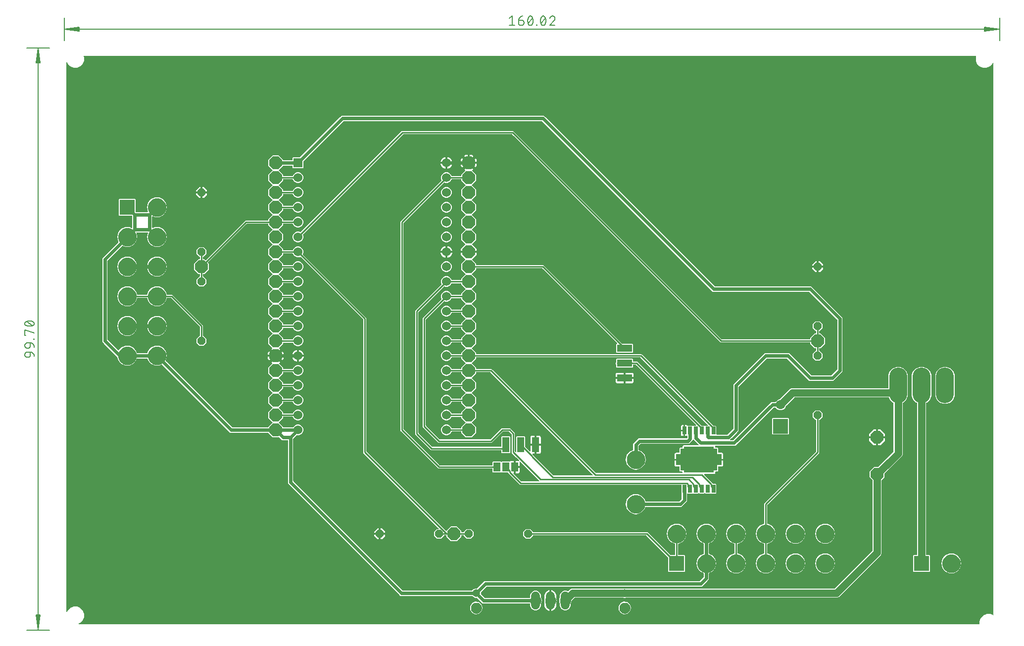
<source format=gbr>
G04 EAGLE Gerber RS-274X export*
G75*
%MOMM*%
%FSLAX34Y34*%
%LPD*%
%INTop Copper*%
%IPPOS*%
%AMOC8*
5,1,8,0,0,1.08239X$1,22.5*%
G01*
%ADD10C,0.609600*%
%ADD11R,2.540000X2.540000*%
%ADD12R,6.350000X3.810000*%
%ADD13C,0.130000*%
%ADD14C,0.152400*%
%ADD15C,1.308000*%
%ADD16C,1.600200*%
%ADD17P,1.732040X8X292.500000*%
%ADD18P,2.364373X8X112.500000*%
%ADD19P,2.364373X8X22.500000*%
%ADD20P,2.364373X8X292.500000*%
%ADD21P,2.364373X8X202.500000*%
%ADD22C,1.524000*%
%ADD23R,2.100000X2.100000*%
%ADD24C,2.100000*%
%ADD25P,1.429621X8X292.500000*%
%ADD26P,1.429621X8X22.500000*%
%ADD27C,3.009900*%
%ADD28R,1.168400X1.600200*%
%ADD29R,2.540000X1.270000*%
%ADD30R,1.270000X2.540000*%
%ADD31R,1.530000X1.530000*%
%ADD32C,1.530000*%
%ADD33R,0.650000X1.350000*%
%ADD34R,0.500000X0.500000*%
%ADD35C,1.270000*%
%ADD36C,0.254000*%

G36*
X1571598Y10164D02*
X1571598Y10164D01*
X1571617Y10162D01*
X1571719Y10184D01*
X1571821Y10200D01*
X1571838Y10210D01*
X1571858Y10214D01*
X1571947Y10267D01*
X1572038Y10316D01*
X1572052Y10330D01*
X1572069Y10340D01*
X1572136Y10419D01*
X1572208Y10494D01*
X1572216Y10512D01*
X1572229Y10527D01*
X1572268Y10623D01*
X1572311Y10717D01*
X1572313Y10737D01*
X1572321Y10755D01*
X1572339Y10922D01*
X1572339Y15716D01*
X1574647Y21288D01*
X1578912Y25553D01*
X1584484Y27861D01*
X1590516Y27861D01*
X1595137Y25947D01*
X1595181Y25936D01*
X1595223Y25917D01*
X1595300Y25908D01*
X1595376Y25890D01*
X1595422Y25895D01*
X1595467Y25890D01*
X1595544Y25906D01*
X1595621Y25914D01*
X1595663Y25932D01*
X1595708Y25942D01*
X1595775Y25982D01*
X1595846Y26014D01*
X1595880Y26045D01*
X1595919Y26068D01*
X1595970Y26127D01*
X1596027Y26180D01*
X1596049Y26220D01*
X1596079Y26255D01*
X1596108Y26327D01*
X1596145Y26395D01*
X1596154Y26441D01*
X1596171Y26483D01*
X1596186Y26619D01*
X1596189Y26638D01*
X1596188Y26642D01*
X1596189Y26650D01*
X1596189Y970764D01*
X1596174Y970860D01*
X1596164Y970957D01*
X1596154Y970981D01*
X1596150Y971007D01*
X1596104Y971093D01*
X1596064Y971182D01*
X1596047Y971201D01*
X1596034Y971224D01*
X1595964Y971291D01*
X1595898Y971363D01*
X1595875Y971376D01*
X1595856Y971394D01*
X1595768Y971435D01*
X1595682Y971482D01*
X1595657Y971486D01*
X1595633Y971497D01*
X1595536Y971508D01*
X1595440Y971525D01*
X1595414Y971521D01*
X1595389Y971524D01*
X1595293Y971504D01*
X1595197Y971489D01*
X1595174Y971478D01*
X1595148Y971472D01*
X1595065Y971422D01*
X1594978Y971378D01*
X1594959Y971359D01*
X1594937Y971346D01*
X1594874Y971272D01*
X1594806Y971202D01*
X1594790Y971174D01*
X1594777Y971159D01*
X1594765Y971128D01*
X1594725Y971055D01*
X1594003Y969312D01*
X1589738Y965047D01*
X1584166Y962739D01*
X1578134Y962739D01*
X1572562Y965047D01*
X1568297Y969312D01*
X1565989Y974884D01*
X1565989Y980916D01*
X1566619Y982437D01*
X1566630Y982481D01*
X1566649Y982523D01*
X1566658Y982600D01*
X1566675Y982676D01*
X1566671Y982722D01*
X1566676Y982767D01*
X1566660Y982844D01*
X1566652Y982921D01*
X1566634Y982963D01*
X1566624Y983008D01*
X1566584Y983075D01*
X1566552Y983146D01*
X1566521Y983180D01*
X1566498Y983219D01*
X1566439Y983270D01*
X1566386Y983327D01*
X1566346Y983349D01*
X1566311Y983379D01*
X1566239Y983408D01*
X1566170Y983445D01*
X1566125Y983454D01*
X1566083Y983471D01*
X1565947Y983486D01*
X1565928Y983489D01*
X1565923Y983488D01*
X1565916Y983489D01*
X40634Y983489D01*
X40589Y983482D01*
X40543Y983484D01*
X40468Y983462D01*
X40391Y983450D01*
X40351Y983428D01*
X40307Y983415D01*
X40243Y983371D01*
X40174Y983334D01*
X40142Y983301D01*
X40105Y983275D01*
X40058Y983213D01*
X40004Y983156D01*
X39985Y983114D01*
X39958Y983078D01*
X39934Y983004D01*
X39901Y982933D01*
X39896Y982887D01*
X39882Y982844D01*
X39882Y982766D01*
X39874Y982689D01*
X39884Y982644D01*
X39884Y982598D01*
X39922Y982466D01*
X39926Y982448D01*
X39929Y982444D01*
X39931Y982437D01*
X40561Y980916D01*
X40561Y974884D01*
X38253Y969312D01*
X33988Y965047D01*
X28416Y962739D01*
X22384Y962739D01*
X16812Y965047D01*
X12547Y969312D01*
X11625Y971538D01*
X11574Y971621D01*
X11528Y971707D01*
X11510Y971725D01*
X11496Y971747D01*
X11420Y971810D01*
X11350Y971876D01*
X11326Y971887D01*
X11306Y971904D01*
X11215Y971939D01*
X11127Y971980D01*
X11101Y971983D01*
X11077Y971992D01*
X10979Y971996D01*
X10883Y972007D01*
X10857Y972002D01*
X10831Y972003D01*
X10737Y971976D01*
X10642Y971955D01*
X10620Y971941D01*
X10595Y971934D01*
X10515Y971879D01*
X10431Y971829D01*
X10414Y971809D01*
X10393Y971794D01*
X10334Y971716D01*
X10271Y971642D01*
X10261Y971618D01*
X10246Y971597D01*
X10216Y971504D01*
X10179Y971414D01*
X10176Y971381D01*
X10170Y971363D01*
X10170Y971330D01*
X10161Y971247D01*
X10161Y32053D01*
X10176Y31957D01*
X10186Y31860D01*
X10196Y31836D01*
X10200Y31810D01*
X10246Y31724D01*
X10286Y31635D01*
X10303Y31616D01*
X10316Y31593D01*
X10386Y31526D01*
X10452Y31454D01*
X10475Y31442D01*
X10494Y31424D01*
X10582Y31383D01*
X10668Y31336D01*
X10693Y31331D01*
X10717Y31320D01*
X10814Y31309D01*
X10910Y31292D01*
X10936Y31296D01*
X10961Y31293D01*
X11057Y31313D01*
X11153Y31328D01*
X11176Y31340D01*
X11202Y31345D01*
X11285Y31395D01*
X11372Y31439D01*
X11391Y31458D01*
X11413Y31471D01*
X11476Y31545D01*
X11544Y31615D01*
X11560Y31643D01*
X11573Y31658D01*
X11585Y31689D01*
X11625Y31762D01*
X12547Y33988D01*
X16812Y38253D01*
X22384Y40561D01*
X28416Y40561D01*
X33988Y38253D01*
X38253Y33988D01*
X40561Y28416D01*
X40561Y22384D01*
X38253Y16812D01*
X33988Y12547D01*
X31762Y11625D01*
X31679Y11574D01*
X31593Y11528D01*
X31575Y11510D01*
X31553Y11496D01*
X31490Y11420D01*
X31424Y11350D01*
X31413Y11326D01*
X31396Y11306D01*
X31361Y11215D01*
X31320Y11127D01*
X31317Y11101D01*
X31308Y11077D01*
X31304Y10979D01*
X31293Y10883D01*
X31298Y10857D01*
X31297Y10831D01*
X31324Y10737D01*
X31345Y10642D01*
X31359Y10620D01*
X31366Y10595D01*
X31421Y10515D01*
X31471Y10431D01*
X31491Y10414D01*
X31506Y10393D01*
X31584Y10334D01*
X31658Y10271D01*
X31682Y10261D01*
X31703Y10246D01*
X31796Y10216D01*
X31886Y10179D01*
X31919Y10176D01*
X31937Y10170D01*
X31970Y10170D01*
X32053Y10161D01*
X1571578Y10161D01*
X1571598Y10164D01*
G37*
%LPC*%
G36*
X1131213Y301147D02*
X1131213Y301147D01*
X1131206Y301142D01*
X1131200Y301149D01*
X1117749Y301149D01*
X1117749Y314100D01*
X1117713Y314147D01*
X1117706Y314142D01*
X1117700Y314149D01*
X1066700Y314149D01*
X1066653Y314113D01*
X1066658Y314106D01*
X1066651Y314100D01*
X1066651Y301149D01*
X1053200Y301149D01*
X1053153Y301113D01*
X1053158Y301106D01*
X1053151Y301100D01*
X1053151Y293349D01*
X1050609Y293349D01*
X1050609Y301441D01*
X1050786Y302100D01*
X1051127Y302691D01*
X1051609Y303173D01*
X1052200Y303514D01*
X1052859Y303691D01*
X1058164Y303691D01*
X1058184Y303694D01*
X1058203Y303692D01*
X1058305Y303714D01*
X1058407Y303730D01*
X1058424Y303740D01*
X1058444Y303744D01*
X1058533Y303797D01*
X1058624Y303846D01*
X1058638Y303860D01*
X1058655Y303870D01*
X1058722Y303949D01*
X1058794Y304024D01*
X1058802Y304042D01*
X1058815Y304057D01*
X1058854Y304153D01*
X1058897Y304247D01*
X1058899Y304267D01*
X1058907Y304285D01*
X1058925Y304452D01*
X1058925Y311782D01*
X1059818Y312675D01*
X1063348Y312675D01*
X1063368Y312678D01*
X1063387Y312676D01*
X1063489Y312698D01*
X1063591Y312714D01*
X1063608Y312724D01*
X1063628Y312728D01*
X1063717Y312781D01*
X1063808Y312830D01*
X1063822Y312844D01*
X1063839Y312854D01*
X1063906Y312933D01*
X1063977Y313008D01*
X1063986Y313026D01*
X1063999Y313041D01*
X1064038Y313137D01*
X1064081Y313231D01*
X1064083Y313251D01*
X1064091Y313269D01*
X1064109Y313436D01*
X1064109Y314441D01*
X1064286Y315100D01*
X1064627Y315691D01*
X1065109Y316173D01*
X1065700Y316514D01*
X1066359Y316691D01*
X1091055Y316691D01*
X1091125Y316702D01*
X1091197Y316704D01*
X1091246Y316722D01*
X1091297Y316730D01*
X1091361Y316764D01*
X1091428Y316789D01*
X1091469Y316821D01*
X1091515Y316846D01*
X1091564Y316898D01*
X1091620Y316942D01*
X1091648Y316986D01*
X1091684Y317024D01*
X1091714Y317089D01*
X1091753Y317149D01*
X1091766Y317200D01*
X1091788Y317247D01*
X1091796Y317318D01*
X1091813Y317388D01*
X1091809Y317440D01*
X1091815Y317491D01*
X1091800Y317562D01*
X1091794Y317633D01*
X1091774Y317681D01*
X1091763Y317732D01*
X1091726Y317793D01*
X1091698Y317859D01*
X1091653Y317915D01*
X1091636Y317943D01*
X1091619Y317958D01*
X1091593Y317990D01*
X1090579Y319004D01*
X1083072Y326511D01*
X1083014Y326553D01*
X1082962Y326602D01*
X1082915Y326624D01*
X1082873Y326654D01*
X1082804Y326676D01*
X1082739Y326706D01*
X1082687Y326712D01*
X1082637Y326727D01*
X1082566Y326725D01*
X1082495Y326733D01*
X1082444Y326722D01*
X1082392Y326720D01*
X1082324Y326696D01*
X1082254Y326681D01*
X1082210Y326654D01*
X1082161Y326636D01*
X1082105Y326591D01*
X1082043Y326554D01*
X1082009Y326515D01*
X1081969Y326482D01*
X1081930Y326422D01*
X1081883Y326368D01*
X1081864Y326319D01*
X1081836Y326275D01*
X1081818Y326206D01*
X1081791Y326139D01*
X1081783Y326068D01*
X1081775Y326037D01*
X1081777Y326014D01*
X1081777Y326010D01*
X1075044Y319277D01*
X992809Y319277D01*
X992719Y319263D01*
X992628Y319255D01*
X992599Y319243D01*
X992567Y319238D01*
X992486Y319195D01*
X992402Y319159D01*
X992370Y319133D01*
X992349Y319122D01*
X992327Y319099D01*
X992271Y319054D01*
X989046Y315829D01*
X988993Y315755D01*
X988933Y315685D01*
X988921Y315655D01*
X988902Y315629D01*
X988875Y315542D01*
X988841Y315457D01*
X988837Y315416D01*
X988830Y315394D01*
X988831Y315362D01*
X988823Y315291D01*
X988823Y309046D01*
X988838Y308951D01*
X988847Y308856D01*
X988858Y308830D01*
X988862Y308803D01*
X988907Y308718D01*
X988946Y308631D01*
X988965Y308610D01*
X988978Y308586D01*
X989047Y308520D01*
X989111Y308449D01*
X989141Y308430D01*
X989156Y308416D01*
X989186Y308402D01*
X989254Y308360D01*
X995007Y305589D01*
X999795Y299586D01*
X1000888Y294793D01*
X1000891Y294788D01*
X1000891Y294782D01*
X1000937Y294674D01*
X1000981Y294566D01*
X1000985Y294561D01*
X1000987Y294555D01*
X1001092Y294425D01*
X1001523Y293994D01*
X1001523Y290206D01*
X1001092Y289775D01*
X1001089Y289771D01*
X1001084Y289767D01*
X1001017Y289671D01*
X1000949Y289576D01*
X1000947Y289570D01*
X1000944Y289565D01*
X1000888Y289407D01*
X999795Y284614D01*
X995007Y278611D01*
X988089Y275279D01*
X986912Y275279D01*
X986821Y275265D01*
X986731Y275258D01*
X986701Y275245D01*
X986669Y275240D01*
X986588Y275197D01*
X986504Y275161D01*
X986472Y275136D01*
X986451Y275125D01*
X986429Y275101D01*
X986373Y275056D01*
X986144Y274827D01*
X982356Y274827D01*
X982127Y275056D01*
X982053Y275110D01*
X981983Y275169D01*
X981953Y275181D01*
X981927Y275200D01*
X981840Y275227D01*
X981755Y275261D01*
X981714Y275265D01*
X981692Y275272D01*
X981660Y275272D01*
X981588Y275279D01*
X980411Y275279D01*
X973493Y278611D01*
X968705Y284614D01*
X967612Y289407D01*
X967609Y289412D01*
X967609Y289418D01*
X967563Y289526D01*
X967519Y289634D01*
X967515Y289639D01*
X967513Y289645D01*
X967408Y289775D01*
X966977Y290206D01*
X966977Y293994D01*
X967408Y294425D01*
X967411Y294429D01*
X967416Y294433D01*
X967482Y294528D01*
X967551Y294624D01*
X967553Y294630D01*
X967556Y294635D01*
X967612Y294793D01*
X968705Y299586D01*
X973493Y305589D01*
X979246Y308360D01*
X979325Y308415D01*
X979407Y308464D01*
X979425Y308485D01*
X979448Y308501D01*
X979505Y308578D01*
X979567Y308651D01*
X979577Y308677D01*
X979594Y308699D01*
X979623Y308790D01*
X979659Y308879D01*
X979663Y308914D01*
X979669Y308933D01*
X979668Y308966D01*
X979677Y309046D01*
X979677Y319394D01*
X988706Y328423D01*
X1070941Y328423D01*
X1071031Y328437D01*
X1071122Y328445D01*
X1071151Y328457D01*
X1071183Y328462D01*
X1071264Y328505D01*
X1071348Y328541D01*
X1071380Y328567D01*
X1071401Y328578D01*
X1071423Y328601D01*
X1071479Y328646D01*
X1072404Y329571D01*
X1072457Y329645D01*
X1072517Y329715D01*
X1072529Y329745D01*
X1072548Y329771D01*
X1072575Y329858D01*
X1072609Y329943D01*
X1072613Y329984D01*
X1072620Y330006D01*
X1072619Y330038D01*
X1072627Y330109D01*
X1072627Y332105D01*
X1072612Y332199D01*
X1072603Y332294D01*
X1072592Y332320D01*
X1072588Y332348D01*
X1072543Y332432D01*
X1072505Y332519D01*
X1072486Y332540D01*
X1072472Y332565D01*
X1072403Y332630D01*
X1072339Y332701D01*
X1072315Y332715D01*
X1072294Y332734D01*
X1072208Y332774D01*
X1072124Y332821D01*
X1072097Y332826D01*
X1072071Y332838D01*
X1071976Y332848D01*
X1071882Y332866D01*
X1071855Y332862D01*
X1071827Y332865D01*
X1071733Y332845D01*
X1071639Y332831D01*
X1071607Y332817D01*
X1071586Y332813D01*
X1071558Y332796D01*
X1071485Y332764D01*
X1071431Y332732D01*
X1070784Y332559D01*
X1068723Y332559D01*
X1068723Y341088D01*
X1068720Y341108D01*
X1068722Y341127D01*
X1068700Y341229D01*
X1068683Y341331D01*
X1068674Y341348D01*
X1068670Y341368D01*
X1068617Y341457D01*
X1068568Y341548D01*
X1068554Y341562D01*
X1068544Y341579D01*
X1068465Y341646D01*
X1068390Y341717D01*
X1068372Y341726D01*
X1068357Y341739D01*
X1068261Y341778D01*
X1068167Y341821D01*
X1068147Y341823D01*
X1068129Y341831D01*
X1067962Y341849D01*
X1067199Y341849D01*
X1067199Y341851D01*
X1067962Y341851D01*
X1067982Y341854D01*
X1068001Y341852D01*
X1068103Y341874D01*
X1068205Y341891D01*
X1068222Y341900D01*
X1068242Y341904D01*
X1068331Y341957D01*
X1068422Y342006D01*
X1068436Y342020D01*
X1068453Y342030D01*
X1068520Y342109D01*
X1068591Y342184D01*
X1068600Y342202D01*
X1068613Y342217D01*
X1068652Y342313D01*
X1068695Y342407D01*
X1068697Y342427D01*
X1068705Y342445D01*
X1068723Y342612D01*
X1068723Y351141D01*
X1070784Y351141D01*
X1071431Y350968D01*
X1072010Y350633D01*
X1072380Y350263D01*
X1072396Y350251D01*
X1072409Y350236D01*
X1072496Y350180D01*
X1072580Y350119D01*
X1072599Y350114D01*
X1072616Y350103D01*
X1072716Y350077D01*
X1072815Y350047D01*
X1072835Y350048D01*
X1072854Y350043D01*
X1072957Y350051D01*
X1073061Y350053D01*
X1073080Y350060D01*
X1073100Y350062D01*
X1073195Y350102D01*
X1073256Y350125D01*
X1081082Y350125D01*
X1081662Y349545D01*
X1081678Y349533D01*
X1081690Y349517D01*
X1081778Y349461D01*
X1081861Y349401D01*
X1081880Y349395D01*
X1081897Y349384D01*
X1081998Y349359D01*
X1082097Y349329D01*
X1082116Y349329D01*
X1082136Y349324D01*
X1082239Y349332D01*
X1082342Y349335D01*
X1082361Y349342D01*
X1082381Y349343D01*
X1082476Y349384D01*
X1082573Y349419D01*
X1082589Y349432D01*
X1082607Y349440D01*
X1082738Y349545D01*
X1083318Y350125D01*
X1087086Y350125D01*
X1087157Y350136D01*
X1087229Y350138D01*
X1087278Y350156D01*
X1087329Y350164D01*
X1087393Y350198D01*
X1087460Y350223D01*
X1087500Y350255D01*
X1087547Y350280D01*
X1087596Y350332D01*
X1087652Y350376D01*
X1087680Y350420D01*
X1087716Y350458D01*
X1087746Y350523D01*
X1087785Y350583D01*
X1087798Y350634D01*
X1087820Y350681D01*
X1087827Y350752D01*
X1087845Y350822D01*
X1087841Y350874D01*
X1087847Y350925D01*
X1087831Y350996D01*
X1087826Y351067D01*
X1087805Y351115D01*
X1087794Y351166D01*
X1087758Y351227D01*
X1087730Y351293D01*
X1087685Y351349D01*
X1087668Y351377D01*
X1087650Y351392D01*
X1087625Y351424D01*
X984867Y454182D01*
X984793Y454235D01*
X984723Y454295D01*
X984693Y454307D01*
X984667Y454326D01*
X984580Y454353D01*
X984495Y454387D01*
X984454Y454391D01*
X984432Y454398D01*
X984400Y454397D01*
X984328Y454405D01*
X980186Y454405D01*
X980166Y454402D01*
X980147Y454404D01*
X980045Y454382D01*
X979943Y454366D01*
X979926Y454356D01*
X979906Y454352D01*
X979817Y454299D01*
X979726Y454250D01*
X979712Y454236D01*
X979695Y454226D01*
X979628Y454147D01*
X979556Y454072D01*
X979548Y454054D01*
X979535Y454039D01*
X979496Y453943D01*
X979453Y453849D01*
X979451Y453829D01*
X979443Y453811D01*
X979425Y453644D01*
X979425Y450218D01*
X978532Y449325D01*
X951868Y449325D01*
X950975Y450218D01*
X950975Y454457D01*
X950961Y454547D01*
X950953Y454638D01*
X950941Y454668D01*
X950936Y454700D01*
X950893Y454780D01*
X950857Y454864D01*
X950831Y454897D01*
X950820Y454917D01*
X950797Y454939D01*
X950752Y454995D01*
X949705Y456042D01*
X949705Y458358D01*
X950752Y459405D01*
X950805Y459479D01*
X950865Y459548D01*
X950877Y459578D01*
X950896Y459604D01*
X950923Y459691D01*
X950957Y459776D01*
X950961Y459817D01*
X950968Y459839D01*
X950967Y459872D01*
X950975Y459943D01*
X950975Y464182D01*
X951868Y465075D01*
X978532Y465075D01*
X979425Y464182D01*
X979425Y460756D01*
X979428Y460736D01*
X979426Y460717D01*
X979448Y460615D01*
X979464Y460513D01*
X979474Y460496D01*
X979478Y460476D01*
X979531Y460387D01*
X979580Y460296D01*
X979594Y460282D01*
X979604Y460265D01*
X979683Y460198D01*
X979758Y460126D01*
X979776Y460118D01*
X979791Y460105D01*
X979887Y460066D01*
X979981Y460023D01*
X980001Y460021D01*
X980019Y460013D01*
X980186Y459995D01*
X986959Y459995D01*
X1092818Y354135D01*
X1094179Y352775D01*
X1096606Y350348D01*
X1096680Y350295D01*
X1096749Y350235D01*
X1096780Y350223D01*
X1096806Y350204D01*
X1096893Y350177D01*
X1096978Y350143D01*
X1097018Y350139D01*
X1097041Y350132D01*
X1097073Y350133D01*
X1097144Y350125D01*
X1101082Y350125D01*
X1101662Y349545D01*
X1101678Y349533D01*
X1101690Y349517D01*
X1101778Y349461D01*
X1101861Y349401D01*
X1101880Y349395D01*
X1101897Y349384D01*
X1101998Y349359D01*
X1102097Y349329D01*
X1102116Y349329D01*
X1102136Y349324D01*
X1102239Y349332D01*
X1102342Y349335D01*
X1102361Y349342D01*
X1102381Y349343D01*
X1102476Y349384D01*
X1102573Y349419D01*
X1102589Y349432D01*
X1102607Y349440D01*
X1102738Y349545D01*
X1103318Y350125D01*
X1107086Y350125D01*
X1107157Y350136D01*
X1107229Y350138D01*
X1107278Y350156D01*
X1107329Y350164D01*
X1107393Y350198D01*
X1107460Y350223D01*
X1107500Y350255D01*
X1107547Y350280D01*
X1107596Y350332D01*
X1107652Y350376D01*
X1107680Y350420D01*
X1107716Y350458D01*
X1107746Y350523D01*
X1107785Y350583D01*
X1107798Y350634D01*
X1107820Y350681D01*
X1107827Y350752D01*
X1107845Y350822D01*
X1107841Y350874D01*
X1107847Y350925D01*
X1107831Y350996D01*
X1107826Y351067D01*
X1107805Y351115D01*
X1107794Y351166D01*
X1107758Y351227D01*
X1107730Y351293D01*
X1107685Y351349D01*
X1107668Y351377D01*
X1107650Y351392D01*
X1107625Y351424D01*
X992167Y466882D01*
X992093Y466935D01*
X992023Y466995D01*
X991993Y467007D01*
X991967Y467026D01*
X991880Y467053D01*
X991795Y467087D01*
X991754Y467091D01*
X991732Y467098D01*
X991700Y467097D01*
X991628Y467105D01*
X711708Y467105D01*
X711688Y467102D01*
X711669Y467104D01*
X711567Y467082D01*
X711465Y467066D01*
X711448Y467056D01*
X711428Y467052D01*
X711339Y466999D01*
X711248Y466950D01*
X711234Y466936D01*
X711217Y466926D01*
X711150Y466847D01*
X711078Y466772D01*
X711070Y466754D01*
X711057Y466739D01*
X711018Y466643D01*
X710975Y466549D01*
X710973Y466529D01*
X710965Y466511D01*
X710947Y466344D01*
X710947Y464744D01*
X703941Y457738D01*
X703929Y457722D01*
X703913Y457710D01*
X703857Y457622D01*
X703797Y457539D01*
X703791Y457520D01*
X703780Y457503D01*
X703755Y457402D01*
X703725Y457303D01*
X703725Y457284D01*
X703720Y457264D01*
X703728Y457161D01*
X703731Y457058D01*
X703738Y457039D01*
X703739Y457019D01*
X703780Y456924D01*
X703816Y456827D01*
X703828Y456811D01*
X703836Y456793D01*
X703941Y456662D01*
X710947Y449656D01*
X710947Y448056D01*
X710950Y448036D01*
X710948Y448017D01*
X710970Y447915D01*
X710986Y447813D01*
X710996Y447796D01*
X711000Y447776D01*
X711053Y447687D01*
X711102Y447596D01*
X711116Y447582D01*
X711126Y447565D01*
X711205Y447498D01*
X711280Y447426D01*
X711298Y447418D01*
X711313Y447405D01*
X711409Y447366D01*
X711503Y447323D01*
X711523Y447321D01*
X711541Y447313D01*
X711708Y447295D01*
X737758Y447295D01*
X915843Y269210D01*
X915917Y269157D01*
X915986Y269097D01*
X916016Y269085D01*
X916042Y269066D01*
X916129Y269039D01*
X916214Y269005D01*
X916255Y269001D01*
X916277Y268994D01*
X916310Y268995D01*
X916381Y268987D01*
X1063348Y268987D01*
X1063368Y268990D01*
X1063387Y268988D01*
X1063489Y269010D01*
X1063591Y269026D01*
X1063608Y269036D01*
X1063628Y269040D01*
X1063717Y269093D01*
X1063808Y269142D01*
X1063822Y269156D01*
X1063839Y269166D01*
X1063906Y269245D01*
X1063977Y269320D01*
X1063986Y269338D01*
X1063999Y269353D01*
X1064038Y269449D01*
X1064081Y269543D01*
X1064083Y269563D01*
X1064091Y269581D01*
X1064109Y269748D01*
X1064109Y270764D01*
X1064106Y270784D01*
X1064108Y270803D01*
X1064086Y270905D01*
X1064069Y271007D01*
X1064060Y271024D01*
X1064056Y271044D01*
X1064003Y271133D01*
X1063954Y271224D01*
X1063940Y271238D01*
X1063930Y271255D01*
X1063851Y271322D01*
X1063776Y271394D01*
X1063758Y271402D01*
X1063743Y271415D01*
X1063647Y271454D01*
X1063553Y271497D01*
X1063533Y271499D01*
X1063515Y271507D01*
X1063348Y271525D01*
X1059818Y271525D01*
X1058925Y272418D01*
X1058925Y279748D01*
X1058922Y279768D01*
X1058924Y279787D01*
X1058902Y279889D01*
X1058886Y279991D01*
X1058876Y280008D01*
X1058872Y280028D01*
X1058819Y280117D01*
X1058770Y280208D01*
X1058756Y280222D01*
X1058746Y280239D01*
X1058667Y280306D01*
X1058592Y280377D01*
X1058574Y280386D01*
X1058559Y280399D01*
X1058463Y280438D01*
X1058369Y280481D01*
X1058349Y280483D01*
X1058331Y280491D01*
X1058164Y280509D01*
X1052859Y280509D01*
X1052200Y280686D01*
X1051609Y281027D01*
X1051127Y281509D01*
X1050786Y282100D01*
X1050609Y282759D01*
X1050609Y290851D01*
X1053151Y290851D01*
X1053151Y283100D01*
X1053187Y283053D01*
X1053194Y283058D01*
X1053200Y283051D01*
X1066651Y283051D01*
X1066651Y270100D01*
X1066687Y270053D01*
X1066694Y270058D01*
X1066700Y270051D01*
X1117700Y270051D01*
X1117747Y270087D01*
X1117742Y270094D01*
X1117749Y270100D01*
X1117749Y283051D01*
X1131200Y283051D01*
X1131247Y283087D01*
X1131246Y283088D01*
X1131247Y283089D01*
X1131243Y283095D01*
X1131249Y283100D01*
X1131249Y290851D01*
X1133791Y290851D01*
X1133791Y282759D01*
X1133614Y282100D01*
X1133273Y281509D01*
X1132791Y281027D01*
X1132200Y280686D01*
X1131541Y280509D01*
X1126236Y280509D01*
X1126216Y280506D01*
X1126197Y280508D01*
X1126095Y280486D01*
X1125993Y280469D01*
X1125976Y280460D01*
X1125956Y280456D01*
X1125867Y280403D01*
X1125776Y280354D01*
X1125762Y280340D01*
X1125745Y280330D01*
X1125678Y280251D01*
X1125606Y280176D01*
X1125598Y280158D01*
X1125585Y280143D01*
X1125546Y280047D01*
X1125503Y279953D01*
X1125501Y279933D01*
X1125493Y279915D01*
X1125475Y279748D01*
X1125475Y272418D01*
X1124582Y271525D01*
X1121052Y271525D01*
X1121032Y271522D01*
X1121013Y271524D01*
X1120911Y271502D01*
X1120809Y271486D01*
X1120792Y271476D01*
X1120772Y271472D01*
X1120683Y271419D01*
X1120592Y271370D01*
X1120578Y271356D01*
X1120561Y271346D01*
X1120494Y271267D01*
X1120422Y271192D01*
X1120414Y271174D01*
X1120401Y271159D01*
X1120362Y271063D01*
X1120319Y270969D01*
X1120317Y270949D01*
X1120309Y270931D01*
X1120291Y270764D01*
X1120291Y269759D01*
X1120114Y269100D01*
X1119773Y268509D01*
X1119291Y268027D01*
X1118700Y267686D01*
X1118041Y267509D01*
X1101782Y267509D01*
X1101712Y267498D01*
X1101640Y267496D01*
X1101591Y267478D01*
X1101540Y267469D01*
X1101476Y267436D01*
X1101409Y267411D01*
X1101368Y267379D01*
X1101322Y267354D01*
X1101273Y267303D01*
X1101217Y267258D01*
X1101189Y267214D01*
X1101153Y267176D01*
X1101123Y267111D01*
X1101084Y267051D01*
X1101071Y267000D01*
X1101049Y266953D01*
X1101041Y266882D01*
X1101024Y266812D01*
X1101028Y266760D01*
X1101022Y266709D01*
X1101037Y266638D01*
X1101043Y266567D01*
X1101063Y266519D01*
X1101074Y266468D01*
X1101111Y266407D01*
X1101139Y266341D01*
X1101184Y266285D01*
X1101200Y266257D01*
X1101218Y266242D01*
X1101244Y266210D01*
X1116039Y251415D01*
X1116039Y251386D01*
X1116042Y251366D01*
X1116040Y251347D01*
X1116062Y251245D01*
X1116078Y251143D01*
X1116088Y251126D01*
X1116092Y251106D01*
X1116145Y251017D01*
X1116194Y250926D01*
X1116208Y250912D01*
X1116218Y250895D01*
X1116297Y250828D01*
X1116372Y250756D01*
X1116390Y250748D01*
X1116405Y250735D01*
X1116501Y250696D01*
X1116595Y250653D01*
X1116615Y250651D01*
X1116633Y250643D01*
X1116800Y250625D01*
X1121082Y250625D01*
X1121975Y249732D01*
X1121975Y234968D01*
X1121082Y234075D01*
X1113318Y234075D01*
X1112738Y234655D01*
X1112722Y234667D01*
X1112710Y234683D01*
X1112622Y234739D01*
X1112539Y234799D01*
X1112520Y234805D01*
X1112503Y234816D01*
X1112402Y234841D01*
X1112303Y234871D01*
X1112284Y234871D01*
X1112264Y234876D01*
X1112161Y234868D01*
X1112058Y234865D01*
X1112039Y234858D01*
X1112019Y234857D01*
X1111924Y234816D01*
X1111827Y234781D01*
X1111811Y234768D01*
X1111793Y234760D01*
X1111662Y234655D01*
X1111082Y234075D01*
X1103318Y234075D01*
X1102738Y234655D01*
X1102722Y234667D01*
X1102710Y234683D01*
X1102622Y234739D01*
X1102539Y234799D01*
X1102520Y234805D01*
X1102503Y234816D01*
X1102402Y234841D01*
X1102303Y234871D01*
X1102284Y234871D01*
X1102264Y234876D01*
X1102161Y234868D01*
X1102058Y234865D01*
X1102039Y234858D01*
X1102019Y234857D01*
X1101924Y234816D01*
X1101827Y234781D01*
X1101811Y234768D01*
X1101793Y234760D01*
X1101662Y234655D01*
X1101082Y234075D01*
X1093318Y234075D01*
X1092738Y234655D01*
X1092722Y234667D01*
X1092710Y234683D01*
X1092622Y234739D01*
X1092539Y234799D01*
X1092520Y234805D01*
X1092503Y234816D01*
X1092402Y234841D01*
X1092303Y234871D01*
X1092284Y234871D01*
X1092264Y234876D01*
X1092161Y234868D01*
X1092058Y234865D01*
X1092039Y234858D01*
X1092019Y234857D01*
X1091924Y234816D01*
X1091827Y234781D01*
X1091811Y234768D01*
X1091793Y234760D01*
X1091662Y234655D01*
X1091082Y234075D01*
X1083318Y234075D01*
X1082738Y234655D01*
X1082722Y234667D01*
X1082710Y234683D01*
X1082622Y234739D01*
X1082539Y234799D01*
X1082520Y234805D01*
X1082503Y234816D01*
X1082402Y234841D01*
X1082303Y234871D01*
X1082284Y234871D01*
X1082264Y234876D01*
X1082161Y234868D01*
X1082058Y234865D01*
X1082039Y234858D01*
X1082019Y234857D01*
X1081924Y234816D01*
X1081827Y234781D01*
X1081811Y234768D01*
X1081793Y234760D01*
X1081662Y234655D01*
X1081082Y234075D01*
X1073318Y234075D01*
X1073072Y234321D01*
X1073014Y234363D01*
X1072962Y234413D01*
X1072915Y234435D01*
X1072873Y234465D01*
X1072804Y234486D01*
X1072739Y234516D01*
X1072687Y234522D01*
X1072637Y234537D01*
X1072566Y234535D01*
X1072495Y234543D01*
X1072444Y234532D01*
X1072392Y234531D01*
X1072324Y234506D01*
X1072254Y234491D01*
X1072209Y234464D01*
X1072161Y234447D01*
X1072105Y234402D01*
X1072043Y234365D01*
X1072009Y234325D01*
X1071969Y234293D01*
X1071930Y234233D01*
X1071883Y234178D01*
X1071864Y234130D01*
X1071836Y234086D01*
X1071818Y234017D01*
X1071791Y233950D01*
X1071783Y233879D01*
X1071775Y233847D01*
X1071777Y233824D01*
X1071773Y233783D01*
X1071773Y220756D01*
X1062344Y211327D01*
X1001067Y211327D01*
X1001009Y211318D01*
X1000951Y211318D01*
X1000889Y211298D01*
X1000824Y211288D01*
X1000773Y211260D01*
X1000717Y211242D01*
X1000664Y211203D01*
X1000606Y211172D01*
X1000566Y211130D01*
X1000520Y211096D01*
X1000482Y211042D01*
X1000437Y210994D01*
X1000413Y210941D01*
X1000379Y210894D01*
X1000347Y210800D01*
X1000333Y210771D01*
X1000332Y210757D01*
X1000324Y210735D01*
X999795Y208414D01*
X995007Y202411D01*
X988089Y199079D01*
X986912Y199079D01*
X986821Y199065D01*
X986731Y199058D01*
X986701Y199045D01*
X986669Y199040D01*
X986588Y198997D01*
X986504Y198961D01*
X986472Y198936D01*
X986451Y198925D01*
X986429Y198901D01*
X986373Y198856D01*
X986144Y198627D01*
X982356Y198627D01*
X982127Y198856D01*
X982053Y198910D01*
X981983Y198969D01*
X981953Y198981D01*
X981927Y199000D01*
X981840Y199027D01*
X981755Y199061D01*
X981714Y199065D01*
X981692Y199072D01*
X981660Y199072D01*
X981588Y199079D01*
X980411Y199079D01*
X973493Y202411D01*
X968705Y208414D01*
X967612Y213207D01*
X967609Y213212D01*
X967609Y213218D01*
X967563Y213326D01*
X967519Y213434D01*
X967515Y213439D01*
X967513Y213445D01*
X967408Y213575D01*
X966977Y214006D01*
X966977Y217794D01*
X967408Y218225D01*
X967411Y218229D01*
X967416Y218233D01*
X967456Y218291D01*
X967479Y218315D01*
X967491Y218341D01*
X967551Y218424D01*
X967553Y218430D01*
X967556Y218435D01*
X967612Y218593D01*
X968705Y223386D01*
X973493Y229389D01*
X980411Y232721D01*
X981588Y232721D01*
X981679Y232735D01*
X981769Y232742D01*
X981799Y232755D01*
X981831Y232760D01*
X981912Y232803D01*
X981996Y232839D01*
X982028Y232864D01*
X982049Y232875D01*
X982071Y232899D01*
X982127Y232944D01*
X982356Y233173D01*
X986144Y233173D01*
X986373Y232944D01*
X986447Y232890D01*
X986517Y232831D01*
X986547Y232819D01*
X986573Y232800D01*
X986660Y232773D01*
X986745Y232739D01*
X986786Y232735D01*
X986808Y232728D01*
X986840Y232728D01*
X986912Y232721D01*
X988089Y232721D01*
X995007Y229389D01*
X999795Y223386D01*
X1000324Y221065D01*
X1000346Y221011D01*
X1000359Y220954D01*
X1000392Y220898D01*
X1000417Y220837D01*
X1000455Y220793D01*
X1000485Y220743D01*
X1000535Y220700D01*
X1000578Y220650D01*
X1000627Y220621D01*
X1000672Y220583D01*
X1000733Y220559D01*
X1000789Y220525D01*
X1000846Y220513D01*
X1000900Y220491D01*
X1000999Y220480D01*
X1001030Y220474D01*
X1001044Y220475D01*
X1001067Y220473D01*
X1058241Y220473D01*
X1058331Y220487D01*
X1058422Y220495D01*
X1058451Y220507D01*
X1058483Y220512D01*
X1058564Y220555D01*
X1058648Y220591D01*
X1058680Y220617D01*
X1058701Y220628D01*
X1058723Y220651D01*
X1058779Y220696D01*
X1062404Y224321D01*
X1062450Y224385D01*
X1062469Y224405D01*
X1062473Y224414D01*
X1062517Y224465D01*
X1062529Y224495D01*
X1062548Y224521D01*
X1062575Y224608D01*
X1062609Y224693D01*
X1062613Y224734D01*
X1062620Y224756D01*
X1062619Y224788D01*
X1062627Y224859D01*
X1062627Y234451D01*
X1062613Y234541D01*
X1062605Y234632D01*
X1062593Y234662D01*
X1062588Y234694D01*
X1062545Y234775D01*
X1062509Y234858D01*
X1062483Y234891D01*
X1062472Y234911D01*
X1062449Y234933D01*
X1062425Y234963D01*
X1062425Y248338D01*
X1062422Y248358D01*
X1062424Y248377D01*
X1062402Y248479D01*
X1062386Y248581D01*
X1062376Y248598D01*
X1062372Y248618D01*
X1062319Y248707D01*
X1062270Y248798D01*
X1062256Y248812D01*
X1062246Y248829D01*
X1062167Y248896D01*
X1062092Y248968D01*
X1062074Y248976D01*
X1062059Y248989D01*
X1061963Y249028D01*
X1061869Y249071D01*
X1061849Y249073D01*
X1061831Y249081D01*
X1061664Y249099D01*
X785794Y249099D01*
X765809Y269084D01*
X765809Y269113D01*
X765806Y269133D01*
X765808Y269152D01*
X765786Y269254D01*
X765770Y269356D01*
X765760Y269373D01*
X765756Y269393D01*
X765703Y269482D01*
X765654Y269573D01*
X765640Y269587D01*
X765630Y269604D01*
X765551Y269671D01*
X765476Y269743D01*
X765458Y269751D01*
X765443Y269764D01*
X765347Y269803D01*
X765253Y269846D01*
X765233Y269848D01*
X765215Y269856D01*
X765048Y269874D01*
X755526Y269874D01*
X754918Y270482D01*
X754902Y270494D01*
X754890Y270510D01*
X754802Y270566D01*
X754719Y270626D01*
X754700Y270632D01*
X754683Y270643D01*
X754582Y270668D01*
X754483Y270698D01*
X754464Y270698D01*
X754444Y270703D01*
X754341Y270695D01*
X754238Y270692D01*
X754219Y270685D01*
X754199Y270684D01*
X754104Y270643D01*
X754007Y270608D01*
X753991Y270595D01*
X753973Y270587D01*
X753842Y270482D01*
X753234Y269874D01*
X740286Y269874D01*
X739393Y270767D01*
X739393Y275844D01*
X739391Y275861D01*
X739392Y275876D01*
X739392Y275879D01*
X739392Y275883D01*
X739370Y275985D01*
X739354Y276087D01*
X739344Y276104D01*
X739340Y276124D01*
X739287Y276213D01*
X739238Y276304D01*
X739224Y276318D01*
X739214Y276335D01*
X739135Y276402D01*
X739060Y276474D01*
X739042Y276482D01*
X739027Y276495D01*
X738931Y276534D01*
X738837Y276577D01*
X738817Y276579D01*
X738799Y276587D01*
X738632Y276605D01*
X646542Y276605D01*
X581405Y341742D01*
X581405Y699558D01*
X651861Y770013D01*
X651928Y770107D01*
X651999Y770202D01*
X652001Y770208D01*
X652004Y770213D01*
X652038Y770324D01*
X652075Y770436D01*
X652075Y770442D01*
X652077Y770448D01*
X652074Y770565D01*
X652072Y770682D01*
X652070Y770689D01*
X652070Y770694D01*
X652064Y770711D01*
X652026Y770843D01*
X651225Y772775D01*
X651225Y776425D01*
X652622Y779797D01*
X655203Y782378D01*
X658575Y783775D01*
X662225Y783775D01*
X665597Y782378D01*
X668178Y779797D01*
X668937Y777965D01*
X668999Y777865D01*
X669058Y777765D01*
X669063Y777761D01*
X669067Y777756D01*
X669157Y777681D01*
X669245Y777605D01*
X669251Y777603D01*
X669256Y777599D01*
X669364Y777557D01*
X669474Y777513D01*
X669481Y777512D01*
X669486Y777511D01*
X669504Y777510D01*
X669640Y777495D01*
X685292Y777495D01*
X685312Y777498D01*
X685331Y777496D01*
X685433Y777518D01*
X685535Y777534D01*
X685552Y777544D01*
X685572Y777548D01*
X685661Y777601D01*
X685752Y777650D01*
X685766Y777664D01*
X685783Y777674D01*
X685850Y777753D01*
X685922Y777828D01*
X685930Y777846D01*
X685943Y777861D01*
X685982Y777957D01*
X686025Y778051D01*
X686027Y778071D01*
X686035Y778089D01*
X686053Y778256D01*
X686053Y779856D01*
X692341Y786143D01*
X692353Y786159D01*
X692368Y786172D01*
X692424Y786259D01*
X692485Y786343D01*
X692490Y786362D01*
X692501Y786379D01*
X692526Y786479D01*
X692557Y786578D01*
X692556Y786598D01*
X692561Y786617D01*
X692553Y786720D01*
X692551Y786824D01*
X692544Y786843D01*
X692542Y786863D01*
X692502Y786957D01*
X692466Y787055D01*
X692454Y787071D01*
X692446Y787089D01*
X692341Y787220D01*
X685037Y794524D01*
X685037Y798577D01*
X697738Y798577D01*
X697758Y798580D01*
X697777Y798578D01*
X697879Y798600D01*
X697981Y798617D01*
X697998Y798626D01*
X698018Y798630D01*
X698107Y798683D01*
X698198Y798732D01*
X698212Y798746D01*
X698229Y798756D01*
X698296Y798835D01*
X698367Y798910D01*
X698376Y798928D01*
X698389Y798943D01*
X698427Y799039D01*
X698471Y799133D01*
X698473Y799153D01*
X698481Y799171D01*
X698499Y799338D01*
X698499Y800101D01*
X698501Y800101D01*
X698501Y799338D01*
X698504Y799318D01*
X698502Y799299D01*
X698524Y799197D01*
X698541Y799095D01*
X698550Y799078D01*
X698554Y799058D01*
X698607Y798969D01*
X698656Y798878D01*
X698670Y798864D01*
X698680Y798847D01*
X698759Y798780D01*
X698834Y798709D01*
X698852Y798700D01*
X698867Y798687D01*
X698963Y798648D01*
X699057Y798605D01*
X699077Y798603D01*
X699095Y798595D01*
X699262Y798577D01*
X711963Y798577D01*
X711963Y794524D01*
X704659Y787220D01*
X704647Y787204D01*
X704632Y787191D01*
X704576Y787104D01*
X704516Y787020D01*
X704510Y787001D01*
X704499Y786984D01*
X704474Y786884D01*
X704443Y786785D01*
X704444Y786765D01*
X704439Y786746D01*
X704447Y786643D01*
X704450Y786539D01*
X704456Y786520D01*
X704458Y786501D01*
X704498Y786406D01*
X704534Y786308D01*
X704546Y786292D01*
X704554Y786274D01*
X704659Y786143D01*
X710947Y779856D01*
X710947Y769544D01*
X703941Y762538D01*
X703929Y762522D01*
X703913Y762510D01*
X703857Y762422D01*
X703797Y762339D01*
X703791Y762320D01*
X703780Y762303D01*
X703755Y762202D01*
X703725Y762103D01*
X703725Y762084D01*
X703720Y762064D01*
X703728Y761961D01*
X703731Y761858D01*
X703738Y761839D01*
X703739Y761819D01*
X703780Y761724D01*
X703816Y761627D01*
X703828Y761611D01*
X703836Y761593D01*
X703941Y761462D01*
X710947Y754456D01*
X710947Y744144D01*
X703941Y737138D01*
X703929Y737122D01*
X703913Y737110D01*
X703857Y737022D01*
X703797Y736939D01*
X703791Y736920D01*
X703780Y736903D01*
X703755Y736802D01*
X703725Y736703D01*
X703725Y736684D01*
X703720Y736664D01*
X703728Y736561D01*
X703731Y736458D01*
X703738Y736439D01*
X703739Y736419D01*
X703780Y736324D01*
X703816Y736227D01*
X703828Y736211D01*
X703836Y736193D01*
X703941Y736062D01*
X710947Y729056D01*
X710947Y718744D01*
X703941Y711738D01*
X703929Y711722D01*
X703913Y711710D01*
X703857Y711622D01*
X703797Y711539D01*
X703791Y711520D01*
X703780Y711503D01*
X703755Y711402D01*
X703725Y711303D01*
X703725Y711284D01*
X703720Y711264D01*
X703728Y711161D01*
X703731Y711058D01*
X703738Y711039D01*
X703739Y711019D01*
X703780Y710924D01*
X703816Y710827D01*
X703828Y710811D01*
X703836Y710793D01*
X703941Y710662D01*
X710947Y703656D01*
X710947Y693344D01*
X703941Y686338D01*
X703929Y686322D01*
X703913Y686310D01*
X703857Y686222D01*
X703797Y686139D01*
X703791Y686120D01*
X703780Y686103D01*
X703755Y686002D01*
X703725Y685903D01*
X703725Y685884D01*
X703720Y685864D01*
X703728Y685761D01*
X703731Y685658D01*
X703738Y685639D01*
X703739Y685619D01*
X703780Y685524D01*
X703816Y685427D01*
X703828Y685411D01*
X703836Y685393D01*
X703941Y685262D01*
X710947Y678256D01*
X710947Y667944D01*
X704659Y661657D01*
X704647Y661641D01*
X704632Y661628D01*
X704576Y661541D01*
X704515Y661457D01*
X704510Y661438D01*
X704499Y661421D01*
X704474Y661321D01*
X704443Y661222D01*
X704444Y661202D01*
X704439Y661183D01*
X704447Y661080D01*
X704449Y660976D01*
X704456Y660957D01*
X704458Y660937D01*
X704498Y660843D01*
X704534Y660745D01*
X704546Y660729D01*
X704554Y660711D01*
X704659Y660580D01*
X711963Y653276D01*
X711963Y649223D01*
X699262Y649223D01*
X699242Y649220D01*
X699223Y649222D01*
X699121Y649200D01*
X699019Y649183D01*
X699002Y649174D01*
X698982Y649170D01*
X698893Y649117D01*
X698802Y649068D01*
X698788Y649054D01*
X698771Y649044D01*
X698704Y648965D01*
X698633Y648890D01*
X698624Y648872D01*
X698611Y648857D01*
X698573Y648761D01*
X698529Y648667D01*
X698527Y648647D01*
X698519Y648629D01*
X698501Y648462D01*
X698501Y646938D01*
X698504Y646918D01*
X698502Y646899D01*
X698524Y646797D01*
X698541Y646695D01*
X698550Y646678D01*
X698554Y646658D01*
X698607Y646569D01*
X698656Y646478D01*
X698670Y646464D01*
X698680Y646447D01*
X698759Y646380D01*
X698834Y646309D01*
X698852Y646300D01*
X698867Y646287D01*
X698963Y646248D01*
X699057Y646205D01*
X699077Y646203D01*
X699095Y646195D01*
X699262Y646177D01*
X711963Y646177D01*
X711963Y642124D01*
X704659Y634820D01*
X704647Y634804D01*
X704632Y634791D01*
X704576Y634704D01*
X704515Y634620D01*
X704510Y634601D01*
X704499Y634584D01*
X704474Y634484D01*
X704443Y634385D01*
X704444Y634365D01*
X704439Y634346D01*
X704447Y634243D01*
X704449Y634139D01*
X704456Y634120D01*
X704458Y634101D01*
X704498Y634006D01*
X704534Y633908D01*
X704546Y633892D01*
X704554Y633874D01*
X704659Y633743D01*
X710947Y627456D01*
X710947Y625856D01*
X710950Y625836D01*
X710948Y625817D01*
X710970Y625715D01*
X710986Y625613D01*
X710996Y625596D01*
X711000Y625576D01*
X711053Y625487D01*
X711102Y625396D01*
X711116Y625382D01*
X711126Y625365D01*
X711205Y625298D01*
X711280Y625226D01*
X711298Y625218D01*
X711313Y625205D01*
X711409Y625166D01*
X711503Y625123D01*
X711523Y625121D01*
X711541Y625113D01*
X711708Y625095D01*
X826658Y625095D01*
X961055Y490698D01*
X961129Y490645D01*
X961198Y490585D01*
X961228Y490573D01*
X961254Y490554D01*
X961341Y490527D01*
X961426Y490493D01*
X961467Y490489D01*
X961489Y490482D01*
X961522Y490483D01*
X961593Y490475D01*
X978532Y490475D01*
X979425Y489582D01*
X979425Y475618D01*
X978532Y474725D01*
X951868Y474725D01*
X950975Y475618D01*
X950975Y489582D01*
X952082Y490689D01*
X952094Y490705D01*
X952110Y490717D01*
X952166Y490805D01*
X952226Y490888D01*
X952232Y490907D01*
X952243Y490924D01*
X952268Y491025D01*
X952298Y491123D01*
X952298Y491143D01*
X952303Y491163D01*
X952295Y491266D01*
X952292Y491369D01*
X952285Y491388D01*
X952284Y491408D01*
X952243Y491503D01*
X952207Y491600D01*
X952195Y491616D01*
X952187Y491634D01*
X952082Y491765D01*
X824565Y619282D01*
X824491Y619335D01*
X824422Y619395D01*
X824392Y619407D01*
X824366Y619426D01*
X824279Y619453D01*
X824194Y619487D01*
X824153Y619491D01*
X824131Y619498D01*
X824098Y619497D01*
X824027Y619505D01*
X711708Y619505D01*
X711688Y619502D01*
X711669Y619504D01*
X711567Y619482D01*
X711465Y619466D01*
X711448Y619456D01*
X711428Y619452D01*
X711339Y619399D01*
X711248Y619350D01*
X711234Y619336D01*
X711217Y619326D01*
X711150Y619247D01*
X711078Y619172D01*
X711070Y619154D01*
X711057Y619139D01*
X711018Y619043D01*
X710975Y618949D01*
X710973Y618929D01*
X710965Y618911D01*
X710947Y618744D01*
X710947Y617144D01*
X703941Y610138D01*
X703929Y610122D01*
X703913Y610110D01*
X703857Y610022D01*
X703797Y609939D01*
X703791Y609920D01*
X703780Y609903D01*
X703755Y609802D01*
X703725Y609703D01*
X703725Y609684D01*
X703720Y609664D01*
X703728Y609561D01*
X703731Y609458D01*
X703738Y609439D01*
X703739Y609419D01*
X703780Y609324D01*
X703816Y609227D01*
X703828Y609211D01*
X703836Y609193D01*
X703941Y609062D01*
X710947Y602056D01*
X710947Y591744D01*
X703941Y584738D01*
X703929Y584722D01*
X703913Y584710D01*
X703857Y584622D01*
X703797Y584539D01*
X703791Y584520D01*
X703780Y584503D01*
X703755Y584402D01*
X703725Y584303D01*
X703725Y584284D01*
X703720Y584264D01*
X703728Y584161D01*
X703731Y584058D01*
X703738Y584039D01*
X703739Y584019D01*
X703780Y583924D01*
X703816Y583827D01*
X703828Y583811D01*
X703836Y583793D01*
X703941Y583662D01*
X710947Y576656D01*
X710947Y566344D01*
X703941Y559338D01*
X703929Y559322D01*
X703913Y559310D01*
X703857Y559222D01*
X703797Y559139D01*
X703791Y559120D01*
X703780Y559103D01*
X703755Y559002D01*
X703725Y558903D01*
X703725Y558884D01*
X703720Y558864D01*
X703728Y558761D01*
X703731Y558658D01*
X703738Y558639D01*
X703739Y558619D01*
X703780Y558524D01*
X703816Y558427D01*
X703828Y558411D01*
X703836Y558393D01*
X703941Y558262D01*
X710947Y551256D01*
X710947Y540944D01*
X703941Y533938D01*
X703929Y533922D01*
X703913Y533910D01*
X703857Y533822D01*
X703797Y533739D01*
X703791Y533720D01*
X703780Y533703D01*
X703755Y533602D01*
X703725Y533503D01*
X703725Y533484D01*
X703720Y533464D01*
X703728Y533361D01*
X703731Y533258D01*
X703738Y533239D01*
X703739Y533219D01*
X703780Y533124D01*
X703816Y533027D01*
X703828Y533011D01*
X703836Y532993D01*
X703941Y532862D01*
X710947Y525856D01*
X710947Y515544D01*
X703941Y508538D01*
X703929Y508522D01*
X703913Y508510D01*
X703883Y508463D01*
X703868Y508446D01*
X703855Y508419D01*
X703797Y508339D01*
X703791Y508320D01*
X703780Y508303D01*
X703755Y508202D01*
X703725Y508103D01*
X703725Y508084D01*
X703720Y508064D01*
X703728Y507961D01*
X703731Y507858D01*
X703738Y507839D01*
X703739Y507819D01*
X703780Y507724D01*
X703816Y507627D01*
X703828Y507611D01*
X703836Y507593D01*
X703941Y507462D01*
X710947Y500456D01*
X710947Y490144D01*
X703941Y483138D01*
X703929Y483122D01*
X703913Y483110D01*
X703857Y483022D01*
X703797Y482939D01*
X703791Y482920D01*
X703780Y482903D01*
X703755Y482802D01*
X703725Y482703D01*
X703725Y482684D01*
X703720Y482664D01*
X703728Y482561D01*
X703731Y482458D01*
X703738Y482439D01*
X703739Y482419D01*
X703780Y482324D01*
X703816Y482227D01*
X703828Y482211D01*
X703836Y482193D01*
X703941Y482062D01*
X710947Y475056D01*
X710947Y473456D01*
X710950Y473436D01*
X710948Y473417D01*
X710970Y473315D01*
X710986Y473213D01*
X710996Y473196D01*
X711000Y473176D01*
X711053Y473087D01*
X711102Y472996D01*
X711116Y472982D01*
X711126Y472965D01*
X711205Y472898D01*
X711280Y472826D01*
X711298Y472818D01*
X711313Y472805D01*
X711409Y472766D01*
X711503Y472723D01*
X711523Y472721D01*
X711541Y472713D01*
X711708Y472695D01*
X994259Y472695D01*
X1116606Y350348D01*
X1116680Y350295D01*
X1116749Y350235D01*
X1116780Y350223D01*
X1116806Y350204D01*
X1116893Y350177D01*
X1116978Y350143D01*
X1117018Y350139D01*
X1117041Y350132D01*
X1117073Y350133D01*
X1117144Y350125D01*
X1121082Y350125D01*
X1121975Y349232D01*
X1121975Y335534D01*
X1121978Y335514D01*
X1121976Y335495D01*
X1121998Y335393D01*
X1122014Y335291D01*
X1122024Y335274D01*
X1122028Y335254D01*
X1122081Y335165D01*
X1122130Y335074D01*
X1122144Y335060D01*
X1122154Y335043D01*
X1122233Y334976D01*
X1122308Y334904D01*
X1122326Y334896D01*
X1122341Y334883D01*
X1122437Y334844D01*
X1122531Y334801D01*
X1122551Y334799D01*
X1122569Y334791D01*
X1122736Y334773D01*
X1140791Y334773D01*
X1140881Y334787D01*
X1140972Y334795D01*
X1141001Y334807D01*
X1141033Y334812D01*
X1141114Y334855D01*
X1141198Y334891D01*
X1141230Y334917D01*
X1141251Y334928D01*
X1141273Y334951D01*
X1141329Y334996D01*
X1150904Y344571D01*
X1150950Y344635D01*
X1150996Y344683D01*
X1151003Y344698D01*
X1151017Y344715D01*
X1151029Y344745D01*
X1151048Y344771D01*
X1151070Y344843D01*
X1151099Y344906D01*
X1151101Y344924D01*
X1151109Y344943D01*
X1151113Y344984D01*
X1151120Y345006D01*
X1151119Y345038D01*
X1151127Y345109D01*
X1151127Y420994D01*
X1204606Y474473D01*
X1246494Y474473D01*
X1284371Y436596D01*
X1284445Y436543D01*
X1284515Y436483D01*
X1284545Y436471D01*
X1284571Y436452D01*
X1284658Y436425D01*
X1284743Y436391D01*
X1284784Y436387D01*
X1284806Y436380D01*
X1284838Y436381D01*
X1284909Y436373D01*
X1318591Y436373D01*
X1318681Y436387D01*
X1318772Y436395D01*
X1318801Y436407D01*
X1318833Y436412D01*
X1318914Y436455D01*
X1318998Y436491D01*
X1319030Y436517D01*
X1319051Y436528D01*
X1319073Y436551D01*
X1319129Y436596D01*
X1328704Y446171D01*
X1328757Y446245D01*
X1328817Y446315D01*
X1328829Y446345D01*
X1328848Y446371D01*
X1328875Y446458D01*
X1328909Y446543D01*
X1328913Y446584D01*
X1328920Y446606D01*
X1328919Y446638D01*
X1328927Y446709D01*
X1328927Y531191D01*
X1328913Y531281D01*
X1328905Y531372D01*
X1328893Y531401D01*
X1328888Y531433D01*
X1328845Y531514D01*
X1328809Y531598D01*
X1328783Y531630D01*
X1328772Y531651D01*
X1328749Y531673D01*
X1328704Y531729D01*
X1281029Y579404D01*
X1280955Y579457D01*
X1280885Y579517D01*
X1280855Y579529D01*
X1280829Y579548D01*
X1280742Y579575D01*
X1280657Y579609D01*
X1280616Y579613D01*
X1280594Y579620D01*
X1280562Y579619D01*
X1280491Y579627D01*
X1115706Y579627D01*
X823829Y871504D01*
X823755Y871557D01*
X823685Y871617D01*
X823655Y871629D01*
X823629Y871648D01*
X823542Y871675D01*
X823457Y871709D01*
X823416Y871713D01*
X823394Y871720D01*
X823362Y871719D01*
X823291Y871727D01*
X484909Y871727D01*
X484819Y871713D01*
X484728Y871705D01*
X484699Y871693D01*
X484667Y871688D01*
X484586Y871645D01*
X484502Y871609D01*
X484470Y871583D01*
X484449Y871572D01*
X484427Y871549D01*
X484371Y871504D01*
X484271Y871404D01*
X415798Y802931D01*
X415745Y802857D01*
X415685Y802787D01*
X415673Y802757D01*
X415654Y802731D01*
X415627Y802644D01*
X415593Y802559D01*
X415589Y802518D01*
X415582Y802496D01*
X415583Y802464D01*
X415575Y802393D01*
X415575Y791718D01*
X414682Y790825D01*
X398118Y790825D01*
X397225Y791718D01*
X397225Y794766D01*
X397222Y794786D01*
X397224Y794805D01*
X397202Y794907D01*
X397186Y795009D01*
X397176Y795026D01*
X397172Y795046D01*
X397119Y795135D01*
X397070Y795226D01*
X397056Y795240D01*
X397046Y795257D01*
X396967Y795324D01*
X396892Y795396D01*
X396874Y795404D01*
X396859Y795417D01*
X396763Y795456D01*
X396669Y795499D01*
X396649Y795501D01*
X396631Y795509D01*
X396464Y795527D01*
X381508Y795527D01*
X381488Y795524D01*
X381469Y795526D01*
X381367Y795504D01*
X381265Y795488D01*
X381248Y795478D01*
X381228Y795474D01*
X381139Y795421D01*
X381048Y795372D01*
X381034Y795358D01*
X381017Y795348D01*
X380950Y795269D01*
X380878Y795194D01*
X380870Y795176D01*
X380857Y795161D01*
X380818Y795065D01*
X380776Y794974D01*
X373741Y787938D01*
X373729Y787922D01*
X373713Y787910D01*
X373673Y787847D01*
X373652Y787825D01*
X373640Y787798D01*
X373597Y787739D01*
X373591Y787720D01*
X373580Y787703D01*
X373562Y787631D01*
X373549Y787602D01*
X373545Y787570D01*
X373525Y787503D01*
X373525Y787484D01*
X373520Y787464D01*
X373526Y787394D01*
X373522Y787358D01*
X373529Y787322D01*
X373531Y787258D01*
X373538Y787239D01*
X373539Y787219D01*
X373565Y787160D01*
X373574Y787117D01*
X373596Y787081D01*
X373616Y787027D01*
X373628Y787011D01*
X373636Y786993D01*
X373685Y786931D01*
X373700Y786906D01*
X373716Y786893D01*
X373741Y786862D01*
X380747Y779856D01*
X380747Y778256D01*
X380750Y778239D01*
X380748Y778223D01*
X380748Y778220D01*
X380748Y778217D01*
X380770Y778115D01*
X380786Y778013D01*
X380796Y777996D01*
X380800Y777976D01*
X380853Y777887D01*
X380902Y777796D01*
X380916Y777782D01*
X380926Y777765D01*
X381005Y777698D01*
X381080Y777626D01*
X381098Y777618D01*
X381113Y777605D01*
X381209Y777566D01*
X381303Y777523D01*
X381323Y777521D01*
X381341Y777513D01*
X381508Y777495D01*
X397160Y777495D01*
X397275Y777514D01*
X397391Y777531D01*
X397396Y777533D01*
X397402Y777534D01*
X397505Y777589D01*
X397610Y777642D01*
X397614Y777647D01*
X397620Y777650D01*
X397700Y777734D01*
X397782Y777818D01*
X397786Y777824D01*
X397789Y777828D01*
X397797Y777845D01*
X397863Y777965D01*
X398622Y779797D01*
X401203Y782378D01*
X404575Y783775D01*
X408225Y783775D01*
X411597Y782378D01*
X414178Y779797D01*
X415575Y776425D01*
X415575Y772775D01*
X414178Y769403D01*
X411597Y766822D01*
X408225Y765425D01*
X404575Y765425D01*
X401203Y766822D01*
X398622Y769403D01*
X397780Y771435D01*
X397718Y771535D01*
X397659Y771635D01*
X397654Y771639D01*
X397651Y771644D01*
X397560Y771719D01*
X397472Y771795D01*
X397466Y771797D01*
X397461Y771801D01*
X397353Y771843D01*
X397244Y771887D01*
X397236Y771888D01*
X397231Y771889D01*
X397213Y771890D01*
X397077Y771905D01*
X381508Y771905D01*
X381488Y771902D01*
X381469Y771904D01*
X381367Y771882D01*
X381265Y771866D01*
X381248Y771856D01*
X381228Y771852D01*
X381139Y771799D01*
X381048Y771750D01*
X381034Y771736D01*
X381017Y771726D01*
X380950Y771647D01*
X380878Y771572D01*
X380870Y771554D01*
X380857Y771539D01*
X380818Y771443D01*
X380775Y771349D01*
X380773Y771329D01*
X380765Y771311D01*
X380747Y771144D01*
X380747Y769544D01*
X373741Y762538D01*
X373729Y762522D01*
X373713Y762510D01*
X373657Y762422D01*
X373597Y762339D01*
X373591Y762320D01*
X373580Y762303D01*
X373555Y762202D01*
X373525Y762103D01*
X373525Y762084D01*
X373520Y762064D01*
X373528Y761961D01*
X373531Y761858D01*
X373538Y761839D01*
X373539Y761819D01*
X373580Y761724D01*
X373616Y761627D01*
X373628Y761611D01*
X373636Y761593D01*
X373741Y761462D01*
X380747Y754456D01*
X380747Y752856D01*
X380750Y752836D01*
X380748Y752817D01*
X380770Y752715D01*
X380786Y752613D01*
X380796Y752596D01*
X380800Y752576D01*
X380853Y752487D01*
X380902Y752396D01*
X380916Y752382D01*
X380926Y752365D01*
X381005Y752298D01*
X381080Y752226D01*
X381098Y752218D01*
X381113Y752205D01*
X381209Y752166D01*
X381303Y752123D01*
X381323Y752121D01*
X381341Y752113D01*
X381508Y752095D01*
X397160Y752095D01*
X397275Y752114D01*
X397391Y752131D01*
X397396Y752133D01*
X397402Y752134D01*
X397505Y752189D01*
X397610Y752242D01*
X397614Y752247D01*
X397620Y752250D01*
X397700Y752334D01*
X397782Y752418D01*
X397786Y752424D01*
X397789Y752428D01*
X397797Y752445D01*
X397863Y752565D01*
X398622Y754397D01*
X401203Y756978D01*
X404575Y758375D01*
X408225Y758375D01*
X411597Y756978D01*
X414178Y754397D01*
X415575Y751025D01*
X415575Y747375D01*
X414178Y744003D01*
X411597Y741422D01*
X408225Y740025D01*
X404575Y740025D01*
X401203Y741422D01*
X398622Y744003D01*
X397780Y746035D01*
X397719Y746135D01*
X397659Y746235D01*
X397654Y746239D01*
X397651Y746244D01*
X397560Y746319D01*
X397472Y746395D01*
X397466Y746397D01*
X397461Y746401D01*
X397353Y746443D01*
X397244Y746487D01*
X397236Y746488D01*
X397231Y746489D01*
X397213Y746490D01*
X397077Y746505D01*
X381508Y746505D01*
X381488Y746502D01*
X381469Y746504D01*
X381367Y746482D01*
X381265Y746466D01*
X381248Y746456D01*
X381228Y746452D01*
X381139Y746399D01*
X381048Y746350D01*
X381034Y746336D01*
X381017Y746326D01*
X380950Y746247D01*
X380878Y746172D01*
X380870Y746154D01*
X380857Y746139D01*
X380818Y746043D01*
X380775Y745949D01*
X380773Y745929D01*
X380765Y745911D01*
X380747Y745744D01*
X380747Y744144D01*
X373741Y737138D01*
X373729Y737122D01*
X373713Y737110D01*
X373657Y737022D01*
X373597Y736939D01*
X373591Y736920D01*
X373580Y736903D01*
X373555Y736802D01*
X373525Y736703D01*
X373525Y736684D01*
X373520Y736664D01*
X373528Y736561D01*
X373531Y736458D01*
X373538Y736439D01*
X373539Y736419D01*
X373580Y736324D01*
X373616Y736227D01*
X373628Y736211D01*
X373636Y736193D01*
X373741Y736062D01*
X380747Y729056D01*
X380747Y727456D01*
X380750Y727436D01*
X380748Y727417D01*
X380770Y727315D01*
X380786Y727213D01*
X380796Y727196D01*
X380800Y727176D01*
X380853Y727087D01*
X380902Y726996D01*
X380916Y726982D01*
X380926Y726965D01*
X381005Y726898D01*
X381080Y726826D01*
X381098Y726818D01*
X381113Y726805D01*
X381209Y726766D01*
X381303Y726723D01*
X381323Y726721D01*
X381341Y726713D01*
X381508Y726695D01*
X397160Y726695D01*
X397275Y726714D01*
X397391Y726731D01*
X397396Y726733D01*
X397402Y726734D01*
X397505Y726789D01*
X397610Y726842D01*
X397614Y726847D01*
X397620Y726850D01*
X397700Y726934D01*
X397782Y727018D01*
X397786Y727024D01*
X397789Y727028D01*
X397797Y727045D01*
X397863Y727165D01*
X398622Y728997D01*
X401203Y731578D01*
X404575Y732975D01*
X408225Y732975D01*
X411597Y731578D01*
X414178Y728997D01*
X415575Y725625D01*
X415575Y721975D01*
X414178Y718603D01*
X411597Y716022D01*
X408225Y714625D01*
X404575Y714625D01*
X401203Y716022D01*
X398622Y718603D01*
X397780Y720635D01*
X397718Y720735D01*
X397659Y720835D01*
X397654Y720839D01*
X397651Y720844D01*
X397560Y720919D01*
X397472Y720995D01*
X397466Y720997D01*
X397461Y721001D01*
X397353Y721043D01*
X397244Y721087D01*
X397236Y721088D01*
X397231Y721089D01*
X397213Y721090D01*
X397077Y721105D01*
X381508Y721105D01*
X381488Y721102D01*
X381469Y721104D01*
X381367Y721082D01*
X381265Y721066D01*
X381248Y721056D01*
X381228Y721052D01*
X381139Y720999D01*
X381048Y720950D01*
X381034Y720936D01*
X381017Y720926D01*
X380950Y720847D01*
X380878Y720772D01*
X380870Y720754D01*
X380857Y720739D01*
X380818Y720643D01*
X380775Y720549D01*
X380773Y720529D01*
X380765Y720511D01*
X380747Y720344D01*
X380747Y718744D01*
X373741Y711738D01*
X373729Y711722D01*
X373713Y711710D01*
X373657Y711622D01*
X373597Y711539D01*
X373591Y711520D01*
X373580Y711503D01*
X373555Y711402D01*
X373525Y711303D01*
X373525Y711284D01*
X373520Y711264D01*
X373528Y711161D01*
X373531Y711058D01*
X373538Y711039D01*
X373539Y711019D01*
X373580Y710924D01*
X373616Y710827D01*
X373628Y710811D01*
X373636Y710793D01*
X373741Y710662D01*
X380747Y703656D01*
X380747Y702056D01*
X380750Y702036D01*
X380748Y702017D01*
X380770Y701915D01*
X380786Y701813D01*
X380796Y701796D01*
X380800Y701776D01*
X380853Y701687D01*
X380902Y701596D01*
X380916Y701582D01*
X380926Y701565D01*
X381005Y701498D01*
X381080Y701426D01*
X381098Y701418D01*
X381113Y701405D01*
X381209Y701366D01*
X381303Y701323D01*
X381323Y701321D01*
X381341Y701313D01*
X381508Y701295D01*
X397160Y701295D01*
X397275Y701314D01*
X397391Y701331D01*
X397396Y701333D01*
X397402Y701334D01*
X397505Y701389D01*
X397610Y701442D01*
X397614Y701447D01*
X397620Y701450D01*
X397700Y701534D01*
X397782Y701618D01*
X397786Y701624D01*
X397789Y701628D01*
X397797Y701645D01*
X397863Y701765D01*
X398622Y703597D01*
X401203Y706178D01*
X404575Y707575D01*
X408225Y707575D01*
X411597Y706178D01*
X414178Y703597D01*
X415575Y700225D01*
X415575Y696575D01*
X414178Y693203D01*
X411597Y690622D01*
X408225Y689225D01*
X404575Y689225D01*
X401203Y690622D01*
X398622Y693203D01*
X397780Y695235D01*
X397718Y695335D01*
X397659Y695435D01*
X397654Y695439D01*
X397651Y695444D01*
X397560Y695519D01*
X397472Y695595D01*
X397466Y695597D01*
X397461Y695601D01*
X397353Y695643D01*
X397244Y695687D01*
X397236Y695688D01*
X397231Y695689D01*
X397213Y695690D01*
X397077Y695705D01*
X381508Y695705D01*
X381488Y695702D01*
X381469Y695704D01*
X381367Y695682D01*
X381265Y695666D01*
X381248Y695656D01*
X381228Y695652D01*
X381139Y695599D01*
X381048Y695550D01*
X381034Y695536D01*
X381017Y695526D01*
X380950Y695447D01*
X380878Y695372D01*
X380870Y695354D01*
X380857Y695339D01*
X380818Y695243D01*
X380775Y695149D01*
X380773Y695129D01*
X380765Y695111D01*
X380747Y694944D01*
X380747Y693344D01*
X373741Y686338D01*
X373729Y686322D01*
X373713Y686310D01*
X373657Y686222D01*
X373597Y686139D01*
X373591Y686120D01*
X373580Y686103D01*
X373555Y686002D01*
X373525Y685903D01*
X373525Y685884D01*
X373520Y685864D01*
X373528Y685761D01*
X373531Y685658D01*
X373538Y685639D01*
X373539Y685619D01*
X373580Y685524D01*
X373616Y685427D01*
X373628Y685411D01*
X373636Y685393D01*
X373741Y685262D01*
X380747Y678256D01*
X380747Y667944D01*
X373741Y660938D01*
X373729Y660922D01*
X373713Y660910D01*
X373657Y660822D01*
X373597Y660739D01*
X373591Y660720D01*
X373580Y660703D01*
X373555Y660602D01*
X373525Y660503D01*
X373525Y660484D01*
X373520Y660464D01*
X373528Y660361D01*
X373531Y660258D01*
X373538Y660239D01*
X373539Y660219D01*
X373580Y660124D01*
X373616Y660027D01*
X373628Y660011D01*
X373636Y659993D01*
X373741Y659862D01*
X380747Y652856D01*
X380747Y651256D01*
X380750Y651236D01*
X380748Y651217D01*
X380770Y651115D01*
X380786Y651013D01*
X380796Y650996D01*
X380800Y650976D01*
X380853Y650887D01*
X380902Y650796D01*
X380916Y650782D01*
X380926Y650765D01*
X381005Y650698D01*
X381080Y650626D01*
X381098Y650618D01*
X381113Y650605D01*
X381209Y650566D01*
X381303Y650523D01*
X381323Y650521D01*
X381341Y650513D01*
X381508Y650495D01*
X397160Y650495D01*
X397275Y650514D01*
X397391Y650531D01*
X397396Y650533D01*
X397402Y650534D01*
X397505Y650589D01*
X397610Y650642D01*
X397614Y650647D01*
X397620Y650650D01*
X397700Y650734D01*
X397782Y650818D01*
X397786Y650824D01*
X397789Y650828D01*
X397797Y650845D01*
X397863Y650965D01*
X398622Y652797D01*
X401203Y655378D01*
X404575Y656775D01*
X408225Y656775D01*
X411597Y655378D01*
X414178Y652797D01*
X415575Y649425D01*
X415575Y645775D01*
X414774Y643843D01*
X414748Y643729D01*
X414719Y643616D01*
X414720Y643609D01*
X414718Y643603D01*
X414729Y643487D01*
X414738Y643370D01*
X414741Y643365D01*
X414741Y643358D01*
X414789Y643250D01*
X414835Y643144D01*
X414839Y643138D01*
X414841Y643134D01*
X414854Y643120D01*
X414939Y643013D01*
X523495Y534458D01*
X523495Y306273D01*
X523497Y306259D01*
X523496Y306248D01*
X523508Y306189D01*
X523509Y306183D01*
X523517Y306092D01*
X523529Y306062D01*
X523534Y306030D01*
X523577Y305950D01*
X523613Y305866D01*
X523639Y305834D01*
X523650Y305813D01*
X523673Y305791D01*
X523718Y305735D01*
X659387Y170066D01*
X659403Y170054D01*
X659415Y170038D01*
X659503Y169982D01*
X659586Y169922D01*
X659605Y169916D01*
X659622Y169905D01*
X659723Y169880D01*
X659822Y169850D01*
X659841Y169850D01*
X659861Y169845D01*
X659964Y169853D01*
X660067Y169856D01*
X660086Y169863D01*
X660106Y169864D01*
X660201Y169905D01*
X660298Y169941D01*
X660314Y169953D01*
X660332Y169961D01*
X660463Y170066D01*
X667944Y177547D01*
X678256Y177547D01*
X685547Y170256D01*
X685547Y168656D01*
X685550Y168636D01*
X685548Y168617D01*
X685570Y168515D01*
X685586Y168413D01*
X685596Y168396D01*
X685600Y168376D01*
X685653Y168287D01*
X685702Y168196D01*
X685716Y168182D01*
X685726Y168165D01*
X685805Y168098D01*
X685880Y168026D01*
X685898Y168018D01*
X685913Y168005D01*
X686009Y167966D01*
X686103Y167923D01*
X686123Y167921D01*
X686141Y167913D01*
X686308Y167895D01*
X689610Y167895D01*
X689630Y167898D01*
X689649Y167896D01*
X689751Y167918D01*
X689853Y167934D01*
X689870Y167944D01*
X689890Y167948D01*
X689979Y168001D01*
X690070Y168050D01*
X690084Y168064D01*
X690101Y168074D01*
X690168Y168153D01*
X690240Y168228D01*
X690248Y168246D01*
X690261Y168261D01*
X690300Y168357D01*
X690333Y168428D01*
X695133Y173229D01*
X701867Y173229D01*
X706629Y168467D01*
X706629Y161733D01*
X701867Y156971D01*
X695133Y156971D01*
X690334Y161770D01*
X690332Y161787D01*
X690322Y161804D01*
X690318Y161824D01*
X690265Y161913D01*
X690216Y162004D01*
X690202Y162018D01*
X690192Y162035D01*
X690113Y162102D01*
X690038Y162174D01*
X690020Y162182D01*
X690005Y162195D01*
X689909Y162234D01*
X689815Y162277D01*
X689795Y162279D01*
X689777Y162287D01*
X689610Y162305D01*
X686308Y162305D01*
X686288Y162302D01*
X686269Y162304D01*
X686167Y162282D01*
X686065Y162266D01*
X686048Y162256D01*
X686028Y162252D01*
X685939Y162199D01*
X685848Y162150D01*
X685834Y162136D01*
X685817Y162126D01*
X685750Y162047D01*
X685678Y161972D01*
X685670Y161954D01*
X685657Y161939D01*
X685618Y161843D01*
X685575Y161749D01*
X685573Y161729D01*
X685565Y161711D01*
X685547Y161544D01*
X685547Y159944D01*
X678256Y152653D01*
X667944Y152653D01*
X660653Y159944D01*
X660653Y161544D01*
X660650Y161564D01*
X660652Y161583D01*
X660630Y161685D01*
X660614Y161787D01*
X660604Y161804D01*
X660600Y161824D01*
X660547Y161913D01*
X660498Y162004D01*
X660484Y162018D01*
X660474Y162035D01*
X660395Y162102D01*
X660320Y162174D01*
X660302Y162182D01*
X660287Y162195D01*
X660191Y162234D01*
X660097Y162277D01*
X660077Y162279D01*
X660059Y162287D01*
X659892Y162305D01*
X656590Y162305D01*
X656570Y162302D01*
X656551Y162304D01*
X656449Y162282D01*
X656347Y162266D01*
X656330Y162256D01*
X656310Y162252D01*
X656221Y162199D01*
X656130Y162150D01*
X656116Y162136D01*
X656099Y162126D01*
X656032Y162047D01*
X655960Y161972D01*
X655952Y161954D01*
X655939Y161939D01*
X655900Y161843D01*
X655867Y161772D01*
X651067Y156971D01*
X644333Y156971D01*
X639571Y161733D01*
X639571Y168467D01*
X644333Y173229D01*
X646481Y173229D01*
X646552Y173240D01*
X646624Y173242D01*
X646673Y173260D01*
X646724Y173268D01*
X646787Y173302D01*
X646855Y173327D01*
X646895Y173359D01*
X646941Y173384D01*
X646991Y173436D01*
X647047Y173480D01*
X647075Y173524D01*
X647111Y173562D01*
X647141Y173627D01*
X647180Y173687D01*
X647192Y173738D01*
X647214Y173785D01*
X647222Y173856D01*
X647240Y173926D01*
X647236Y173978D01*
X647241Y174029D01*
X647226Y174100D01*
X647221Y174171D01*
X647200Y174219D01*
X647189Y174270D01*
X647152Y174331D01*
X647124Y174397D01*
X647079Y174453D01*
X647063Y174481D01*
X647045Y174496D01*
X647019Y174528D01*
X517905Y303642D01*
X517905Y531827D01*
X517891Y531917D01*
X517883Y532008D01*
X517871Y532038D01*
X517866Y532070D01*
X517823Y532150D01*
X517787Y532234D01*
X517761Y532266D01*
X517750Y532287D01*
X517727Y532309D01*
X517682Y532365D01*
X410987Y639061D01*
X410893Y639128D01*
X410798Y639199D01*
X410792Y639201D01*
X410787Y639204D01*
X410676Y639238D01*
X410564Y639275D01*
X410558Y639275D01*
X410552Y639277D01*
X410435Y639274D01*
X410318Y639272D01*
X410311Y639270D01*
X410306Y639270D01*
X410289Y639264D01*
X410157Y639226D01*
X408225Y638425D01*
X404575Y638425D01*
X401203Y639822D01*
X398622Y642403D01*
X397780Y644435D01*
X397718Y644535D01*
X397659Y644635D01*
X397654Y644639D01*
X397651Y644644D01*
X397560Y644719D01*
X397472Y644795D01*
X397466Y644797D01*
X397461Y644801D01*
X397353Y644843D01*
X397244Y644887D01*
X397236Y644888D01*
X397231Y644889D01*
X397213Y644890D01*
X397077Y644905D01*
X381508Y644905D01*
X381488Y644902D01*
X381469Y644904D01*
X381367Y644882D01*
X381265Y644866D01*
X381248Y644856D01*
X381228Y644852D01*
X381139Y644799D01*
X381048Y644750D01*
X381034Y644736D01*
X381017Y644726D01*
X380950Y644647D01*
X380878Y644572D01*
X380870Y644554D01*
X380857Y644539D01*
X380818Y644443D01*
X380775Y644349D01*
X380773Y644329D01*
X380765Y644311D01*
X380747Y644144D01*
X380747Y642544D01*
X373741Y635538D01*
X373729Y635522D01*
X373713Y635510D01*
X373657Y635422D01*
X373597Y635339D01*
X373591Y635320D01*
X373580Y635303D01*
X373555Y635202D01*
X373525Y635103D01*
X373525Y635084D01*
X373520Y635064D01*
X373528Y634961D01*
X373531Y634858D01*
X373538Y634839D01*
X373539Y634819D01*
X373580Y634724D01*
X373616Y634627D01*
X373628Y634611D01*
X373636Y634593D01*
X373741Y634462D01*
X380747Y627456D01*
X380747Y625856D01*
X380750Y625836D01*
X380748Y625817D01*
X380770Y625715D01*
X380786Y625613D01*
X380796Y625596D01*
X380800Y625576D01*
X380853Y625487D01*
X380902Y625396D01*
X380916Y625382D01*
X380926Y625365D01*
X381005Y625298D01*
X381080Y625226D01*
X381098Y625218D01*
X381113Y625205D01*
X381209Y625166D01*
X381303Y625123D01*
X381323Y625121D01*
X381341Y625113D01*
X381508Y625095D01*
X397160Y625095D01*
X397275Y625114D01*
X397391Y625131D01*
X397396Y625133D01*
X397402Y625134D01*
X397505Y625189D01*
X397610Y625242D01*
X397614Y625247D01*
X397620Y625250D01*
X397700Y625334D01*
X397782Y625418D01*
X397786Y625424D01*
X397789Y625428D01*
X397797Y625445D01*
X397863Y625565D01*
X398622Y627397D01*
X401203Y629978D01*
X404575Y631375D01*
X408225Y631375D01*
X411597Y629978D01*
X414178Y627397D01*
X415575Y624025D01*
X415575Y620375D01*
X414178Y617003D01*
X411597Y614422D01*
X408225Y613025D01*
X404575Y613025D01*
X401203Y614422D01*
X398622Y617003D01*
X397780Y619035D01*
X397718Y619135D01*
X397659Y619235D01*
X397654Y619239D01*
X397651Y619244D01*
X397560Y619319D01*
X397472Y619395D01*
X397466Y619397D01*
X397461Y619401D01*
X397353Y619443D01*
X397244Y619487D01*
X397236Y619488D01*
X397231Y619489D01*
X397213Y619490D01*
X397077Y619505D01*
X381508Y619505D01*
X381488Y619502D01*
X381469Y619504D01*
X381367Y619482D01*
X381265Y619466D01*
X381248Y619456D01*
X381228Y619452D01*
X381139Y619399D01*
X381048Y619350D01*
X381034Y619336D01*
X381017Y619326D01*
X380950Y619247D01*
X380878Y619172D01*
X380870Y619154D01*
X380857Y619139D01*
X380818Y619043D01*
X380775Y618949D01*
X380773Y618929D01*
X380765Y618911D01*
X380747Y618744D01*
X380747Y617144D01*
X373741Y610138D01*
X373729Y610122D01*
X373713Y610110D01*
X373657Y610022D01*
X373597Y609939D01*
X373591Y609920D01*
X373580Y609903D01*
X373555Y609802D01*
X373525Y609703D01*
X373525Y609684D01*
X373520Y609664D01*
X373528Y609561D01*
X373531Y609458D01*
X373538Y609439D01*
X373539Y609419D01*
X373580Y609324D01*
X373616Y609227D01*
X373628Y609211D01*
X373636Y609193D01*
X373741Y609062D01*
X380747Y602056D01*
X380747Y600456D01*
X380750Y600436D01*
X380748Y600417D01*
X380770Y600315D01*
X380786Y600213D01*
X380796Y600196D01*
X380800Y600176D01*
X380853Y600087D01*
X380902Y599996D01*
X380916Y599982D01*
X380926Y599965D01*
X381005Y599898D01*
X381080Y599826D01*
X381098Y599818D01*
X381113Y599805D01*
X381209Y599766D01*
X381303Y599723D01*
X381323Y599721D01*
X381341Y599713D01*
X381508Y599695D01*
X397160Y599695D01*
X397275Y599714D01*
X397391Y599731D01*
X397396Y599733D01*
X397402Y599734D01*
X397505Y599789D01*
X397610Y599842D01*
X397614Y599847D01*
X397620Y599850D01*
X397700Y599934D01*
X397782Y600018D01*
X397786Y600024D01*
X397789Y600028D01*
X397797Y600045D01*
X397863Y600165D01*
X398622Y601997D01*
X401203Y604578D01*
X404575Y605975D01*
X408225Y605975D01*
X411597Y604578D01*
X414178Y601997D01*
X415575Y598625D01*
X415575Y594975D01*
X414178Y591603D01*
X411597Y589022D01*
X408225Y587625D01*
X404575Y587625D01*
X401203Y589022D01*
X398622Y591603D01*
X397780Y593635D01*
X397718Y593735D01*
X397659Y593835D01*
X397654Y593839D01*
X397651Y593844D01*
X397560Y593919D01*
X397472Y593995D01*
X397466Y593997D01*
X397461Y594001D01*
X397353Y594043D01*
X397244Y594087D01*
X397236Y594088D01*
X397231Y594089D01*
X397213Y594090D01*
X397077Y594105D01*
X381508Y594105D01*
X381488Y594102D01*
X381469Y594104D01*
X381367Y594082D01*
X381265Y594066D01*
X381248Y594056D01*
X381228Y594052D01*
X381139Y593999D01*
X381048Y593950D01*
X381034Y593936D01*
X381017Y593926D01*
X380950Y593847D01*
X380878Y593772D01*
X380870Y593754D01*
X380857Y593739D01*
X380818Y593643D01*
X380775Y593549D01*
X380773Y593529D01*
X380765Y593511D01*
X380747Y593344D01*
X380747Y591744D01*
X373741Y584738D01*
X373729Y584722D01*
X373713Y584710D01*
X373657Y584622D01*
X373597Y584539D01*
X373591Y584520D01*
X373580Y584503D01*
X373555Y584402D01*
X373525Y584303D01*
X373525Y584284D01*
X373520Y584264D01*
X373528Y584161D01*
X373531Y584058D01*
X373538Y584039D01*
X373539Y584019D01*
X373580Y583924D01*
X373616Y583827D01*
X373628Y583811D01*
X373636Y583793D01*
X373741Y583662D01*
X380747Y576656D01*
X380747Y575056D01*
X380750Y575036D01*
X380748Y575017D01*
X380770Y574915D01*
X380786Y574813D01*
X380796Y574796D01*
X380800Y574776D01*
X380853Y574687D01*
X380902Y574596D01*
X380916Y574582D01*
X380926Y574565D01*
X381005Y574498D01*
X381080Y574426D01*
X381098Y574418D01*
X381113Y574405D01*
X381209Y574366D01*
X381303Y574323D01*
X381323Y574321D01*
X381341Y574313D01*
X381508Y574295D01*
X397160Y574295D01*
X397275Y574314D01*
X397391Y574331D01*
X397396Y574333D01*
X397402Y574334D01*
X397505Y574389D01*
X397610Y574442D01*
X397614Y574447D01*
X397620Y574450D01*
X397700Y574534D01*
X397782Y574618D01*
X397786Y574624D01*
X397789Y574628D01*
X397797Y574645D01*
X397863Y574765D01*
X398622Y576597D01*
X401203Y579178D01*
X404575Y580575D01*
X408225Y580575D01*
X411597Y579178D01*
X414178Y576597D01*
X415575Y573225D01*
X415575Y569575D01*
X414178Y566203D01*
X411597Y563622D01*
X408225Y562225D01*
X404575Y562225D01*
X401203Y563622D01*
X398622Y566203D01*
X397780Y568235D01*
X397718Y568335D01*
X397659Y568435D01*
X397654Y568439D01*
X397651Y568444D01*
X397560Y568519D01*
X397472Y568595D01*
X397466Y568597D01*
X397461Y568601D01*
X397353Y568643D01*
X397244Y568687D01*
X397236Y568688D01*
X397231Y568689D01*
X397213Y568690D01*
X397077Y568705D01*
X381508Y568705D01*
X381488Y568702D01*
X381469Y568704D01*
X381367Y568682D01*
X381265Y568666D01*
X381248Y568656D01*
X381228Y568652D01*
X381139Y568599D01*
X381048Y568550D01*
X381034Y568536D01*
X381017Y568526D01*
X380950Y568447D01*
X380878Y568372D01*
X380870Y568354D01*
X380857Y568339D01*
X380818Y568243D01*
X380775Y568149D01*
X380773Y568129D01*
X380765Y568111D01*
X380747Y567944D01*
X380747Y566344D01*
X373741Y559338D01*
X373729Y559322D01*
X373713Y559310D01*
X373657Y559222D01*
X373597Y559139D01*
X373591Y559120D01*
X373580Y559103D01*
X373555Y559002D01*
X373525Y558903D01*
X373525Y558884D01*
X373520Y558864D01*
X373528Y558761D01*
X373531Y558658D01*
X373538Y558639D01*
X373539Y558619D01*
X373580Y558524D01*
X373616Y558427D01*
X373628Y558411D01*
X373636Y558393D01*
X373741Y558262D01*
X380747Y551256D01*
X380747Y549656D01*
X380750Y549636D01*
X380748Y549617D01*
X380770Y549515D01*
X380786Y549413D01*
X380796Y549396D01*
X380800Y549376D01*
X380853Y549287D01*
X380902Y549196D01*
X380916Y549182D01*
X380926Y549165D01*
X381005Y549098D01*
X381080Y549026D01*
X381098Y549018D01*
X381113Y549005D01*
X381209Y548966D01*
X381303Y548923D01*
X381323Y548921D01*
X381341Y548913D01*
X381508Y548895D01*
X397160Y548895D01*
X397275Y548914D01*
X397391Y548931D01*
X397396Y548933D01*
X397402Y548934D01*
X397505Y548989D01*
X397610Y549042D01*
X397614Y549047D01*
X397620Y549050D01*
X397700Y549134D01*
X397782Y549218D01*
X397786Y549224D01*
X397789Y549228D01*
X397797Y549245D01*
X397863Y549365D01*
X398622Y551197D01*
X401203Y553778D01*
X404575Y555175D01*
X408225Y555175D01*
X411597Y553778D01*
X414178Y551197D01*
X415575Y547825D01*
X415575Y544175D01*
X414178Y540803D01*
X411597Y538222D01*
X408225Y536825D01*
X404575Y536825D01*
X401203Y538222D01*
X398622Y540803D01*
X397780Y542835D01*
X397718Y542935D01*
X397659Y543035D01*
X397654Y543039D01*
X397651Y543044D01*
X397560Y543119D01*
X397472Y543195D01*
X397466Y543197D01*
X397461Y543201D01*
X397353Y543243D01*
X397244Y543287D01*
X397236Y543288D01*
X397231Y543289D01*
X397213Y543290D01*
X397077Y543305D01*
X381508Y543305D01*
X381488Y543302D01*
X381469Y543304D01*
X381367Y543282D01*
X381265Y543266D01*
X381248Y543256D01*
X381228Y543252D01*
X381139Y543199D01*
X381048Y543150D01*
X381034Y543136D01*
X381017Y543126D01*
X380950Y543047D01*
X380878Y542972D01*
X380870Y542954D01*
X380857Y542939D01*
X380818Y542843D01*
X380775Y542749D01*
X380773Y542729D01*
X380765Y542711D01*
X380747Y542544D01*
X380747Y540944D01*
X373741Y533938D01*
X373729Y533922D01*
X373713Y533910D01*
X373657Y533822D01*
X373597Y533739D01*
X373591Y533720D01*
X373580Y533703D01*
X373555Y533602D01*
X373525Y533503D01*
X373525Y533484D01*
X373520Y533464D01*
X373528Y533361D01*
X373531Y533258D01*
X373538Y533239D01*
X373539Y533219D01*
X373580Y533124D01*
X373616Y533027D01*
X373628Y533011D01*
X373636Y532993D01*
X373741Y532862D01*
X380747Y525856D01*
X380747Y524156D01*
X380750Y524136D01*
X380748Y524117D01*
X380770Y524015D01*
X380786Y523913D01*
X380796Y523896D01*
X380800Y523876D01*
X380853Y523787D01*
X380902Y523696D01*
X380916Y523682D01*
X380926Y523665D01*
X381005Y523598D01*
X381080Y523526D01*
X381098Y523518D01*
X381113Y523505D01*
X381209Y523466D01*
X381303Y523423D01*
X381323Y523421D01*
X381341Y523413D01*
X381508Y523395D01*
X397118Y523395D01*
X397233Y523414D01*
X397349Y523431D01*
X397355Y523433D01*
X397361Y523434D01*
X397464Y523489D01*
X397568Y523542D01*
X397573Y523547D01*
X397578Y523550D01*
X397658Y523634D01*
X397741Y523718D01*
X397744Y523724D01*
X397748Y523728D01*
X397756Y523745D01*
X397822Y523865D01*
X398622Y525797D01*
X401203Y528378D01*
X404575Y529775D01*
X408225Y529775D01*
X411597Y528378D01*
X414178Y525797D01*
X415575Y522425D01*
X415575Y518775D01*
X414178Y515403D01*
X411597Y512822D01*
X408225Y511425D01*
X404575Y511425D01*
X401203Y512822D01*
X398622Y515403D01*
X397822Y517335D01*
X397760Y517435D01*
X397700Y517535D01*
X397695Y517539D01*
X397692Y517544D01*
X397602Y517619D01*
X397513Y517695D01*
X397507Y517697D01*
X397502Y517701D01*
X397394Y517743D01*
X397285Y517787D01*
X397277Y517788D01*
X397273Y517789D01*
X397255Y517790D01*
X397118Y517805D01*
X381508Y517805D01*
X381488Y517802D01*
X381469Y517804D01*
X381367Y517782D01*
X381265Y517766D01*
X381248Y517756D01*
X381228Y517752D01*
X381139Y517699D01*
X381048Y517650D01*
X381034Y517636D01*
X381017Y517626D01*
X380950Y517547D01*
X380878Y517472D01*
X380870Y517454D01*
X380857Y517439D01*
X380818Y517343D01*
X380775Y517249D01*
X380773Y517229D01*
X380765Y517211D01*
X380747Y517044D01*
X380747Y515544D01*
X373741Y508538D01*
X373729Y508522D01*
X373713Y508510D01*
X373683Y508463D01*
X373668Y508446D01*
X373655Y508419D01*
X373597Y508339D01*
X373591Y508320D01*
X373580Y508303D01*
X373555Y508202D01*
X373525Y508103D01*
X373525Y508084D01*
X373520Y508064D01*
X373528Y507961D01*
X373531Y507858D01*
X373538Y507839D01*
X373539Y507819D01*
X373580Y507724D01*
X373616Y507627D01*
X373628Y507611D01*
X373636Y507593D01*
X373741Y507462D01*
X380747Y500456D01*
X380747Y498756D01*
X380750Y498736D01*
X380748Y498717D01*
X380770Y498615D01*
X380786Y498513D01*
X380796Y498496D01*
X380800Y498476D01*
X380853Y498387D01*
X380902Y498296D01*
X380916Y498282D01*
X380926Y498265D01*
X381005Y498198D01*
X381080Y498126D01*
X381098Y498118D01*
X381113Y498105D01*
X381209Y498066D01*
X381303Y498023D01*
X381323Y498021D01*
X381341Y498013D01*
X381508Y497995D01*
X397118Y497995D01*
X397233Y498014D01*
X397349Y498031D01*
X397355Y498033D01*
X397361Y498034D01*
X397464Y498089D01*
X397568Y498142D01*
X397573Y498147D01*
X397578Y498150D01*
X397658Y498234D01*
X397741Y498318D01*
X397744Y498324D01*
X397748Y498328D01*
X397756Y498345D01*
X397822Y498465D01*
X398622Y500397D01*
X401203Y502978D01*
X404575Y504375D01*
X408225Y504375D01*
X411597Y502978D01*
X414178Y500397D01*
X415575Y497025D01*
X415575Y493375D01*
X414178Y490003D01*
X411597Y487422D01*
X408225Y486025D01*
X404575Y486025D01*
X401203Y487422D01*
X398622Y490003D01*
X397822Y491935D01*
X397760Y492035D01*
X397700Y492135D01*
X397695Y492139D01*
X397692Y492144D01*
X397602Y492219D01*
X397513Y492295D01*
X397507Y492297D01*
X397502Y492301D01*
X397394Y492343D01*
X397285Y492387D01*
X397277Y492388D01*
X397273Y492389D01*
X397255Y492390D01*
X397118Y492405D01*
X381508Y492405D01*
X381488Y492402D01*
X381469Y492404D01*
X381367Y492382D01*
X381265Y492366D01*
X381248Y492356D01*
X381228Y492352D01*
X381139Y492299D01*
X381048Y492250D01*
X381034Y492236D01*
X381017Y492226D01*
X380950Y492147D01*
X380878Y492072D01*
X380870Y492054D01*
X380857Y492039D01*
X380818Y491943D01*
X380775Y491849D01*
X380773Y491829D01*
X380765Y491811D01*
X380747Y491644D01*
X380747Y490144D01*
X374459Y483857D01*
X374447Y483841D01*
X374432Y483828D01*
X374376Y483741D01*
X374315Y483657D01*
X374310Y483638D01*
X374299Y483621D01*
X374274Y483521D01*
X374243Y483422D01*
X374244Y483402D01*
X374239Y483383D01*
X374247Y483280D01*
X374249Y483176D01*
X374256Y483157D01*
X374258Y483137D01*
X374298Y483043D01*
X374334Y482945D01*
X374346Y482929D01*
X374354Y482911D01*
X374459Y482780D01*
X381763Y475476D01*
X381763Y471423D01*
X369062Y471423D01*
X369042Y471420D01*
X369023Y471422D01*
X368921Y471400D01*
X368819Y471383D01*
X368802Y471374D01*
X368782Y471370D01*
X368693Y471317D01*
X368602Y471268D01*
X368588Y471254D01*
X368571Y471244D01*
X368504Y471165D01*
X368433Y471090D01*
X368424Y471072D01*
X368411Y471057D01*
X368373Y470961D01*
X368329Y470867D01*
X368327Y470847D01*
X368319Y470829D01*
X368301Y470662D01*
X368301Y469138D01*
X368304Y469118D01*
X368302Y469099D01*
X368324Y468997D01*
X368341Y468895D01*
X368350Y468878D01*
X368354Y468858D01*
X368407Y468769D01*
X368456Y468678D01*
X368470Y468664D01*
X368480Y468647D01*
X368559Y468580D01*
X368634Y468509D01*
X368652Y468500D01*
X368667Y468487D01*
X368763Y468448D01*
X368857Y468405D01*
X368877Y468403D01*
X368895Y468395D01*
X369062Y468377D01*
X381763Y468377D01*
X381763Y464324D01*
X374459Y457020D01*
X374447Y457004D01*
X374432Y456991D01*
X374376Y456904D01*
X374315Y456820D01*
X374310Y456801D01*
X374299Y456784D01*
X374274Y456684D01*
X374243Y456585D01*
X374244Y456565D01*
X374239Y456546D01*
X374247Y456443D01*
X374249Y456339D01*
X374256Y456320D01*
X374258Y456301D01*
X374298Y456206D01*
X374334Y456108D01*
X374346Y456092D01*
X374354Y456074D01*
X374459Y455943D01*
X380747Y449656D01*
X380747Y448056D01*
X380750Y448036D01*
X380748Y448017D01*
X380770Y447915D01*
X380786Y447813D01*
X380796Y447796D01*
X380800Y447776D01*
X380853Y447687D01*
X380902Y447596D01*
X380916Y447582D01*
X380926Y447565D01*
X381005Y447498D01*
X381080Y447426D01*
X381098Y447418D01*
X381113Y447405D01*
X381209Y447366D01*
X381303Y447323D01*
X381323Y447321D01*
X381341Y447313D01*
X381508Y447295D01*
X397160Y447295D01*
X397275Y447314D01*
X397391Y447331D01*
X397396Y447333D01*
X397402Y447334D01*
X397505Y447389D01*
X397610Y447442D01*
X397614Y447447D01*
X397620Y447450D01*
X397700Y447534D01*
X397782Y447618D01*
X397786Y447624D01*
X397789Y447628D01*
X397797Y447645D01*
X397863Y447765D01*
X398622Y449597D01*
X401203Y452178D01*
X404575Y453575D01*
X408225Y453575D01*
X411597Y452178D01*
X414178Y449597D01*
X415575Y446225D01*
X415575Y442575D01*
X414178Y439203D01*
X411597Y436622D01*
X408225Y435225D01*
X404575Y435225D01*
X401203Y436622D01*
X398622Y439203D01*
X397780Y441235D01*
X397718Y441335D01*
X397659Y441435D01*
X397654Y441439D01*
X397651Y441444D01*
X397560Y441519D01*
X397472Y441595D01*
X397466Y441597D01*
X397461Y441601D01*
X397353Y441643D01*
X397244Y441687D01*
X397236Y441688D01*
X397231Y441689D01*
X397213Y441690D01*
X397077Y441705D01*
X381508Y441705D01*
X381488Y441702D01*
X381469Y441704D01*
X381367Y441682D01*
X381265Y441666D01*
X381248Y441656D01*
X381228Y441652D01*
X381139Y441599D01*
X381048Y441550D01*
X381034Y441536D01*
X381017Y441526D01*
X380950Y441447D01*
X380878Y441372D01*
X380870Y441354D01*
X380857Y441339D01*
X380818Y441243D01*
X380775Y441149D01*
X380773Y441129D01*
X380765Y441111D01*
X380747Y440944D01*
X380747Y439344D01*
X373741Y432338D01*
X373729Y432322D01*
X373713Y432310D01*
X373657Y432222D01*
X373597Y432139D01*
X373591Y432120D01*
X373580Y432103D01*
X373555Y432002D01*
X373525Y431903D01*
X373525Y431884D01*
X373520Y431864D01*
X373528Y431761D01*
X373531Y431658D01*
X373538Y431639D01*
X373539Y431619D01*
X373580Y431524D01*
X373616Y431427D01*
X373628Y431411D01*
X373636Y431393D01*
X373741Y431262D01*
X380747Y424256D01*
X380747Y422656D01*
X380750Y422636D01*
X380748Y422617D01*
X380770Y422515D01*
X380786Y422413D01*
X380796Y422396D01*
X380800Y422376D01*
X380853Y422287D01*
X380902Y422196D01*
X380916Y422182D01*
X380926Y422165D01*
X381005Y422098D01*
X381080Y422026D01*
X381098Y422018D01*
X381113Y422005D01*
X381209Y421966D01*
X381303Y421923D01*
X381323Y421921D01*
X381341Y421913D01*
X381508Y421895D01*
X397160Y421895D01*
X397275Y421914D01*
X397391Y421931D01*
X397396Y421933D01*
X397402Y421934D01*
X397505Y421989D01*
X397610Y422042D01*
X397614Y422047D01*
X397620Y422050D01*
X397700Y422134D01*
X397782Y422218D01*
X397786Y422224D01*
X397789Y422228D01*
X397797Y422245D01*
X397863Y422365D01*
X398622Y424197D01*
X401203Y426778D01*
X404575Y428175D01*
X408225Y428175D01*
X411597Y426778D01*
X414178Y424197D01*
X415575Y420825D01*
X415575Y417175D01*
X414178Y413803D01*
X411597Y411222D01*
X408225Y409825D01*
X404575Y409825D01*
X401203Y411222D01*
X398622Y413803D01*
X397780Y415835D01*
X397718Y415935D01*
X397659Y416035D01*
X397654Y416039D01*
X397651Y416044D01*
X397560Y416119D01*
X397472Y416195D01*
X397466Y416197D01*
X397461Y416201D01*
X397353Y416243D01*
X397244Y416287D01*
X397236Y416288D01*
X397231Y416289D01*
X397213Y416290D01*
X397077Y416305D01*
X381508Y416305D01*
X381488Y416302D01*
X381469Y416304D01*
X381367Y416282D01*
X381265Y416266D01*
X381248Y416256D01*
X381228Y416252D01*
X381139Y416199D01*
X381048Y416150D01*
X381034Y416136D01*
X381017Y416126D01*
X380950Y416047D01*
X380878Y415972D01*
X380870Y415954D01*
X380857Y415939D01*
X380818Y415843D01*
X380775Y415749D01*
X380773Y415729D01*
X380765Y415711D01*
X380747Y415544D01*
X380747Y413944D01*
X373741Y406938D01*
X373729Y406922D01*
X373713Y406910D01*
X373657Y406822D01*
X373597Y406739D01*
X373591Y406720D01*
X373580Y406703D01*
X373555Y406602D01*
X373525Y406503D01*
X373525Y406484D01*
X373520Y406464D01*
X373528Y406361D01*
X373531Y406258D01*
X373538Y406239D01*
X373539Y406219D01*
X373580Y406124D01*
X373616Y406027D01*
X373628Y406011D01*
X373636Y405993D01*
X373741Y405862D01*
X380747Y398856D01*
X380747Y397256D01*
X380750Y397236D01*
X380748Y397217D01*
X380770Y397115D01*
X380786Y397013D01*
X380796Y396996D01*
X380800Y396976D01*
X380853Y396887D01*
X380902Y396796D01*
X380916Y396782D01*
X380926Y396765D01*
X381005Y396698D01*
X381080Y396626D01*
X381098Y396618D01*
X381113Y396605D01*
X381209Y396566D01*
X381303Y396523D01*
X381323Y396521D01*
X381341Y396513D01*
X381508Y396495D01*
X397160Y396495D01*
X397275Y396514D01*
X397391Y396531D01*
X397396Y396533D01*
X397402Y396534D01*
X397505Y396589D01*
X397610Y396642D01*
X397614Y396647D01*
X397620Y396650D01*
X397700Y396734D01*
X397782Y396818D01*
X397786Y396824D01*
X397789Y396828D01*
X397797Y396845D01*
X397863Y396965D01*
X398622Y398797D01*
X401203Y401378D01*
X404575Y402775D01*
X408225Y402775D01*
X411597Y401378D01*
X414178Y398797D01*
X415575Y395425D01*
X415575Y391775D01*
X414178Y388403D01*
X411597Y385822D01*
X408225Y384425D01*
X404575Y384425D01*
X401203Y385822D01*
X398622Y388403D01*
X397780Y390435D01*
X397718Y390535D01*
X397659Y390635D01*
X397654Y390639D01*
X397651Y390644D01*
X397560Y390719D01*
X397472Y390795D01*
X397466Y390797D01*
X397461Y390801D01*
X397353Y390843D01*
X397244Y390887D01*
X397236Y390888D01*
X397231Y390889D01*
X397213Y390890D01*
X397077Y390905D01*
X381508Y390905D01*
X381488Y390902D01*
X381469Y390904D01*
X381367Y390882D01*
X381265Y390866D01*
X381248Y390856D01*
X381228Y390852D01*
X381139Y390799D01*
X381048Y390750D01*
X381034Y390736D01*
X381017Y390726D01*
X380950Y390647D01*
X380878Y390572D01*
X380870Y390554D01*
X380857Y390539D01*
X380818Y390443D01*
X380775Y390349D01*
X380773Y390329D01*
X380765Y390311D01*
X380747Y390144D01*
X380747Y388544D01*
X373741Y381538D01*
X373729Y381522D01*
X373713Y381510D01*
X373657Y381422D01*
X373597Y381339D01*
X373591Y381320D01*
X373580Y381303D01*
X373555Y381202D01*
X373525Y381103D01*
X373525Y381084D01*
X373520Y381064D01*
X373528Y380961D01*
X373531Y380858D01*
X373538Y380839D01*
X373539Y380819D01*
X373580Y380724D01*
X373616Y380627D01*
X373628Y380611D01*
X373636Y380593D01*
X373741Y380462D01*
X380747Y373456D01*
X380747Y371856D01*
X380750Y371836D01*
X380748Y371817D01*
X380770Y371715D01*
X380786Y371613D01*
X380796Y371596D01*
X380800Y371576D01*
X380853Y371487D01*
X380902Y371396D01*
X380916Y371382D01*
X380926Y371365D01*
X381005Y371298D01*
X381080Y371226D01*
X381098Y371218D01*
X381113Y371205D01*
X381209Y371166D01*
X381303Y371123D01*
X381323Y371121D01*
X381341Y371113D01*
X381508Y371095D01*
X397160Y371095D01*
X397275Y371114D01*
X397391Y371131D01*
X397396Y371133D01*
X397402Y371134D01*
X397505Y371189D01*
X397610Y371242D01*
X397614Y371247D01*
X397620Y371250D01*
X397700Y371334D01*
X397782Y371418D01*
X397786Y371424D01*
X397789Y371428D01*
X397797Y371445D01*
X397863Y371565D01*
X398622Y373397D01*
X401203Y375978D01*
X404575Y377375D01*
X408225Y377375D01*
X411597Y375978D01*
X414178Y373397D01*
X415575Y370025D01*
X415575Y366375D01*
X414178Y363003D01*
X411597Y360422D01*
X408225Y359025D01*
X404575Y359025D01*
X401203Y360422D01*
X398622Y363003D01*
X397780Y365035D01*
X397718Y365135D01*
X397659Y365235D01*
X397654Y365239D01*
X397651Y365244D01*
X397560Y365319D01*
X397472Y365395D01*
X397466Y365397D01*
X397461Y365401D01*
X397353Y365443D01*
X397244Y365487D01*
X397236Y365488D01*
X397231Y365489D01*
X397213Y365490D01*
X397077Y365505D01*
X381508Y365505D01*
X381488Y365502D01*
X381469Y365504D01*
X381367Y365482D01*
X381265Y365466D01*
X381248Y365456D01*
X381228Y365452D01*
X381139Y365399D01*
X381048Y365350D01*
X381034Y365336D01*
X381017Y365326D01*
X380950Y365247D01*
X380878Y365172D01*
X380870Y365154D01*
X380857Y365139D01*
X380818Y365043D01*
X380775Y364949D01*
X380773Y364929D01*
X380765Y364911D01*
X380747Y364744D01*
X380747Y363144D01*
X373741Y356138D01*
X373729Y356122D01*
X373713Y356110D01*
X373657Y356022D01*
X373597Y355939D01*
X373591Y355920D01*
X373580Y355903D01*
X373555Y355802D01*
X373525Y355703D01*
X373525Y355684D01*
X373520Y355664D01*
X373528Y355561D01*
X373531Y355458D01*
X373538Y355439D01*
X373539Y355419D01*
X373580Y355324D01*
X373616Y355227D01*
X373628Y355211D01*
X373636Y355193D01*
X373741Y355062D01*
X380759Y348043D01*
X380770Y347993D01*
X380786Y347891D01*
X380796Y347874D01*
X380800Y347854D01*
X380853Y347765D01*
X380902Y347674D01*
X380916Y347660D01*
X380926Y347643D01*
X381005Y347576D01*
X381080Y347504D01*
X381098Y347496D01*
X381113Y347483D01*
X381209Y347444D01*
X381303Y347401D01*
X381323Y347399D01*
X381341Y347391D01*
X381508Y347373D01*
X397855Y347373D01*
X397970Y347392D01*
X398086Y347409D01*
X398091Y347411D01*
X398098Y347412D01*
X398200Y347467D01*
X398305Y347520D01*
X398309Y347525D01*
X398315Y347528D01*
X398395Y347612D01*
X398477Y347696D01*
X398481Y347702D01*
X398484Y347706D01*
X398492Y347723D01*
X398558Y347843D01*
X398622Y347997D01*
X401203Y350578D01*
X404575Y351975D01*
X408225Y351975D01*
X411597Y350578D01*
X414178Y347997D01*
X415575Y344625D01*
X415575Y340975D01*
X414178Y337603D01*
X411597Y335022D01*
X408225Y333625D01*
X404575Y333625D01*
X404421Y333689D01*
X404308Y333716D01*
X404194Y333744D01*
X404187Y333744D01*
X404181Y333745D01*
X404065Y333734D01*
X403948Y333725D01*
X403943Y333723D01*
X403936Y333722D01*
X403828Y333674D01*
X403722Y333629D01*
X403716Y333624D01*
X403712Y333622D01*
X403698Y333609D01*
X403591Y333524D01*
X398496Y328429D01*
X398443Y328355D01*
X398383Y328285D01*
X398371Y328255D01*
X398352Y328229D01*
X398325Y328142D01*
X398291Y328057D01*
X398287Y328016D01*
X398280Y327994D01*
X398281Y327962D01*
X398273Y327891D01*
X398273Y255619D01*
X398287Y255529D01*
X398295Y255438D01*
X398307Y255408D01*
X398312Y255376D01*
X398355Y255295D01*
X398391Y255211D01*
X398417Y255179D01*
X398428Y255158D01*
X398451Y255136D01*
X398496Y255080D01*
X585280Y68296D01*
X585354Y68243D01*
X585424Y68183D01*
X585454Y68171D01*
X585480Y68152D01*
X585567Y68125D01*
X585652Y68091D01*
X585693Y68087D01*
X585715Y68080D01*
X585747Y68081D01*
X585819Y68073D01*
X704052Y68073D01*
X704142Y68087D01*
X704233Y68095D01*
X704263Y68107D01*
X704295Y68112D01*
X704376Y68155D01*
X704459Y68191D01*
X704492Y68217D01*
X704512Y68228D01*
X704534Y68251D01*
X704590Y68296D01*
X706632Y70337D01*
X709596Y71565D01*
X712483Y71565D01*
X712573Y71579D01*
X712664Y71587D01*
X712693Y71599D01*
X712725Y71604D01*
X712806Y71647D01*
X712890Y71683D01*
X712922Y71709D01*
X712943Y71720D01*
X712965Y71743D01*
X713021Y71788D01*
X725181Y83948D01*
X1093166Y83948D01*
X1093256Y83962D01*
X1093347Y83970D01*
X1093376Y83982D01*
X1093408Y83987D01*
X1093489Y84030D01*
X1093573Y84066D01*
X1093605Y84092D01*
X1093626Y84103D01*
X1093648Y84126D01*
X1093704Y84171D01*
X1100104Y90571D01*
X1100157Y90645D01*
X1100217Y90715D01*
X1100229Y90745D01*
X1100248Y90771D01*
X1100275Y90858D01*
X1100309Y90943D01*
X1100313Y90984D01*
X1100320Y91006D01*
X1100319Y91038D01*
X1100327Y91109D01*
X1100327Y97354D01*
X1100312Y97449D01*
X1100303Y97544D01*
X1100292Y97570D01*
X1100288Y97597D01*
X1100243Y97682D01*
X1100204Y97769D01*
X1100185Y97790D01*
X1100172Y97814D01*
X1100103Y97880D01*
X1100039Y97951D01*
X1100009Y97970D01*
X1099994Y97984D01*
X1099964Y97998D01*
X1099896Y98040D01*
X1094143Y100811D01*
X1089355Y106814D01*
X1087647Y114300D01*
X1089355Y121786D01*
X1094143Y127789D01*
X1099896Y130560D01*
X1099975Y130615D01*
X1100057Y130664D01*
X1100075Y130685D01*
X1100098Y130701D01*
X1100155Y130778D01*
X1100217Y130851D01*
X1100227Y130877D01*
X1100244Y130899D01*
X1100273Y130990D01*
X1100309Y131079D01*
X1100313Y131114D01*
X1100319Y131133D01*
X1100318Y131166D01*
X1100327Y131246D01*
X1100327Y148154D01*
X1100312Y148249D01*
X1100303Y148344D01*
X1100292Y148370D01*
X1100288Y148397D01*
X1100243Y148482D01*
X1100204Y148569D01*
X1100185Y148590D01*
X1100172Y148614D01*
X1100103Y148680D01*
X1100039Y148751D01*
X1100009Y148770D01*
X1099994Y148784D01*
X1099964Y148798D01*
X1099896Y148840D01*
X1094143Y151611D01*
X1089355Y157614D01*
X1087647Y165100D01*
X1089355Y172586D01*
X1094143Y178589D01*
X1101061Y181921D01*
X1108739Y181921D01*
X1115657Y178589D01*
X1120445Y172586D01*
X1122153Y165100D01*
X1120445Y157614D01*
X1115657Y151611D01*
X1109904Y148840D01*
X1109825Y148785D01*
X1109743Y148736D01*
X1109725Y148715D01*
X1109702Y148699D01*
X1109645Y148622D01*
X1109583Y148549D01*
X1109573Y148523D01*
X1109556Y148501D01*
X1109527Y148410D01*
X1109491Y148321D01*
X1109487Y148286D01*
X1109481Y148267D01*
X1109482Y148234D01*
X1109473Y148154D01*
X1109473Y131246D01*
X1109488Y131151D01*
X1109497Y131056D01*
X1109508Y131030D01*
X1109512Y131003D01*
X1109557Y130918D01*
X1109596Y130831D01*
X1109615Y130810D01*
X1109628Y130786D01*
X1109697Y130720D01*
X1109761Y130649D01*
X1109791Y130630D01*
X1109806Y130616D01*
X1109836Y130602D01*
X1109904Y130560D01*
X1115657Y127789D01*
X1120445Y121786D01*
X1122153Y114300D01*
X1120445Y106814D01*
X1115657Y100811D01*
X1109904Y98040D01*
X1109825Y97985D01*
X1109743Y97936D01*
X1109725Y97915D01*
X1109702Y97899D01*
X1109645Y97822D01*
X1109583Y97749D01*
X1109573Y97723D01*
X1109556Y97701D01*
X1109527Y97610D01*
X1109491Y97521D01*
X1109487Y97486D01*
X1109481Y97467D01*
X1109482Y97434D01*
X1109473Y97354D01*
X1109473Y87006D01*
X1106571Y84104D01*
X1097269Y74802D01*
X729284Y74802D01*
X729194Y74788D01*
X729103Y74780D01*
X729074Y74768D01*
X729042Y74763D01*
X728961Y74720D01*
X728877Y74684D01*
X728845Y74658D01*
X728824Y74647D01*
X728802Y74624D01*
X728746Y74579D01*
X719488Y65321D01*
X719435Y65247D01*
X719375Y65177D01*
X719363Y65147D01*
X719344Y65121D01*
X719317Y65034D01*
X719283Y64949D01*
X719279Y64908D01*
X719272Y64886D01*
X719273Y64854D01*
X719265Y64783D01*
X719265Y62217D01*
X719279Y62127D01*
X719287Y62036D01*
X719299Y62007D01*
X719304Y61975D01*
X719347Y61894D01*
X719383Y61810D01*
X719409Y61778D01*
X719420Y61757D01*
X719443Y61735D01*
X719488Y61679D01*
X725571Y55596D01*
X725645Y55543D01*
X725715Y55483D01*
X725745Y55471D01*
X725771Y55452D01*
X725858Y55425D01*
X725943Y55391D01*
X725984Y55387D01*
X726006Y55380D01*
X726038Y55381D01*
X726109Y55373D01*
X802894Y55373D01*
X802914Y55376D01*
X802933Y55374D01*
X803035Y55396D01*
X803137Y55412D01*
X803154Y55422D01*
X803174Y55426D01*
X803263Y55479D01*
X803354Y55528D01*
X803368Y55542D01*
X803385Y55552D01*
X803452Y55631D01*
X803524Y55706D01*
X803532Y55724D01*
X803545Y55739D01*
X803584Y55835D01*
X803627Y55929D01*
X803629Y55949D01*
X803637Y55967D01*
X803655Y56134D01*
X803655Y60239D01*
X805047Y63600D01*
X807620Y66173D01*
X810981Y67565D01*
X814619Y67565D01*
X817980Y66173D01*
X820553Y63600D01*
X821945Y60239D01*
X821945Y56855D01*
X821949Y56831D01*
X821946Y56806D01*
X821976Y56641D01*
X823691Y50800D01*
X821976Y44959D01*
X821973Y44935D01*
X821963Y44911D01*
X821945Y44745D01*
X821945Y41361D01*
X820553Y38000D01*
X817980Y35427D01*
X814619Y34035D01*
X810981Y34035D01*
X807620Y35427D01*
X805047Y38000D01*
X803655Y41361D01*
X803655Y45466D01*
X803652Y45486D01*
X803654Y45505D01*
X803632Y45607D01*
X803616Y45709D01*
X803606Y45726D01*
X803602Y45746D01*
X803549Y45835D01*
X803500Y45926D01*
X803486Y45940D01*
X803476Y45957D01*
X803397Y46024D01*
X803322Y46096D01*
X803304Y46104D01*
X803289Y46117D01*
X803193Y46156D01*
X803099Y46199D01*
X803079Y46201D01*
X803061Y46209D01*
X802894Y46227D01*
X722006Y46227D01*
X713021Y55212D01*
X712947Y55265D01*
X712877Y55325D01*
X712847Y55337D01*
X712821Y55356D01*
X712734Y55383D01*
X712649Y55417D01*
X712608Y55421D01*
X712586Y55428D01*
X712554Y55427D01*
X712483Y55435D01*
X709596Y55435D01*
X706632Y56663D01*
X704590Y58704D01*
X704517Y58757D01*
X704447Y58817D01*
X704417Y58829D01*
X704391Y58848D01*
X704304Y58875D01*
X704219Y58909D01*
X704178Y58913D01*
X704156Y58920D01*
X704123Y58919D01*
X704052Y58927D01*
X581715Y58927D01*
X389127Y251515D01*
X389127Y324766D01*
X389124Y324786D01*
X389126Y324805D01*
X389104Y324907D01*
X389088Y325009D01*
X389078Y325026D01*
X389074Y325046D01*
X389021Y325135D01*
X388972Y325226D01*
X388958Y325240D01*
X388948Y325257D01*
X388869Y325324D01*
X388794Y325396D01*
X388776Y325404D01*
X388761Y325417D01*
X388665Y325456D01*
X388571Y325499D01*
X388551Y325501D01*
X388533Y325509D01*
X388366Y325527D01*
X379206Y325527D01*
X374406Y330327D01*
X374390Y330339D01*
X374377Y330354D01*
X374290Y330410D01*
X374206Y330471D01*
X374187Y330477D01*
X374170Y330487D01*
X374070Y330513D01*
X373971Y330543D01*
X373951Y330543D01*
X373932Y330547D01*
X373829Y330539D01*
X373725Y330537D01*
X373706Y330530D01*
X373687Y330528D01*
X373592Y330488D01*
X373497Y330453D01*
X363144Y330453D01*
X355818Y337779D01*
X355814Y337809D01*
X355804Y337826D01*
X355800Y337846D01*
X355747Y337935D01*
X355698Y338026D01*
X355684Y338040D01*
X355674Y338057D01*
X355595Y338124D01*
X355520Y338196D01*
X355502Y338204D01*
X355487Y338217D01*
X355391Y338256D01*
X355297Y338299D01*
X355277Y338301D01*
X355259Y338309D01*
X355092Y338327D01*
X290206Y338327D01*
X173718Y454815D01*
X173706Y454824D01*
X173696Y454836D01*
X173606Y454896D01*
X173518Y454959D01*
X173504Y454963D01*
X173491Y454971D01*
X173386Y454999D01*
X173283Y455031D01*
X173268Y455031D01*
X173253Y455034D01*
X173145Y455027D01*
X173037Y455025D01*
X173023Y455019D01*
X173008Y455018D01*
X172850Y454963D01*
X168939Y453079D01*
X161261Y453079D01*
X154343Y456411D01*
X149555Y462414D01*
X149026Y464735D01*
X149004Y464789D01*
X148991Y464846D01*
X148958Y464902D01*
X148933Y464963D01*
X148895Y465007D01*
X148865Y465057D01*
X148815Y465100D01*
X148772Y465150D01*
X148723Y465179D01*
X148678Y465217D01*
X148617Y465241D01*
X148561Y465275D01*
X148504Y465287D01*
X148450Y465309D01*
X148351Y465320D01*
X148320Y465326D01*
X148306Y465325D01*
X148283Y465327D01*
X131117Y465327D01*
X131059Y465318D01*
X131001Y465318D01*
X130939Y465298D01*
X130874Y465288D01*
X130823Y465260D01*
X130767Y465242D01*
X130714Y465203D01*
X130656Y465172D01*
X130616Y465130D01*
X130570Y465096D01*
X130532Y465042D01*
X130487Y464994D01*
X130463Y464941D01*
X130429Y464894D01*
X130397Y464800D01*
X130383Y464771D01*
X130382Y464757D01*
X130374Y464735D01*
X129845Y462414D01*
X125057Y456411D01*
X118139Y453079D01*
X110461Y453079D01*
X103543Y456411D01*
X98755Y462414D01*
X97662Y467207D01*
X97659Y467212D01*
X97659Y467218D01*
X97613Y467325D01*
X97569Y467434D01*
X97565Y467439D01*
X97563Y467444D01*
X97458Y467575D01*
X74529Y490504D01*
X71627Y493406D01*
X71627Y636894D01*
X98981Y664247D01*
X99039Y664329D01*
X99103Y664407D01*
X99111Y664429D01*
X99124Y664447D01*
X99154Y664543D01*
X99189Y664637D01*
X99190Y664660D01*
X99197Y664682D01*
X99194Y664783D01*
X99197Y664883D01*
X99191Y664905D01*
X99190Y664928D01*
X99156Y665023D01*
X99127Y665119D01*
X99112Y665143D01*
X99106Y665159D01*
X99085Y665185D01*
X99038Y665260D01*
X98755Y665614D01*
X97047Y673100D01*
X98755Y680586D01*
X103543Y686589D01*
X110461Y689921D01*
X118139Y689921D01*
X121336Y688381D01*
X121400Y688362D01*
X121461Y688334D01*
X121517Y688328D01*
X121572Y688312D01*
X121639Y688314D01*
X121705Y688307D01*
X121761Y688319D01*
X121817Y688321D01*
X121880Y688345D01*
X121946Y688359D01*
X121994Y688388D01*
X122047Y688408D01*
X122099Y688451D01*
X122157Y688485D01*
X122194Y688528D01*
X122238Y688564D01*
X122273Y688621D01*
X122317Y688672D01*
X122338Y688725D01*
X122368Y688773D01*
X122384Y688838D01*
X122409Y688900D01*
X122418Y688980D01*
X122425Y689012D01*
X122423Y689032D01*
X122427Y689067D01*
X122427Y708914D01*
X122424Y708934D01*
X122426Y708953D01*
X122404Y709055D01*
X122388Y709157D01*
X122378Y709174D01*
X122374Y709194D01*
X122321Y709283D01*
X122272Y709374D01*
X122258Y709388D01*
X122248Y709405D01*
X122169Y709472D01*
X122094Y709544D01*
X122076Y709552D01*
X122061Y709565D01*
X121965Y709604D01*
X121871Y709647D01*
X121851Y709649D01*
X121833Y709657D01*
X121666Y709675D01*
X100968Y709675D01*
X100075Y710568D01*
X100075Y737232D01*
X100968Y738125D01*
X127632Y738125D01*
X128525Y737232D01*
X128525Y716534D01*
X128528Y716514D01*
X128526Y716495D01*
X128548Y716393D01*
X128564Y716291D01*
X128574Y716274D01*
X128578Y716254D01*
X128631Y716165D01*
X128680Y716074D01*
X128694Y716060D01*
X128704Y716043D01*
X128783Y715976D01*
X128858Y715904D01*
X128876Y715896D01*
X128891Y715883D01*
X128987Y715844D01*
X129081Y715801D01*
X129101Y715799D01*
X129119Y715791D01*
X129286Y715773D01*
X148747Y715773D01*
X148851Y715790D01*
X148955Y715802D01*
X148972Y715809D01*
X148990Y715812D01*
X149083Y715861D01*
X149178Y715906D01*
X149191Y715919D01*
X149207Y715928D01*
X149280Y716004D01*
X149355Y716076D01*
X149364Y716092D01*
X149377Y716106D01*
X149421Y716201D01*
X149470Y716294D01*
X149473Y716312D01*
X149480Y716329D01*
X149492Y716433D01*
X149509Y716537D01*
X149506Y716559D01*
X149508Y716573D01*
X149501Y716604D01*
X149489Y716703D01*
X147847Y723900D01*
X149555Y731386D01*
X154343Y737389D01*
X161261Y740721D01*
X168939Y740721D01*
X175857Y737389D01*
X180645Y731386D01*
X182353Y723900D01*
X180645Y716414D01*
X175857Y710411D01*
X168939Y707079D01*
X161261Y707079D01*
X158064Y708619D01*
X158000Y708638D01*
X157939Y708666D01*
X157883Y708672D01*
X157828Y708688D01*
X157761Y708686D01*
X157695Y708693D01*
X157639Y708681D01*
X157583Y708679D01*
X157520Y708655D01*
X157454Y708641D01*
X157406Y708612D01*
X157353Y708592D01*
X157301Y708549D01*
X157243Y708515D01*
X157206Y708472D01*
X157162Y708436D01*
X157127Y708379D01*
X157083Y708328D01*
X157062Y708275D01*
X157032Y708227D01*
X157016Y708162D01*
X156991Y708100D01*
X156982Y708020D01*
X156975Y707988D01*
X156977Y707968D01*
X156973Y707933D01*
X156973Y689067D01*
X156984Y689001D01*
X156985Y688934D01*
X157003Y688880D01*
X157012Y688824D01*
X157044Y688765D01*
X157066Y688702D01*
X157101Y688657D01*
X157128Y688607D01*
X157176Y688561D01*
X157218Y688508D01*
X157265Y688477D01*
X157306Y688438D01*
X157367Y688409D01*
X157423Y688372D01*
X157478Y688358D01*
X157529Y688334D01*
X157596Y688327D01*
X157661Y688309D01*
X157717Y688313D01*
X157773Y688307D01*
X157839Y688321D01*
X157906Y688326D01*
X157982Y688352D01*
X158014Y688359D01*
X158031Y688370D01*
X158064Y688381D01*
X161261Y689921D01*
X168939Y689921D01*
X175857Y686589D01*
X180645Y680586D01*
X182353Y673100D01*
X180645Y665614D01*
X175857Y659611D01*
X168939Y656279D01*
X161261Y656279D01*
X154343Y659611D01*
X149555Y665614D01*
X147847Y673100D01*
X149489Y680297D01*
X149496Y680401D01*
X149507Y680505D01*
X149504Y680524D01*
X149505Y680542D01*
X149478Y680643D01*
X149455Y680746D01*
X149446Y680762D01*
X149441Y680780D01*
X149383Y680867D01*
X149329Y680957D01*
X149315Y680969D01*
X149305Y680984D01*
X149222Y681049D01*
X149142Y681117D01*
X149125Y681124D01*
X149110Y681135D01*
X149012Y681169D01*
X148914Y681209D01*
X148891Y681211D01*
X148878Y681216D01*
X148846Y681216D01*
X148747Y681227D01*
X130653Y681227D01*
X130549Y681210D01*
X130445Y681198D01*
X130428Y681191D01*
X130410Y681188D01*
X130317Y681139D01*
X130222Y681094D01*
X130209Y681081D01*
X130193Y681072D01*
X130120Y680996D01*
X130045Y680924D01*
X130036Y680908D01*
X130023Y680894D01*
X129979Y680799D01*
X129930Y680706D01*
X129927Y680688D01*
X129920Y680671D01*
X129908Y680567D01*
X129891Y680463D01*
X129894Y680441D01*
X129892Y680427D01*
X129899Y680396D01*
X129911Y680297D01*
X131553Y673100D01*
X129845Y665614D01*
X125057Y659611D01*
X118139Y656279D01*
X110461Y656279D01*
X106550Y658163D01*
X106536Y658167D01*
X106523Y658175D01*
X106418Y658202D01*
X106314Y658232D01*
X106299Y658232D01*
X106284Y658235D01*
X106177Y658227D01*
X106069Y658223D01*
X106054Y658217D01*
X106039Y658216D01*
X105940Y658174D01*
X105839Y658136D01*
X105827Y658126D01*
X105813Y658120D01*
X105682Y658015D01*
X80996Y633329D01*
X80943Y633255D01*
X80883Y633185D01*
X80871Y633155D01*
X80852Y633129D01*
X80825Y633042D01*
X80791Y632957D01*
X80787Y632916D01*
X80780Y632894D01*
X80781Y632862D01*
X80773Y632791D01*
X80773Y497509D01*
X80788Y497419D01*
X80795Y497328D01*
X80807Y497299D01*
X80812Y497267D01*
X80855Y497186D01*
X80891Y497102D01*
X80917Y497070D01*
X80928Y497049D01*
X80951Y497027D01*
X80996Y496971D01*
X98963Y479004D01*
X99014Y478967D01*
X99058Y478923D01*
X99113Y478896D01*
X99163Y478860D01*
X99223Y478842D01*
X99279Y478814D01*
X99339Y478806D01*
X99398Y478788D01*
X99460Y478790D01*
X99522Y478781D01*
X99583Y478793D01*
X99644Y478794D01*
X99703Y478816D01*
X99764Y478828D01*
X99817Y478858D01*
X99875Y478879D01*
X99924Y478918D01*
X99978Y478949D01*
X100041Y479012D01*
X100067Y479032D01*
X100076Y479047D01*
X100096Y479067D01*
X103543Y483389D01*
X110461Y486721D01*
X118139Y486721D01*
X125057Y483389D01*
X129845Y477386D01*
X130374Y475065D01*
X130395Y475014D01*
X130397Y475005D01*
X130398Y475003D01*
X130409Y474954D01*
X130442Y474898D01*
X130467Y474837D01*
X130505Y474793D01*
X130535Y474743D01*
X130585Y474700D01*
X130628Y474650D01*
X130677Y474621D01*
X130722Y474583D01*
X130783Y474559D01*
X130839Y474525D01*
X130896Y474513D01*
X130950Y474491D01*
X131049Y474480D01*
X131080Y474474D01*
X131094Y474475D01*
X131117Y474473D01*
X148283Y474473D01*
X148341Y474482D01*
X148399Y474482D01*
X148461Y474502D01*
X148526Y474512D01*
X148577Y474540D01*
X148633Y474558D01*
X148686Y474597D01*
X148744Y474628D01*
X148784Y474670D01*
X148830Y474704D01*
X148868Y474758D01*
X148913Y474806D01*
X148937Y474859D01*
X148971Y474906D01*
X149003Y475000D01*
X149017Y475029D01*
X149018Y475043D01*
X149026Y475065D01*
X149555Y477386D01*
X154343Y483389D01*
X161261Y486721D01*
X168939Y486721D01*
X175857Y483389D01*
X180645Y477386D01*
X182353Y469900D01*
X180645Y462414D01*
X180362Y462060D01*
X180338Y462016D01*
X180332Y462010D01*
X180321Y461986D01*
X180313Y461973D01*
X180259Y461889D01*
X180253Y461866D01*
X180242Y461846D01*
X180233Y461797D01*
X180228Y461787D01*
X180224Y461751D01*
X180224Y461747D01*
X180199Y461650D01*
X180201Y461627D01*
X180197Y461604D01*
X180203Y461558D01*
X180201Y461543D01*
X180211Y461498D01*
X180218Y461405D01*
X180227Y461383D01*
X180230Y461361D01*
X180249Y461324D01*
X180253Y461302D01*
X180283Y461253D01*
X180315Y461178D01*
X180332Y461156D01*
X180340Y461140D01*
X180364Y461117D01*
X180365Y461115D01*
X180380Y461091D01*
X180395Y461078D01*
X180419Y461047D01*
X293771Y347696D01*
X293845Y347643D01*
X293915Y347583D01*
X293945Y347571D01*
X293971Y347552D01*
X294058Y347525D01*
X294143Y347491D01*
X294184Y347487D01*
X294206Y347480D01*
X294238Y347481D01*
X294309Y347473D01*
X355092Y347473D01*
X355112Y347476D01*
X355131Y347474D01*
X355233Y347496D01*
X355335Y347512D01*
X355352Y347522D01*
X355372Y347526D01*
X355461Y347579D01*
X355552Y347628D01*
X355566Y347642D01*
X355583Y347652D01*
X355650Y347731D01*
X355722Y347806D01*
X355730Y347824D01*
X355743Y347839D01*
X355782Y347935D01*
X355824Y348026D01*
X362859Y355062D01*
X362871Y355078D01*
X362887Y355090D01*
X362943Y355178D01*
X363003Y355261D01*
X363009Y355280D01*
X363020Y355297D01*
X363045Y355398D01*
X363075Y355497D01*
X363075Y355516D01*
X363080Y355536D01*
X363072Y355639D01*
X363069Y355742D01*
X363062Y355761D01*
X363061Y355781D01*
X363020Y355876D01*
X362984Y355973D01*
X362972Y355989D01*
X362964Y356007D01*
X362859Y356138D01*
X355853Y363144D01*
X355853Y373456D01*
X362859Y380462D01*
X362871Y380478D01*
X362887Y380490D01*
X362943Y380578D01*
X363003Y380661D01*
X363009Y380680D01*
X363020Y380697D01*
X363045Y380798D01*
X363075Y380897D01*
X363075Y380916D01*
X363080Y380936D01*
X363072Y381039D01*
X363069Y381142D01*
X363062Y381161D01*
X363061Y381181D01*
X363020Y381276D01*
X362984Y381373D01*
X362972Y381389D01*
X362964Y381407D01*
X362859Y381538D01*
X355853Y388544D01*
X355853Y398856D01*
X362859Y405862D01*
X362871Y405878D01*
X362887Y405890D01*
X362943Y405978D01*
X363003Y406061D01*
X363009Y406080D01*
X363020Y406097D01*
X363045Y406198D01*
X363075Y406297D01*
X363075Y406316D01*
X363080Y406336D01*
X363072Y406439D01*
X363069Y406542D01*
X363062Y406561D01*
X363061Y406581D01*
X363020Y406676D01*
X362984Y406773D01*
X362972Y406789D01*
X362964Y406807D01*
X362859Y406938D01*
X355853Y413944D01*
X355853Y424256D01*
X362859Y431262D01*
X362871Y431278D01*
X362887Y431290D01*
X362943Y431378D01*
X363003Y431461D01*
X363009Y431480D01*
X363020Y431497D01*
X363045Y431598D01*
X363075Y431697D01*
X363075Y431716D01*
X363080Y431736D01*
X363072Y431839D01*
X363069Y431942D01*
X363062Y431961D01*
X363061Y431981D01*
X363020Y432076D01*
X362984Y432173D01*
X362972Y432189D01*
X362964Y432207D01*
X362859Y432338D01*
X355853Y439344D01*
X355853Y449656D01*
X362141Y455943D01*
X362153Y455959D01*
X362168Y455972D01*
X362224Y456059D01*
X362285Y456143D01*
X362290Y456162D01*
X362301Y456179D01*
X362326Y456279D01*
X362357Y456378D01*
X362356Y456398D01*
X362361Y456417D01*
X362353Y456520D01*
X362351Y456624D01*
X362344Y456643D01*
X362342Y456663D01*
X362302Y456757D01*
X362266Y456855D01*
X362254Y456871D01*
X362246Y456889D01*
X362141Y457020D01*
X354837Y464324D01*
X354837Y468377D01*
X367538Y468377D01*
X367558Y468380D01*
X367577Y468378D01*
X367679Y468400D01*
X367781Y468417D01*
X367798Y468426D01*
X367818Y468430D01*
X367907Y468483D01*
X367998Y468532D01*
X368012Y468546D01*
X368029Y468556D01*
X368096Y468635D01*
X368167Y468710D01*
X368176Y468728D01*
X368189Y468743D01*
X368227Y468839D01*
X368271Y468933D01*
X368273Y468953D01*
X368281Y468971D01*
X368299Y469138D01*
X368299Y470662D01*
X368296Y470682D01*
X368298Y470701D01*
X368276Y470803D01*
X368259Y470905D01*
X368250Y470922D01*
X368246Y470942D01*
X368193Y471031D01*
X368144Y471122D01*
X368130Y471136D01*
X368120Y471153D01*
X368041Y471220D01*
X367966Y471291D01*
X367948Y471300D01*
X367933Y471313D01*
X367837Y471352D01*
X367743Y471395D01*
X367723Y471397D01*
X367705Y471405D01*
X367538Y471423D01*
X354837Y471423D01*
X354837Y475476D01*
X362141Y482780D01*
X362153Y482796D01*
X362168Y482809D01*
X362224Y482896D01*
X362285Y482980D01*
X362290Y482999D01*
X362301Y483016D01*
X362326Y483116D01*
X362357Y483215D01*
X362356Y483235D01*
X362361Y483254D01*
X362353Y483357D01*
X362351Y483461D01*
X362344Y483480D01*
X362342Y483499D01*
X362302Y483594D01*
X362266Y483692D01*
X362254Y483708D01*
X362246Y483726D01*
X362141Y483857D01*
X355853Y490144D01*
X355853Y500456D01*
X362859Y507462D01*
X362871Y507478D01*
X362887Y507490D01*
X362943Y507578D01*
X363003Y507661D01*
X363009Y507680D01*
X363020Y507697D01*
X363045Y507798D01*
X363075Y507897D01*
X363075Y507916D01*
X363080Y507936D01*
X363072Y508039D01*
X363069Y508142D01*
X363062Y508161D01*
X363061Y508181D01*
X363020Y508276D01*
X362984Y508373D01*
X362972Y508389D01*
X362964Y508407D01*
X362890Y508499D01*
X362885Y508509D01*
X362878Y508515D01*
X362859Y508538D01*
X355853Y515544D01*
X355853Y525856D01*
X362859Y532862D01*
X362871Y532878D01*
X362887Y532890D01*
X362943Y532978D01*
X363003Y533061D01*
X363009Y533080D01*
X363020Y533097D01*
X363045Y533198D01*
X363075Y533297D01*
X363075Y533316D01*
X363080Y533336D01*
X363072Y533439D01*
X363069Y533542D01*
X363062Y533561D01*
X363061Y533581D01*
X363020Y533676D01*
X362984Y533773D01*
X362972Y533789D01*
X362964Y533807D01*
X362859Y533938D01*
X355853Y540944D01*
X355853Y551256D01*
X362859Y558262D01*
X362871Y558278D01*
X362887Y558290D01*
X362943Y558378D01*
X363003Y558461D01*
X363009Y558480D01*
X363020Y558497D01*
X363045Y558598D01*
X363075Y558697D01*
X363075Y558716D01*
X363080Y558736D01*
X363072Y558839D01*
X363069Y558942D01*
X363062Y558961D01*
X363061Y558981D01*
X363020Y559076D01*
X362984Y559173D01*
X362972Y559189D01*
X362964Y559207D01*
X362859Y559338D01*
X355853Y566344D01*
X355853Y576656D01*
X362859Y583662D01*
X362871Y583678D01*
X362887Y583690D01*
X362943Y583778D01*
X363003Y583861D01*
X363009Y583880D01*
X363020Y583897D01*
X363045Y583998D01*
X363075Y584097D01*
X363075Y584116D01*
X363080Y584136D01*
X363072Y584239D01*
X363069Y584342D01*
X363062Y584361D01*
X363061Y584381D01*
X363020Y584476D01*
X362984Y584573D01*
X362972Y584589D01*
X362964Y584607D01*
X362859Y584738D01*
X355853Y591744D01*
X355853Y602056D01*
X362859Y609062D01*
X362871Y609078D01*
X362887Y609090D01*
X362943Y609178D01*
X363003Y609261D01*
X363009Y609280D01*
X363020Y609297D01*
X363045Y609398D01*
X363075Y609497D01*
X363075Y609516D01*
X363080Y609536D01*
X363072Y609639D01*
X363069Y609742D01*
X363062Y609761D01*
X363061Y609781D01*
X363020Y609876D01*
X362984Y609973D01*
X362972Y609989D01*
X362964Y610007D01*
X362859Y610138D01*
X355853Y617144D01*
X355853Y627456D01*
X362859Y634462D01*
X362871Y634478D01*
X362887Y634490D01*
X362943Y634578D01*
X363003Y634661D01*
X363009Y634680D01*
X363020Y634697D01*
X363045Y634798D01*
X363075Y634897D01*
X363075Y634916D01*
X363080Y634936D01*
X363072Y635039D01*
X363069Y635142D01*
X363062Y635161D01*
X363061Y635181D01*
X363020Y635276D01*
X362984Y635373D01*
X362972Y635389D01*
X362964Y635407D01*
X362859Y635538D01*
X355853Y642544D01*
X355853Y652856D01*
X362859Y659862D01*
X362871Y659878D01*
X362887Y659890D01*
X362943Y659978D01*
X363003Y660061D01*
X363009Y660080D01*
X363020Y660097D01*
X363045Y660198D01*
X363075Y660297D01*
X363075Y660316D01*
X363080Y660336D01*
X363072Y660439D01*
X363069Y660542D01*
X363062Y660561D01*
X363061Y660581D01*
X363020Y660676D01*
X362984Y660773D01*
X362972Y660789D01*
X362964Y660807D01*
X362859Y660938D01*
X355853Y667944D01*
X355853Y678256D01*
X362859Y685262D01*
X362871Y685278D01*
X362887Y685290D01*
X362943Y685378D01*
X363003Y685461D01*
X363009Y685480D01*
X363020Y685497D01*
X363045Y685598D01*
X363075Y685697D01*
X363075Y685716D01*
X363080Y685736D01*
X363072Y685839D01*
X363069Y685942D01*
X363062Y685961D01*
X363061Y685981D01*
X363020Y686076D01*
X362984Y686173D01*
X362972Y686189D01*
X362964Y686207D01*
X362859Y686338D01*
X355853Y693344D01*
X355853Y694944D01*
X355850Y694964D01*
X355852Y694983D01*
X355830Y695085D01*
X355814Y695187D01*
X355804Y695204D01*
X355800Y695224D01*
X355747Y695313D01*
X355698Y695404D01*
X355684Y695418D01*
X355674Y695435D01*
X355595Y695502D01*
X355520Y695574D01*
X355502Y695582D01*
X355487Y695595D01*
X355391Y695634D01*
X355297Y695677D01*
X355277Y695679D01*
X355259Y695687D01*
X355092Y695705D01*
X318973Y695705D01*
X318883Y695691D01*
X318792Y695683D01*
X318762Y695671D01*
X318730Y695666D01*
X318650Y695623D01*
X318566Y695587D01*
X318534Y695561D01*
X318513Y695550D01*
X318491Y695527D01*
X318435Y695482D01*
X252616Y629663D01*
X252604Y629647D01*
X252588Y629635D01*
X252532Y629547D01*
X252472Y629464D01*
X252466Y629445D01*
X252455Y629428D01*
X252430Y629327D01*
X252400Y629228D01*
X252400Y629209D01*
X252395Y629189D01*
X252403Y629086D01*
X252406Y628983D01*
X252413Y628964D01*
X252414Y628944D01*
X252455Y628849D01*
X252491Y628752D01*
X252503Y628736D01*
X252511Y628718D01*
X252616Y628587D01*
X253747Y627456D01*
X253747Y617144D01*
X246456Y609853D01*
X244856Y609853D01*
X244836Y609850D01*
X244817Y609852D01*
X244715Y609830D01*
X244613Y609814D01*
X244596Y609804D01*
X244576Y609800D01*
X244487Y609747D01*
X244396Y609698D01*
X244382Y609684D01*
X244365Y609674D01*
X244298Y609595D01*
X244226Y609520D01*
X244218Y609502D01*
X244205Y609487D01*
X244166Y609391D01*
X244123Y609297D01*
X244121Y609277D01*
X244113Y609259D01*
X244095Y609092D01*
X244095Y605790D01*
X244098Y605770D01*
X244096Y605751D01*
X244118Y605649D01*
X244134Y605547D01*
X244144Y605530D01*
X244148Y605510D01*
X244201Y605421D01*
X244250Y605330D01*
X244264Y605316D01*
X244274Y605299D01*
X244353Y605232D01*
X244428Y605160D01*
X244446Y605152D01*
X244461Y605139D01*
X244557Y605100D01*
X244628Y605067D01*
X249429Y600267D01*
X249429Y593533D01*
X244667Y588771D01*
X237933Y588771D01*
X233171Y593533D01*
X233171Y600267D01*
X237970Y605066D01*
X237987Y605068D01*
X238004Y605078D01*
X238024Y605082D01*
X238113Y605135D01*
X238204Y605184D01*
X238218Y605198D01*
X238235Y605208D01*
X238302Y605287D01*
X238374Y605362D01*
X238382Y605380D01*
X238395Y605395D01*
X238434Y605491D01*
X238477Y605585D01*
X238479Y605605D01*
X238487Y605623D01*
X238505Y605790D01*
X238505Y609092D01*
X238502Y609112D01*
X238504Y609131D01*
X238482Y609233D01*
X238466Y609335D01*
X238456Y609352D01*
X238452Y609372D01*
X238399Y609461D01*
X238350Y609552D01*
X238336Y609566D01*
X238326Y609583D01*
X238247Y609650D01*
X238172Y609722D01*
X238154Y609730D01*
X238139Y609743D01*
X238043Y609782D01*
X237949Y609825D01*
X237929Y609827D01*
X237911Y609835D01*
X237744Y609853D01*
X236144Y609853D01*
X228853Y617144D01*
X228853Y627456D01*
X236144Y634747D01*
X237744Y634747D01*
X237764Y634750D01*
X237783Y634748D01*
X237885Y634770D01*
X237987Y634786D01*
X238004Y634796D01*
X238024Y634800D01*
X238113Y634853D01*
X238204Y634902D01*
X238218Y634916D01*
X238235Y634926D01*
X238302Y635005D01*
X238374Y635080D01*
X238382Y635098D01*
X238395Y635113D01*
X238434Y635209D01*
X238477Y635303D01*
X238479Y635323D01*
X238487Y635341D01*
X238505Y635508D01*
X238505Y638810D01*
X238502Y638830D01*
X238504Y638849D01*
X238482Y638951D01*
X238466Y639053D01*
X238456Y639070D01*
X238452Y639090D01*
X238399Y639179D01*
X238350Y639270D01*
X238336Y639284D01*
X238326Y639301D01*
X238247Y639368D01*
X238172Y639440D01*
X238154Y639448D01*
X238139Y639461D01*
X238043Y639500D01*
X237972Y639533D01*
X233171Y644333D01*
X233171Y651067D01*
X237933Y655829D01*
X244667Y655829D01*
X249429Y651067D01*
X249429Y644333D01*
X244630Y639534D01*
X244613Y639532D01*
X244596Y639522D01*
X244576Y639518D01*
X244487Y639465D01*
X244396Y639416D01*
X244382Y639402D01*
X244365Y639392D01*
X244298Y639313D01*
X244226Y639238D01*
X244218Y639220D01*
X244205Y639205D01*
X244166Y639109D01*
X244123Y639015D01*
X244121Y638995D01*
X244113Y638977D01*
X244095Y638810D01*
X244095Y635508D01*
X244098Y635488D01*
X244096Y635469D01*
X244118Y635367D01*
X244134Y635265D01*
X244144Y635248D01*
X244148Y635228D01*
X244201Y635139D01*
X244250Y635048D01*
X244264Y635034D01*
X244274Y635017D01*
X244353Y634950D01*
X244428Y634878D01*
X244446Y634870D01*
X244461Y634857D01*
X244557Y634818D01*
X244651Y634775D01*
X244671Y634773D01*
X244689Y634765D01*
X244856Y634747D01*
X246456Y634747D01*
X247587Y633616D01*
X247603Y633604D01*
X247615Y633588D01*
X247703Y633532D01*
X247786Y633472D01*
X247805Y633466D01*
X247822Y633455D01*
X247923Y633430D01*
X248022Y633400D01*
X248041Y633400D01*
X248061Y633395D01*
X248164Y633403D01*
X248267Y633406D01*
X248286Y633413D01*
X248306Y633414D01*
X248401Y633455D01*
X248498Y633491D01*
X248514Y633503D01*
X248532Y633511D01*
X248663Y633616D01*
X314482Y699435D01*
X316342Y701295D01*
X355092Y701295D01*
X355112Y701298D01*
X355131Y701296D01*
X355233Y701318D01*
X355335Y701334D01*
X355352Y701344D01*
X355372Y701348D01*
X355461Y701401D01*
X355552Y701450D01*
X355566Y701464D01*
X355583Y701474D01*
X355650Y701553D01*
X355722Y701628D01*
X355730Y701646D01*
X355743Y701661D01*
X355782Y701757D01*
X355825Y701851D01*
X355827Y701871D01*
X355835Y701889D01*
X355853Y702056D01*
X355853Y703656D01*
X362859Y710662D01*
X362871Y710678D01*
X362887Y710690D01*
X362943Y710778D01*
X363003Y710861D01*
X363009Y710880D01*
X363020Y710897D01*
X363045Y710998D01*
X363075Y711097D01*
X363075Y711116D01*
X363080Y711136D01*
X363072Y711239D01*
X363069Y711342D01*
X363062Y711361D01*
X363061Y711381D01*
X363020Y711476D01*
X362984Y711573D01*
X362972Y711589D01*
X362964Y711607D01*
X362859Y711738D01*
X355853Y718744D01*
X355853Y729056D01*
X362859Y736062D01*
X362871Y736078D01*
X362887Y736090D01*
X362943Y736178D01*
X363003Y736261D01*
X363009Y736280D01*
X363020Y736297D01*
X363045Y736398D01*
X363075Y736497D01*
X363075Y736516D01*
X363080Y736536D01*
X363072Y736639D01*
X363069Y736742D01*
X363062Y736761D01*
X363061Y736781D01*
X363020Y736876D01*
X362984Y736973D01*
X362972Y736989D01*
X362964Y737007D01*
X362859Y737138D01*
X355853Y744144D01*
X355853Y754456D01*
X362859Y761462D01*
X362871Y761478D01*
X362887Y761490D01*
X362943Y761578D01*
X363003Y761661D01*
X363009Y761680D01*
X363020Y761697D01*
X363045Y761798D01*
X363075Y761897D01*
X363075Y761916D01*
X363080Y761936D01*
X363072Y762039D01*
X363069Y762142D01*
X363062Y762161D01*
X363061Y762181D01*
X363020Y762276D01*
X362984Y762373D01*
X362972Y762389D01*
X362964Y762407D01*
X362859Y762538D01*
X355853Y769544D01*
X355853Y779856D01*
X362859Y786862D01*
X362871Y786878D01*
X362887Y786890D01*
X362915Y786935D01*
X362948Y786969D01*
X362968Y787013D01*
X363003Y787061D01*
X363009Y787080D01*
X363020Y787097D01*
X363034Y787155D01*
X363051Y787192D01*
X363056Y787233D01*
X363075Y787297D01*
X363075Y787316D01*
X363080Y787336D01*
X363074Y787402D01*
X363078Y787436D01*
X363071Y787471D01*
X363069Y787542D01*
X363062Y787561D01*
X363061Y787581D01*
X363033Y787646D01*
X363026Y787677D01*
X363010Y787704D01*
X362984Y787773D01*
X362972Y787789D01*
X362964Y787807D01*
X362901Y787887D01*
X362900Y787888D01*
X362899Y787888D01*
X362859Y787938D01*
X355853Y794944D01*
X355853Y805256D01*
X363144Y812547D01*
X373456Y812547D01*
X380782Y805221D01*
X380786Y805191D01*
X380796Y805174D01*
X380800Y805154D01*
X380853Y805065D01*
X380902Y804974D01*
X380916Y804960D01*
X380926Y804943D01*
X381005Y804876D01*
X381080Y804804D01*
X381098Y804796D01*
X381113Y804783D01*
X381209Y804744D01*
X381303Y804701D01*
X381323Y804699D01*
X381341Y804691D01*
X381508Y804673D01*
X396464Y804673D01*
X396484Y804676D01*
X396503Y804674D01*
X396605Y804696D01*
X396707Y804712D01*
X396724Y804722D01*
X396744Y804726D01*
X396833Y804779D01*
X396924Y804828D01*
X396938Y804842D01*
X396955Y804852D01*
X397022Y804931D01*
X397094Y805006D01*
X397102Y805024D01*
X397115Y805039D01*
X397154Y805135D01*
X397197Y805229D01*
X397199Y805249D01*
X397207Y805267D01*
X397225Y805434D01*
X397225Y808282D01*
X398118Y809175D01*
X408793Y809175D01*
X408883Y809189D01*
X408974Y809197D01*
X409003Y809209D01*
X409035Y809214D01*
X409116Y809257D01*
X409200Y809293D01*
X409232Y809319D01*
X409253Y809330D01*
X409275Y809353D01*
X409331Y809398D01*
X477804Y877871D01*
X477857Y877945D01*
X477917Y878015D01*
X477929Y878045D01*
X477948Y878071D01*
X477967Y878134D01*
X480706Y880873D01*
X827394Y880873D01*
X1119271Y588996D01*
X1119345Y588943D01*
X1119415Y588883D01*
X1119445Y588871D01*
X1119471Y588852D01*
X1119558Y588825D01*
X1119643Y588791D01*
X1119684Y588787D01*
X1119706Y588780D01*
X1119738Y588781D01*
X1119809Y588773D01*
X1284594Y588773D01*
X1338073Y535294D01*
X1338073Y442606D01*
X1322694Y427227D01*
X1280806Y427227D01*
X1242929Y465104D01*
X1242855Y465157D01*
X1242785Y465217D01*
X1242755Y465229D01*
X1242729Y465248D01*
X1242642Y465275D01*
X1242557Y465309D01*
X1242516Y465313D01*
X1242494Y465320D01*
X1242462Y465319D01*
X1242391Y465327D01*
X1208709Y465327D01*
X1208619Y465313D01*
X1208528Y465305D01*
X1208499Y465293D01*
X1208467Y465288D01*
X1208386Y465245D01*
X1208302Y465209D01*
X1208270Y465183D01*
X1208249Y465172D01*
X1208227Y465149D01*
X1208171Y465104D01*
X1160496Y417429D01*
X1160443Y417355D01*
X1160383Y417285D01*
X1160371Y417255D01*
X1160352Y417229D01*
X1160325Y417142D01*
X1160291Y417057D01*
X1160287Y417016D01*
X1160280Y416994D01*
X1160281Y416962D01*
X1160273Y416891D01*
X1160273Y341006D01*
X1157371Y338104D01*
X1147796Y328529D01*
X1145814Y326547D01*
X1145772Y326489D01*
X1145723Y326437D01*
X1145701Y326390D01*
X1145671Y326348D01*
X1145649Y326279D01*
X1145619Y326214D01*
X1145614Y326162D01*
X1145598Y326112D01*
X1145600Y326041D01*
X1145592Y325970D01*
X1145603Y325919D01*
X1145605Y325867D01*
X1145629Y325799D01*
X1145644Y325729D01*
X1145671Y325684D01*
X1145689Y325636D01*
X1145734Y325580D01*
X1145771Y325518D01*
X1145810Y325484D01*
X1145843Y325444D01*
X1145903Y325405D01*
X1145957Y325358D01*
X1146006Y325339D01*
X1146050Y325311D01*
X1146119Y325293D01*
X1146186Y325266D01*
X1146257Y325258D01*
X1146288Y325250D01*
X1146311Y325252D01*
X1146352Y325248D01*
X1150316Y325248D01*
X1150406Y325262D01*
X1150497Y325270D01*
X1150526Y325282D01*
X1150558Y325287D01*
X1150639Y325330D01*
X1150723Y325366D01*
X1150755Y325392D01*
X1150776Y325403D01*
X1150798Y325426D01*
X1150854Y325471D01*
X1216036Y390653D01*
X1222975Y390653D01*
X1223090Y390672D01*
X1223206Y390689D01*
X1223211Y390691D01*
X1223218Y390692D01*
X1223320Y390747D01*
X1223425Y390800D01*
X1223429Y390805D01*
X1223435Y390808D01*
X1223515Y390892D01*
X1223597Y390976D01*
X1223601Y390982D01*
X1223604Y390986D01*
X1223612Y391003D01*
X1223678Y391123D01*
X1223824Y391476D01*
X1226504Y394156D01*
X1230026Y395614D01*
X1230064Y395620D01*
X1230155Y395628D01*
X1230185Y395640D01*
X1230217Y395645D01*
X1230297Y395688D01*
X1230381Y395724D01*
X1230413Y395750D01*
X1230434Y395761D01*
X1230456Y395784D01*
X1230512Y395829D01*
X1245437Y410754D01*
X1247759Y413076D01*
X1250654Y414275D01*
X1415733Y414275D01*
X1415752Y414278D01*
X1415772Y414276D01*
X1415873Y414298D01*
X1415975Y414314D01*
X1415993Y414324D01*
X1416012Y414328D01*
X1416101Y414381D01*
X1416193Y414430D01*
X1416206Y414444D01*
X1416223Y414454D01*
X1416291Y414533D01*
X1416362Y414608D01*
X1416370Y414626D01*
X1416383Y414641D01*
X1416422Y414737D01*
X1416466Y414831D01*
X1416468Y414851D01*
X1416475Y414869D01*
X1416494Y415036D01*
X1416494Y437446D01*
X1419017Y443538D01*
X1423679Y448200D01*
X1429771Y450724D01*
X1436365Y450724D01*
X1442457Y448200D01*
X1447119Y443538D01*
X1449642Y437446D01*
X1449642Y400754D01*
X1447119Y394662D01*
X1442457Y390000D01*
X1441413Y389567D01*
X1441313Y389505D01*
X1441213Y389446D01*
X1441209Y389441D01*
X1441204Y389438D01*
X1441129Y389347D01*
X1441053Y389259D01*
X1441051Y389253D01*
X1441047Y389248D01*
X1441005Y389140D01*
X1440961Y389031D01*
X1440960Y389023D01*
X1440959Y389018D01*
X1440958Y389000D01*
X1440943Y388864D01*
X1440943Y301202D01*
X1439744Y298307D01*
X1409670Y268233D01*
X1409617Y268159D01*
X1409557Y268090D01*
X1409545Y268060D01*
X1409526Y268033D01*
X1409499Y267946D01*
X1409465Y267862D01*
X1409461Y267821D01*
X1409454Y267798D01*
X1409455Y267766D01*
X1409447Y267695D01*
X1409447Y261544D01*
X1405098Y257195D01*
X1405045Y257121D01*
X1404985Y257052D01*
X1404973Y257022D01*
X1404954Y256996D01*
X1404927Y256909D01*
X1404893Y256824D01*
X1404889Y256783D01*
X1404882Y256761D01*
X1404883Y256728D01*
X1404875Y256657D01*
X1404875Y131784D01*
X1403676Y128889D01*
X1331611Y56824D01*
X1328716Y55625D01*
X967414Y55625D01*
X967350Y55615D01*
X967284Y55614D01*
X967204Y55591D01*
X967172Y55586D01*
X967154Y55576D01*
X967123Y55567D01*
X966804Y55435D01*
X963596Y55435D01*
X963277Y55567D01*
X963213Y55582D01*
X963152Y55607D01*
X963070Y55616D01*
X963038Y55623D01*
X963018Y55622D01*
X962986Y55625D01*
X879877Y55625D01*
X879787Y55611D01*
X879696Y55603D01*
X879666Y55591D01*
X879634Y55586D01*
X879554Y55543D01*
X879470Y55507D01*
X879438Y55481D01*
X879417Y55470D01*
X879395Y55447D01*
X879339Y55402D01*
X874526Y50589D01*
X874464Y50503D01*
X874398Y50420D01*
X874390Y50400D01*
X874382Y50389D01*
X874373Y50360D01*
X874334Y50265D01*
X872776Y44959D01*
X872773Y44934D01*
X872763Y44911D01*
X872745Y44745D01*
X872745Y41361D01*
X871353Y38000D01*
X868780Y35427D01*
X865419Y34035D01*
X861781Y34035D01*
X858420Y35427D01*
X855847Y38000D01*
X854455Y41361D01*
X854455Y45478D01*
X854454Y45488D01*
X854455Y45498D01*
X854434Y45609D01*
X854416Y45721D01*
X854411Y45730D01*
X854409Y45739D01*
X854334Y45890D01*
X853151Y47732D01*
X853151Y53868D01*
X854334Y55710D01*
X854338Y55719D01*
X854345Y55727D01*
X854387Y55832D01*
X854432Y55936D01*
X854433Y55946D01*
X854437Y55955D01*
X854455Y56122D01*
X854455Y60239D01*
X855847Y63600D01*
X858420Y66173D01*
X861781Y67565D01*
X865419Y67565D01*
X867643Y66644D01*
X867756Y66617D01*
X867870Y66588D01*
X867876Y66589D01*
X867882Y66588D01*
X867999Y66599D01*
X868115Y66608D01*
X868121Y66610D01*
X868127Y66611D01*
X868234Y66658D01*
X868341Y66704D01*
X868347Y66709D01*
X868352Y66711D01*
X868365Y66723D01*
X868472Y66809D01*
X869517Y67854D01*
X871839Y70176D01*
X874734Y71375D01*
X962986Y71375D01*
X963050Y71385D01*
X963116Y71386D01*
X963196Y71409D01*
X963228Y71414D01*
X963246Y71424D01*
X963277Y71433D01*
X963596Y71565D01*
X966804Y71565D01*
X967123Y71433D01*
X967187Y71418D01*
X967248Y71393D01*
X967330Y71384D01*
X967362Y71377D01*
X967382Y71378D01*
X967414Y71375D01*
X1323573Y71375D01*
X1323663Y71389D01*
X1323754Y71397D01*
X1323784Y71409D01*
X1323816Y71414D01*
X1323896Y71457D01*
X1323980Y71493D01*
X1324012Y71519D01*
X1324033Y71530D01*
X1324055Y71553D01*
X1324111Y71598D01*
X1388902Y136389D01*
X1388955Y136463D01*
X1389015Y136532D01*
X1389027Y136562D01*
X1389046Y136589D01*
X1389073Y136676D01*
X1389107Y136760D01*
X1389111Y136801D01*
X1389118Y136824D01*
X1389117Y136856D01*
X1389125Y136927D01*
X1389125Y256657D01*
X1389111Y256747D01*
X1389103Y256838D01*
X1389091Y256868D01*
X1389086Y256900D01*
X1389043Y256981D01*
X1389007Y257064D01*
X1388981Y257097D01*
X1388970Y257117D01*
X1388947Y257139D01*
X1388902Y257195D01*
X1384553Y261544D01*
X1384553Y271856D01*
X1391844Y279147D01*
X1397995Y279147D01*
X1398085Y279161D01*
X1398176Y279169D01*
X1398206Y279181D01*
X1398238Y279186D01*
X1398318Y279229D01*
X1398402Y279265D01*
X1398434Y279291D01*
X1398455Y279302D01*
X1398477Y279325D01*
X1398533Y279370D01*
X1424970Y305807D01*
X1425023Y305881D01*
X1425083Y305950D01*
X1425095Y305980D01*
X1425114Y306007D01*
X1425141Y306094D01*
X1425175Y306178D01*
X1425179Y306219D01*
X1425186Y306242D01*
X1425185Y306274D01*
X1425193Y306345D01*
X1425193Y388864D01*
X1425174Y388979D01*
X1425157Y389095D01*
X1425155Y389100D01*
X1425154Y389107D01*
X1425099Y389209D01*
X1425046Y389314D01*
X1425041Y389318D01*
X1425038Y389324D01*
X1424954Y389404D01*
X1424870Y389486D01*
X1424864Y389490D01*
X1424860Y389493D01*
X1424843Y389501D01*
X1424723Y389567D01*
X1423679Y390000D01*
X1419017Y394662D01*
X1417611Y398055D01*
X1417550Y398155D01*
X1417490Y398255D01*
X1417485Y398259D01*
X1417482Y398264D01*
X1417391Y398339D01*
X1417303Y398415D01*
X1417297Y398417D01*
X1417292Y398421D01*
X1417184Y398463D01*
X1417075Y398507D01*
X1417067Y398508D01*
X1417063Y398509D01*
X1417044Y398510D01*
X1416908Y398525D01*
X1255797Y398525D01*
X1255707Y398511D01*
X1255616Y398503D01*
X1255586Y398491D01*
X1255554Y398486D01*
X1255474Y398443D01*
X1255390Y398407D01*
X1255358Y398381D01*
X1255337Y398370D01*
X1255315Y398347D01*
X1255259Y398302D01*
X1241649Y384692D01*
X1241596Y384618D01*
X1241536Y384549D01*
X1241524Y384519D01*
X1241505Y384492D01*
X1241478Y384405D01*
X1241444Y384321D01*
X1241440Y384280D01*
X1241433Y384257D01*
X1241434Y384225D01*
X1241430Y384197D01*
X1239976Y380684D01*
X1237296Y378004D01*
X1233795Y376554D01*
X1230005Y376554D01*
X1226504Y378004D01*
X1223824Y380684D01*
X1223678Y381037D01*
X1223616Y381137D01*
X1223557Y381237D01*
X1223552Y381241D01*
X1223549Y381246D01*
X1223458Y381321D01*
X1223370Y381397D01*
X1223364Y381399D01*
X1223359Y381403D01*
X1223251Y381445D01*
X1223142Y381489D01*
X1223134Y381490D01*
X1223129Y381491D01*
X1223111Y381492D01*
X1222975Y381507D01*
X1220139Y381507D01*
X1220049Y381493D01*
X1219958Y381485D01*
X1219929Y381473D01*
X1219897Y381468D01*
X1219816Y381425D01*
X1219732Y381389D01*
X1219700Y381363D01*
X1219679Y381352D01*
X1219657Y381329D01*
X1219601Y381284D01*
X1154419Y316102D01*
X1120838Y316102D01*
X1120721Y316083D01*
X1120603Y316065D01*
X1120599Y316063D01*
X1120595Y316063D01*
X1120491Y316007D01*
X1120384Y315952D01*
X1120381Y315949D01*
X1120378Y315947D01*
X1120296Y315862D01*
X1120213Y315776D01*
X1120211Y315772D01*
X1120208Y315769D01*
X1120158Y315662D01*
X1120107Y315554D01*
X1120106Y315550D01*
X1120105Y315546D01*
X1120091Y315428D01*
X1120077Y315310D01*
X1120078Y315305D01*
X1120077Y315302D01*
X1120080Y315288D01*
X1120102Y315144D01*
X1120291Y314441D01*
X1120291Y313436D01*
X1120294Y313416D01*
X1120292Y313397D01*
X1120314Y313295D01*
X1120330Y313193D01*
X1120340Y313176D01*
X1120344Y313156D01*
X1120397Y313067D01*
X1120446Y312976D01*
X1120460Y312962D01*
X1120470Y312945D01*
X1120549Y312878D01*
X1120624Y312806D01*
X1120642Y312798D01*
X1120657Y312785D01*
X1120753Y312746D01*
X1120847Y312703D01*
X1120867Y312701D01*
X1120885Y312693D01*
X1121052Y312675D01*
X1124582Y312675D01*
X1125475Y311782D01*
X1125475Y304452D01*
X1125478Y304432D01*
X1125476Y304413D01*
X1125498Y304311D01*
X1125514Y304209D01*
X1125524Y304192D01*
X1125528Y304172D01*
X1125581Y304083D01*
X1125630Y303992D01*
X1125644Y303978D01*
X1125654Y303961D01*
X1125733Y303894D01*
X1125808Y303822D01*
X1125826Y303814D01*
X1125841Y303801D01*
X1125937Y303762D01*
X1126031Y303719D01*
X1126051Y303717D01*
X1126069Y303709D01*
X1126236Y303691D01*
X1131541Y303691D01*
X1132200Y303514D01*
X1132791Y303173D01*
X1133273Y302691D01*
X1133614Y302100D01*
X1133791Y301441D01*
X1133791Y293349D01*
X1131249Y293349D01*
X1131249Y301100D01*
X1131213Y301147D01*
G37*
%LPD*%
G36*
X819092Y254700D02*
X819092Y254700D01*
X819164Y254702D01*
X819213Y254720D01*
X819264Y254728D01*
X819327Y254762D01*
X819395Y254787D01*
X819435Y254819D01*
X819481Y254844D01*
X819531Y254895D01*
X819587Y254940D01*
X819615Y254984D01*
X819651Y255022D01*
X819681Y255087D01*
X819720Y255147D01*
X819732Y255198D01*
X819754Y255245D01*
X819762Y255316D01*
X819780Y255386D01*
X819776Y255438D01*
X819781Y255489D01*
X819766Y255560D01*
X819761Y255631D01*
X819740Y255679D01*
X819729Y255730D01*
X819692Y255791D01*
X819664Y255857D01*
X819619Y255913D01*
X819603Y255941D01*
X819585Y255956D01*
X819559Y255988D01*
X786830Y288717D01*
X786791Y288745D01*
X786759Y288781D01*
X786692Y288817D01*
X786630Y288861D01*
X786585Y288875D01*
X786542Y288898D01*
X786468Y288911D01*
X786395Y288933D01*
X786348Y288932D01*
X786300Y288940D01*
X786225Y288929D01*
X786150Y288927D01*
X786104Y288910D01*
X786057Y288903D01*
X785990Y288869D01*
X785919Y288843D01*
X785881Y288813D01*
X785838Y288791D01*
X785786Y288736D01*
X785726Y288689D01*
X785701Y288648D01*
X785667Y288614D01*
X785634Y288546D01*
X785593Y288482D01*
X785582Y288435D01*
X785561Y288392D01*
X785552Y288317D01*
X785533Y288243D01*
X785537Y288196D01*
X785531Y288148D01*
X785551Y288020D01*
X785553Y287998D01*
X785555Y287992D01*
X785557Y287982D01*
X785623Y287735D01*
X785623Y280923D01*
X778763Y280923D01*
X778763Y289942D01*
X783416Y289942D01*
X783663Y289876D01*
X783711Y289871D01*
X783757Y289857D01*
X783832Y289859D01*
X783908Y289851D01*
X783955Y289862D01*
X784003Y289863D01*
X784074Y289889D01*
X784148Y289906D01*
X784189Y289931D01*
X784234Y289948D01*
X784293Y289995D01*
X784357Y290035D01*
X784388Y290071D01*
X784426Y290101D01*
X784467Y290165D01*
X784515Y290223D01*
X784533Y290268D01*
X784559Y290308D01*
X784577Y290382D01*
X784605Y290452D01*
X784607Y290500D01*
X784619Y290547D01*
X784613Y290622D01*
X784616Y290698D01*
X784603Y290744D01*
X784600Y290792D01*
X784570Y290862D01*
X784549Y290935D01*
X784522Y290974D01*
X784503Y291018D01*
X784423Y291119D01*
X784410Y291137D01*
X784405Y291141D01*
X784398Y291149D01*
X780115Y295432D01*
X771905Y303642D01*
X771905Y335077D01*
X771891Y335167D01*
X771883Y335258D01*
X771871Y335288D01*
X771866Y335320D01*
X771823Y335400D01*
X771787Y335484D01*
X771761Y335516D01*
X771750Y335537D01*
X771727Y335559D01*
X771682Y335615D01*
X767415Y339882D01*
X767341Y339935D01*
X767272Y339995D01*
X767242Y340007D01*
X767216Y340026D01*
X767129Y340053D01*
X767044Y340087D01*
X767003Y340091D01*
X766981Y340098D01*
X766948Y340097D01*
X766877Y340105D01*
X757123Y340105D01*
X757033Y340091D01*
X756942Y340083D01*
X756912Y340071D01*
X756880Y340066D01*
X756800Y340023D01*
X756716Y339987D01*
X756684Y339961D01*
X756663Y339950D01*
X756641Y339927D01*
X756585Y339882D01*
X737758Y321055D01*
X646542Y321055D01*
X619505Y348092D01*
X619505Y534458D01*
X651861Y566813D01*
X651928Y566907D01*
X651999Y567002D01*
X652001Y567008D01*
X652004Y567013D01*
X652038Y567124D01*
X652075Y567236D01*
X652075Y567242D01*
X652077Y567248D01*
X652074Y567365D01*
X652072Y567482D01*
X652070Y567489D01*
X652070Y567494D01*
X652064Y567511D01*
X652026Y567643D01*
X651225Y569575D01*
X651225Y573225D01*
X652622Y576597D01*
X655203Y579178D01*
X658575Y580575D01*
X662225Y580575D01*
X665597Y579178D01*
X668178Y576597D01*
X668978Y574665D01*
X669040Y574565D01*
X669100Y574465D01*
X669105Y574461D01*
X669108Y574456D01*
X669198Y574381D01*
X669287Y574305D01*
X669293Y574303D01*
X669298Y574299D01*
X669406Y574257D01*
X669515Y574213D01*
X669523Y574212D01*
X669527Y574211D01*
X669545Y574210D01*
X669682Y574195D01*
X685292Y574195D01*
X685312Y574198D01*
X685331Y574196D01*
X685433Y574218D01*
X685535Y574234D01*
X685552Y574244D01*
X685572Y574248D01*
X685661Y574301D01*
X685752Y574350D01*
X685766Y574364D01*
X685783Y574374D01*
X685850Y574453D01*
X685922Y574528D01*
X685930Y574546D01*
X685943Y574561D01*
X685982Y574657D01*
X686025Y574751D01*
X686027Y574771D01*
X686035Y574789D01*
X686053Y574956D01*
X686053Y576656D01*
X693059Y583662D01*
X693071Y583678D01*
X693087Y583690D01*
X693143Y583778D01*
X693203Y583861D01*
X693209Y583880D01*
X693220Y583897D01*
X693245Y583998D01*
X693275Y584097D01*
X693275Y584116D01*
X693280Y584136D01*
X693272Y584239D01*
X693269Y584342D01*
X693262Y584361D01*
X693261Y584381D01*
X693220Y584476D01*
X693184Y584573D01*
X693172Y584589D01*
X693164Y584607D01*
X693059Y584738D01*
X686053Y591744D01*
X686053Y593244D01*
X686050Y593264D01*
X686052Y593283D01*
X686030Y593385D01*
X686014Y593487D01*
X686004Y593504D01*
X686000Y593524D01*
X685947Y593613D01*
X685898Y593704D01*
X685884Y593718D01*
X685874Y593735D01*
X685795Y593802D01*
X685720Y593874D01*
X685702Y593882D01*
X685687Y593895D01*
X685591Y593934D01*
X685497Y593977D01*
X685477Y593979D01*
X685459Y593987D01*
X685292Y594005D01*
X669682Y594005D01*
X669567Y593986D01*
X669451Y593969D01*
X669445Y593967D01*
X669439Y593966D01*
X669336Y593911D01*
X669232Y593858D01*
X669227Y593853D01*
X669222Y593850D01*
X669142Y593766D01*
X669059Y593682D01*
X669056Y593676D01*
X669052Y593672D01*
X669044Y593655D01*
X668978Y593535D01*
X668178Y591603D01*
X665597Y589022D01*
X662225Y587625D01*
X658575Y587625D01*
X656643Y588426D01*
X656529Y588452D01*
X656416Y588481D01*
X656409Y588480D01*
X656403Y588482D01*
X656287Y588471D01*
X656170Y588462D01*
X656165Y588459D01*
X656158Y588459D01*
X656051Y588411D01*
X655944Y588365D01*
X655938Y588361D01*
X655934Y588359D01*
X655920Y588346D01*
X655813Y588261D01*
X612618Y545065D01*
X612571Y545000D01*
X612558Y544986D01*
X612555Y544980D01*
X612505Y544922D01*
X612493Y544892D01*
X612474Y544866D01*
X612447Y544779D01*
X612413Y544694D01*
X612409Y544653D01*
X612402Y544631D01*
X612403Y544598D01*
X612395Y544527D01*
X612395Y338023D01*
X612409Y337933D01*
X612417Y337842D01*
X612429Y337812D01*
X612434Y337780D01*
X612477Y337700D01*
X612513Y337616D01*
X612539Y337584D01*
X612550Y337563D01*
X612573Y337541D01*
X612618Y337485D01*
X635935Y314168D01*
X636009Y314115D01*
X636078Y314055D01*
X636108Y314043D01*
X636134Y314024D01*
X636221Y313997D01*
X636306Y313963D01*
X636347Y313959D01*
X636369Y313952D01*
X636402Y313953D01*
X636473Y313945D01*
X753364Y313945D01*
X753384Y313948D01*
X753403Y313946D01*
X753505Y313968D01*
X753607Y313984D01*
X753624Y313994D01*
X753644Y313998D01*
X753733Y314051D01*
X753824Y314100D01*
X753838Y314114D01*
X753855Y314124D01*
X753922Y314203D01*
X753994Y314278D01*
X754002Y314296D01*
X754015Y314311D01*
X754054Y314407D01*
X754097Y314501D01*
X754099Y314521D01*
X754107Y314539D01*
X754125Y314706D01*
X754125Y330832D01*
X755018Y331725D01*
X768982Y331725D01*
X769875Y330832D01*
X769875Y304168D01*
X768982Y303275D01*
X755018Y303275D01*
X754125Y304168D01*
X754125Y307594D01*
X754122Y307614D01*
X754124Y307633D01*
X754102Y307735D01*
X754086Y307837D01*
X754076Y307854D01*
X754072Y307874D01*
X754019Y307963D01*
X753970Y308054D01*
X753956Y308068D01*
X753946Y308085D01*
X753867Y308152D01*
X753792Y308224D01*
X753774Y308232D01*
X753759Y308245D01*
X753663Y308284D01*
X753569Y308327D01*
X753549Y308329D01*
X753531Y308337D01*
X753364Y308355D01*
X633842Y308355D01*
X606805Y335392D01*
X606805Y547158D01*
X651861Y592213D01*
X651928Y592307D01*
X651999Y592402D01*
X652001Y592408D01*
X652004Y592413D01*
X652038Y592523D01*
X652075Y592636D01*
X652075Y592642D01*
X652077Y592648D01*
X652074Y592765D01*
X652072Y592882D01*
X652070Y592889D01*
X652070Y592894D01*
X652064Y592911D01*
X652026Y593043D01*
X651225Y594975D01*
X651225Y598625D01*
X652622Y601997D01*
X655203Y604578D01*
X658575Y605975D01*
X662225Y605975D01*
X665597Y604578D01*
X668178Y601997D01*
X668978Y600065D01*
X669040Y599965D01*
X669100Y599865D01*
X669105Y599861D01*
X669108Y599856D01*
X669198Y599781D01*
X669287Y599705D01*
X669293Y599703D01*
X669298Y599699D01*
X669406Y599657D01*
X669515Y599613D01*
X669523Y599612D01*
X669527Y599611D01*
X669545Y599610D01*
X669682Y599595D01*
X685292Y599595D01*
X685312Y599598D01*
X685331Y599596D01*
X685433Y599618D01*
X685535Y599634D01*
X685552Y599644D01*
X685572Y599648D01*
X685661Y599701D01*
X685752Y599750D01*
X685766Y599764D01*
X685783Y599774D01*
X685850Y599853D01*
X685922Y599928D01*
X685930Y599946D01*
X685943Y599961D01*
X685982Y600057D01*
X686025Y600151D01*
X686027Y600171D01*
X686035Y600189D01*
X686053Y600356D01*
X686053Y602056D01*
X693059Y609062D01*
X693071Y609078D01*
X693087Y609090D01*
X693143Y609178D01*
X693203Y609261D01*
X693209Y609280D01*
X693220Y609297D01*
X693245Y609398D01*
X693275Y609497D01*
X693275Y609516D01*
X693280Y609536D01*
X693272Y609639D01*
X693269Y609742D01*
X693262Y609761D01*
X693261Y609781D01*
X693220Y609876D01*
X693184Y609973D01*
X693172Y609989D01*
X693164Y610007D01*
X693059Y610138D01*
X686053Y617144D01*
X686053Y627456D01*
X692341Y633743D01*
X692353Y633759D01*
X692368Y633772D01*
X692424Y633859D01*
X692485Y633943D01*
X692490Y633962D01*
X692501Y633979D01*
X692526Y634079D01*
X692557Y634178D01*
X692556Y634198D01*
X692561Y634217D01*
X692553Y634320D01*
X692551Y634424D01*
X692544Y634443D01*
X692542Y634463D01*
X692502Y634557D01*
X692466Y634655D01*
X692454Y634671D01*
X692446Y634689D01*
X692341Y634820D01*
X685037Y642124D01*
X685037Y646177D01*
X697738Y646177D01*
X697758Y646180D01*
X697777Y646178D01*
X697879Y646200D01*
X697981Y646217D01*
X697998Y646226D01*
X698018Y646230D01*
X698107Y646283D01*
X698198Y646332D01*
X698212Y646346D01*
X698229Y646356D01*
X698296Y646435D01*
X698367Y646510D01*
X698376Y646528D01*
X698389Y646543D01*
X698427Y646639D01*
X698471Y646733D01*
X698473Y646753D01*
X698481Y646771D01*
X698499Y646938D01*
X698499Y648462D01*
X698496Y648482D01*
X698498Y648501D01*
X698476Y648603D01*
X698459Y648705D01*
X698450Y648722D01*
X698446Y648742D01*
X698393Y648831D01*
X698344Y648922D01*
X698330Y648936D01*
X698320Y648953D01*
X698241Y649020D01*
X698166Y649091D01*
X698148Y649100D01*
X698133Y649113D01*
X698037Y649152D01*
X697943Y649195D01*
X697923Y649197D01*
X697905Y649205D01*
X697738Y649223D01*
X685037Y649223D01*
X685037Y653276D01*
X692341Y660580D01*
X692353Y660596D01*
X692368Y660609D01*
X692424Y660696D01*
X692485Y660780D01*
X692490Y660799D01*
X692501Y660816D01*
X692526Y660916D01*
X692557Y661015D01*
X692556Y661035D01*
X692561Y661054D01*
X692553Y661157D01*
X692551Y661261D01*
X692544Y661280D01*
X692542Y661299D01*
X692502Y661394D01*
X692466Y661492D01*
X692454Y661508D01*
X692446Y661526D01*
X692341Y661657D01*
X686053Y667944D01*
X686053Y678256D01*
X693059Y685262D01*
X693071Y685278D01*
X693087Y685290D01*
X693143Y685378D01*
X693203Y685461D01*
X693209Y685480D01*
X693220Y685497D01*
X693245Y685598D01*
X693275Y685697D01*
X693275Y685716D01*
X693280Y685736D01*
X693272Y685839D01*
X693269Y685942D01*
X693262Y685961D01*
X693261Y685981D01*
X693220Y686076D01*
X693184Y686173D01*
X693172Y686189D01*
X693164Y686207D01*
X693059Y686338D01*
X686053Y693344D01*
X686053Y703656D01*
X693059Y710662D01*
X693071Y710678D01*
X693087Y710690D01*
X693143Y710778D01*
X693203Y710861D01*
X693209Y710880D01*
X693220Y710897D01*
X693245Y710998D01*
X693275Y711097D01*
X693275Y711116D01*
X693280Y711136D01*
X693272Y711239D01*
X693269Y711342D01*
X693262Y711361D01*
X693261Y711381D01*
X693220Y711476D01*
X693184Y711573D01*
X693172Y711589D01*
X693164Y711607D01*
X693059Y711738D01*
X686053Y718744D01*
X686053Y729056D01*
X693059Y736062D01*
X693071Y736078D01*
X693087Y736090D01*
X693143Y736178D01*
X693203Y736261D01*
X693209Y736280D01*
X693220Y736297D01*
X693245Y736398D01*
X693275Y736497D01*
X693275Y736516D01*
X693280Y736536D01*
X693272Y736639D01*
X693269Y736742D01*
X693262Y736761D01*
X693261Y736781D01*
X693220Y736876D01*
X693184Y736973D01*
X693172Y736989D01*
X693164Y737007D01*
X693059Y737138D01*
X686053Y744144D01*
X686053Y754456D01*
X693059Y761462D01*
X693071Y761478D01*
X693087Y761490D01*
X693143Y761578D01*
X693203Y761661D01*
X693209Y761680D01*
X693220Y761697D01*
X693245Y761798D01*
X693275Y761897D01*
X693275Y761916D01*
X693280Y761936D01*
X693272Y762039D01*
X693269Y762142D01*
X693262Y762161D01*
X693261Y762181D01*
X693220Y762276D01*
X693184Y762373D01*
X693172Y762389D01*
X693164Y762407D01*
X693059Y762538D01*
X686053Y769544D01*
X686053Y771144D01*
X686050Y771164D01*
X686052Y771183D01*
X686030Y771285D01*
X686014Y771387D01*
X686004Y771404D01*
X686000Y771424D01*
X685947Y771513D01*
X685898Y771604D01*
X685884Y771618D01*
X685874Y771635D01*
X685795Y771702D01*
X685720Y771774D01*
X685702Y771782D01*
X685687Y771795D01*
X685591Y771834D01*
X685497Y771877D01*
X685477Y771879D01*
X685459Y771887D01*
X685292Y771905D01*
X669723Y771905D01*
X669608Y771886D01*
X669492Y771869D01*
X669487Y771867D01*
X669480Y771866D01*
X669378Y771811D01*
X669273Y771758D01*
X669268Y771753D01*
X669263Y771750D01*
X669183Y771666D01*
X669101Y771582D01*
X669097Y771576D01*
X669094Y771572D01*
X669086Y771555D01*
X669020Y771435D01*
X668178Y769403D01*
X665597Y766822D01*
X662225Y765425D01*
X658575Y765425D01*
X656643Y766226D01*
X656529Y766252D01*
X656416Y766281D01*
X656409Y766280D01*
X656403Y766282D01*
X656287Y766271D01*
X656170Y766262D01*
X656165Y766259D01*
X656158Y766259D01*
X656051Y766211D01*
X655944Y766165D01*
X655938Y766161D01*
X655934Y766159D01*
X655920Y766146D01*
X655813Y766061D01*
X587218Y697465D01*
X587165Y697391D01*
X587105Y697322D01*
X587093Y697292D01*
X587074Y697266D01*
X587047Y697179D01*
X587013Y697094D01*
X587009Y697053D01*
X587002Y697031D01*
X587003Y696998D01*
X586995Y696927D01*
X586995Y344373D01*
X587009Y344283D01*
X587017Y344192D01*
X587029Y344162D01*
X587034Y344130D01*
X587077Y344050D01*
X587113Y343966D01*
X587139Y343934D01*
X587150Y343913D01*
X587173Y343891D01*
X587195Y343863D01*
X587198Y343859D01*
X587201Y343856D01*
X587218Y343835D01*
X648635Y282418D01*
X648709Y282365D01*
X648778Y282305D01*
X648808Y282293D01*
X648834Y282274D01*
X648921Y282247D01*
X649006Y282213D01*
X649047Y282209D01*
X649069Y282202D01*
X649102Y282203D01*
X649173Y282195D01*
X738632Y282195D01*
X738652Y282198D01*
X738671Y282196D01*
X738773Y282218D01*
X738875Y282234D01*
X738892Y282244D01*
X738912Y282248D01*
X739001Y282301D01*
X739092Y282350D01*
X739106Y282364D01*
X739123Y282374D01*
X739190Y282453D01*
X739262Y282528D01*
X739270Y282546D01*
X739283Y282561D01*
X739322Y282657D01*
X739365Y282751D01*
X739367Y282771D01*
X739375Y282789D01*
X739393Y282956D01*
X739393Y288033D01*
X740286Y288926D01*
X753234Y288926D01*
X753842Y288318D01*
X753858Y288306D01*
X753870Y288290D01*
X753958Y288234D01*
X754041Y288174D01*
X754060Y288168D01*
X754077Y288157D01*
X754178Y288132D01*
X754277Y288102D01*
X754296Y288102D01*
X754316Y288097D01*
X754419Y288105D01*
X754522Y288108D01*
X754541Y288115D01*
X754561Y288116D01*
X754656Y288157D01*
X754753Y288192D01*
X754769Y288205D01*
X754787Y288213D01*
X754918Y288318D01*
X755526Y288926D01*
X768517Y288926D01*
X768563Y288892D01*
X768582Y288887D01*
X768599Y288876D01*
X768699Y288851D01*
X768798Y288820D01*
X768818Y288821D01*
X768837Y288816D01*
X768940Y288824D01*
X769044Y288826D01*
X769063Y288833D01*
X769083Y288835D01*
X769178Y288875D01*
X769275Y288911D01*
X769291Y288923D01*
X769309Y288931D01*
X769440Y289036D01*
X769838Y289434D01*
X770417Y289769D01*
X771064Y289942D01*
X775717Y289942D01*
X775717Y280162D01*
X775720Y280142D01*
X775718Y280123D01*
X775740Y280021D01*
X775757Y279919D01*
X775766Y279902D01*
X775770Y279882D01*
X775823Y279793D01*
X775872Y279702D01*
X775886Y279688D01*
X775896Y279671D01*
X775975Y279604D01*
X776050Y279533D01*
X776068Y279524D01*
X776083Y279511D01*
X776179Y279472D01*
X776273Y279429D01*
X776293Y279427D01*
X776311Y279419D01*
X776478Y279401D01*
X777241Y279401D01*
X777241Y279399D01*
X776478Y279399D01*
X776458Y279396D01*
X776439Y279398D01*
X776337Y279376D01*
X776235Y279359D01*
X776218Y279350D01*
X776198Y279346D01*
X776109Y279293D01*
X776018Y279244D01*
X776004Y279230D01*
X775987Y279220D01*
X775920Y279141D01*
X775849Y279066D01*
X775840Y279048D01*
X775827Y279033D01*
X775788Y278937D01*
X775745Y278843D01*
X775743Y278823D01*
X775735Y278805D01*
X775717Y278638D01*
X775717Y268848D01*
X775707Y268847D01*
X775635Y268845D01*
X775586Y268827D01*
X775535Y268819D01*
X775471Y268785D01*
X775404Y268760D01*
X775363Y268728D01*
X775317Y268703D01*
X775268Y268651D01*
X775212Y268607D01*
X775184Y268563D01*
X775148Y268525D01*
X775118Y268460D01*
X775079Y268400D01*
X775066Y268349D01*
X775044Y268302D01*
X775037Y268231D01*
X775019Y268161D01*
X775023Y268109D01*
X775017Y268058D01*
X775033Y267987D01*
X775038Y267916D01*
X775059Y267868D01*
X775070Y267817D01*
X775106Y267756D01*
X775134Y267690D01*
X775179Y267634D01*
X775196Y267606D01*
X775214Y267591D01*
X775239Y267559D01*
X787886Y254912D01*
X787960Y254859D01*
X788030Y254799D01*
X788060Y254787D01*
X788086Y254768D01*
X788173Y254741D01*
X788258Y254707D01*
X788299Y254703D01*
X788321Y254696D01*
X788353Y254697D01*
X788425Y254689D01*
X819021Y254689D01*
X819092Y254700D01*
G37*
G36*
X910458Y264934D02*
X910458Y264934D01*
X910530Y264936D01*
X910579Y264954D01*
X910630Y264962D01*
X910693Y264996D01*
X910761Y265021D01*
X910801Y265053D01*
X910847Y265078D01*
X910897Y265130D01*
X910953Y265174D01*
X910981Y265218D01*
X911017Y265256D01*
X911047Y265321D01*
X911086Y265381D01*
X911098Y265432D01*
X911120Y265479D01*
X911128Y265550D01*
X911146Y265620D01*
X911142Y265672D01*
X911147Y265723D01*
X911132Y265794D01*
X911127Y265865D01*
X911106Y265913D01*
X911095Y265964D01*
X911058Y266025D01*
X911030Y266091D01*
X910985Y266147D01*
X910969Y266175D01*
X910951Y266190D01*
X910925Y266222D01*
X735665Y441482D01*
X735591Y441535D01*
X735522Y441595D01*
X735492Y441607D01*
X735466Y441626D01*
X735379Y441653D01*
X735294Y441687D01*
X735253Y441691D01*
X735231Y441698D01*
X735198Y441697D01*
X735127Y441705D01*
X711708Y441705D01*
X711688Y441702D01*
X711669Y441704D01*
X711567Y441682D01*
X711465Y441666D01*
X711448Y441656D01*
X711428Y441652D01*
X711339Y441599D01*
X711248Y441550D01*
X711234Y441536D01*
X711217Y441526D01*
X711150Y441447D01*
X711078Y441372D01*
X711070Y441354D01*
X711057Y441339D01*
X711018Y441243D01*
X710975Y441149D01*
X710973Y441129D01*
X710965Y441111D01*
X710947Y440944D01*
X710947Y439344D01*
X703941Y432338D01*
X703929Y432322D01*
X703913Y432310D01*
X703857Y432222D01*
X703797Y432139D01*
X703791Y432120D01*
X703780Y432103D01*
X703755Y432002D01*
X703725Y431903D01*
X703725Y431884D01*
X703720Y431864D01*
X703728Y431761D01*
X703731Y431658D01*
X703738Y431639D01*
X703739Y431619D01*
X703780Y431524D01*
X703816Y431427D01*
X703828Y431411D01*
X703836Y431393D01*
X703941Y431262D01*
X710947Y424256D01*
X710947Y413944D01*
X703941Y406938D01*
X703929Y406922D01*
X703913Y406910D01*
X703857Y406822D01*
X703797Y406739D01*
X703791Y406720D01*
X703780Y406703D01*
X703755Y406602D01*
X703725Y406503D01*
X703725Y406484D01*
X703720Y406464D01*
X703728Y406361D01*
X703731Y406258D01*
X703738Y406239D01*
X703739Y406219D01*
X703780Y406124D01*
X703816Y406027D01*
X703828Y406011D01*
X703836Y405993D01*
X703941Y405862D01*
X710947Y398856D01*
X710947Y388544D01*
X703941Y381538D01*
X703929Y381522D01*
X703913Y381510D01*
X703857Y381422D01*
X703797Y381339D01*
X703791Y381320D01*
X703780Y381303D01*
X703755Y381202D01*
X703725Y381103D01*
X703725Y381084D01*
X703720Y381064D01*
X703728Y380961D01*
X703731Y380858D01*
X703738Y380839D01*
X703739Y380819D01*
X703780Y380724D01*
X703816Y380627D01*
X703828Y380611D01*
X703836Y380593D01*
X703941Y380462D01*
X710947Y373456D01*
X710947Y363144D01*
X703941Y356138D01*
X703929Y356122D01*
X703913Y356110D01*
X703857Y356022D01*
X703797Y355939D01*
X703791Y355920D01*
X703780Y355903D01*
X703755Y355802D01*
X703725Y355703D01*
X703725Y355684D01*
X703720Y355664D01*
X703728Y355561D01*
X703731Y355458D01*
X703738Y355439D01*
X703739Y355419D01*
X703780Y355324D01*
X703816Y355227D01*
X703828Y355211D01*
X703836Y355193D01*
X703941Y355062D01*
X710947Y348056D01*
X710947Y337744D01*
X703656Y330453D01*
X693344Y330453D01*
X686053Y337744D01*
X686053Y339344D01*
X686050Y339364D01*
X686052Y339383D01*
X686030Y339485D01*
X686014Y339587D01*
X686004Y339604D01*
X686000Y339624D01*
X685947Y339713D01*
X685898Y339804D01*
X685884Y339818D01*
X685874Y339835D01*
X685795Y339902D01*
X685720Y339974D01*
X685702Y339982D01*
X685687Y339995D01*
X685591Y340034D01*
X685497Y340077D01*
X685477Y340079D01*
X685459Y340087D01*
X685292Y340105D01*
X669723Y340105D01*
X669608Y340086D01*
X669492Y340069D01*
X669487Y340067D01*
X669480Y340066D01*
X669378Y340011D01*
X669273Y339958D01*
X669268Y339953D01*
X669263Y339950D01*
X669183Y339866D01*
X669101Y339782D01*
X669097Y339776D01*
X669094Y339772D01*
X669086Y339755D01*
X669020Y339635D01*
X668178Y337603D01*
X665597Y335022D01*
X662225Y333625D01*
X658575Y333625D01*
X655203Y335022D01*
X652622Y337603D01*
X651225Y340975D01*
X651225Y344625D01*
X652622Y347997D01*
X655203Y350578D01*
X658575Y351975D01*
X662225Y351975D01*
X665597Y350578D01*
X668178Y347997D01*
X668937Y346165D01*
X668999Y346065D01*
X669058Y345965D01*
X669063Y345961D01*
X669067Y345956D01*
X669157Y345881D01*
X669245Y345805D01*
X669251Y345803D01*
X669256Y345799D01*
X669364Y345757D01*
X669474Y345713D01*
X669481Y345712D01*
X669486Y345711D01*
X669504Y345710D01*
X669640Y345695D01*
X685292Y345695D01*
X685312Y345698D01*
X685331Y345696D01*
X685433Y345718D01*
X685535Y345734D01*
X685552Y345744D01*
X685572Y345748D01*
X685661Y345801D01*
X685752Y345850D01*
X685766Y345864D01*
X685783Y345874D01*
X685850Y345953D01*
X685922Y346028D01*
X685930Y346046D01*
X685943Y346061D01*
X685982Y346157D01*
X686025Y346251D01*
X686027Y346271D01*
X686035Y346289D01*
X686053Y346456D01*
X686053Y348056D01*
X693059Y355062D01*
X693071Y355078D01*
X693087Y355090D01*
X693143Y355178D01*
X693203Y355261D01*
X693209Y355280D01*
X693220Y355297D01*
X693245Y355398D01*
X693275Y355497D01*
X693275Y355516D01*
X693280Y355536D01*
X693272Y355639D01*
X693269Y355742D01*
X693262Y355761D01*
X693261Y355781D01*
X693220Y355876D01*
X693184Y355973D01*
X693172Y355989D01*
X693164Y356007D01*
X693059Y356138D01*
X686053Y363144D01*
X686053Y364644D01*
X686050Y364664D01*
X686052Y364683D01*
X686030Y364785D01*
X686014Y364887D01*
X686004Y364904D01*
X686000Y364924D01*
X685947Y365013D01*
X685898Y365104D01*
X685884Y365118D01*
X685874Y365135D01*
X685795Y365202D01*
X685720Y365274D01*
X685702Y365282D01*
X685687Y365295D01*
X685591Y365334D01*
X685497Y365377D01*
X685477Y365379D01*
X685459Y365387D01*
X685292Y365405D01*
X669682Y365405D01*
X669567Y365386D01*
X669451Y365369D01*
X669445Y365367D01*
X669439Y365366D01*
X669336Y365311D01*
X669232Y365258D01*
X669227Y365253D01*
X669222Y365250D01*
X669142Y365166D01*
X669059Y365082D01*
X669056Y365076D01*
X669052Y365072D01*
X669044Y365055D01*
X668978Y364935D01*
X668178Y363003D01*
X665597Y360422D01*
X662225Y359025D01*
X658575Y359025D01*
X655203Y360422D01*
X652622Y363003D01*
X651225Y366375D01*
X651225Y370025D01*
X652622Y373397D01*
X655203Y375978D01*
X658575Y377375D01*
X662225Y377375D01*
X665597Y375978D01*
X668178Y373397D01*
X668978Y371465D01*
X669040Y371365D01*
X669100Y371265D01*
X669105Y371261D01*
X669108Y371256D01*
X669198Y371181D01*
X669287Y371105D01*
X669293Y371103D01*
X669298Y371099D01*
X669406Y371057D01*
X669515Y371013D01*
X669523Y371012D01*
X669527Y371011D01*
X669545Y371010D01*
X669682Y370995D01*
X685292Y370995D01*
X685312Y370998D01*
X685331Y370996D01*
X685433Y371018D01*
X685535Y371034D01*
X685552Y371044D01*
X685572Y371048D01*
X685661Y371101D01*
X685752Y371150D01*
X685766Y371164D01*
X685783Y371174D01*
X685850Y371253D01*
X685922Y371328D01*
X685930Y371346D01*
X685943Y371361D01*
X685982Y371457D01*
X686025Y371551D01*
X686027Y371571D01*
X686035Y371589D01*
X686053Y371756D01*
X686053Y373456D01*
X693059Y380462D01*
X693071Y380478D01*
X693087Y380490D01*
X693143Y380578D01*
X693203Y380661D01*
X693209Y380680D01*
X693220Y380697D01*
X693245Y380798D01*
X693275Y380897D01*
X693275Y380916D01*
X693280Y380936D01*
X693272Y381039D01*
X693269Y381142D01*
X693262Y381161D01*
X693261Y381181D01*
X693220Y381276D01*
X693184Y381373D01*
X693172Y381389D01*
X693164Y381407D01*
X693059Y381538D01*
X686053Y388544D01*
X686053Y390144D01*
X686050Y390164D01*
X686052Y390183D01*
X686030Y390285D01*
X686014Y390387D01*
X686004Y390404D01*
X686000Y390424D01*
X685947Y390513D01*
X685898Y390604D01*
X685884Y390618D01*
X685874Y390635D01*
X685795Y390702D01*
X685720Y390774D01*
X685702Y390782D01*
X685687Y390795D01*
X685591Y390834D01*
X685497Y390877D01*
X685477Y390879D01*
X685459Y390887D01*
X685292Y390905D01*
X669723Y390905D01*
X669608Y390886D01*
X669492Y390869D01*
X669487Y390867D01*
X669480Y390866D01*
X669378Y390811D01*
X669273Y390758D01*
X669268Y390753D01*
X669263Y390750D01*
X669183Y390666D01*
X669101Y390582D01*
X669097Y390576D01*
X669094Y390572D01*
X669086Y390555D01*
X669020Y390435D01*
X668178Y388403D01*
X665597Y385822D01*
X662225Y384425D01*
X658575Y384425D01*
X655203Y385822D01*
X652622Y388403D01*
X651225Y391775D01*
X651225Y395425D01*
X652622Y398797D01*
X655203Y401378D01*
X658575Y402775D01*
X662225Y402775D01*
X665597Y401378D01*
X668178Y398797D01*
X668937Y396965D01*
X668999Y396865D01*
X669058Y396765D01*
X669063Y396761D01*
X669067Y396756D01*
X669157Y396681D01*
X669245Y396605D01*
X669251Y396603D01*
X669256Y396599D01*
X669364Y396557D01*
X669474Y396513D01*
X669481Y396512D01*
X669486Y396511D01*
X669504Y396510D01*
X669640Y396495D01*
X685292Y396495D01*
X685312Y396498D01*
X685331Y396496D01*
X685433Y396518D01*
X685535Y396534D01*
X685552Y396544D01*
X685572Y396548D01*
X685661Y396601D01*
X685752Y396650D01*
X685766Y396664D01*
X685783Y396674D01*
X685850Y396753D01*
X685922Y396828D01*
X685930Y396846D01*
X685943Y396861D01*
X685982Y396957D01*
X686025Y397051D01*
X686027Y397071D01*
X686035Y397089D01*
X686053Y397256D01*
X686053Y398856D01*
X693059Y405862D01*
X693071Y405878D01*
X693087Y405890D01*
X693143Y405978D01*
X693203Y406061D01*
X693209Y406080D01*
X693220Y406097D01*
X693245Y406198D01*
X693275Y406297D01*
X693275Y406316D01*
X693280Y406336D01*
X693272Y406439D01*
X693269Y406542D01*
X693262Y406561D01*
X693261Y406581D01*
X693220Y406676D01*
X693184Y406773D01*
X693172Y406789D01*
X693164Y406807D01*
X693059Y406938D01*
X686053Y413944D01*
X686053Y415544D01*
X686050Y415564D01*
X686052Y415583D01*
X686030Y415685D01*
X686014Y415787D01*
X686004Y415804D01*
X686000Y415824D01*
X685947Y415913D01*
X685898Y416004D01*
X685884Y416018D01*
X685874Y416035D01*
X685795Y416102D01*
X685720Y416174D01*
X685702Y416182D01*
X685687Y416195D01*
X685591Y416234D01*
X685497Y416277D01*
X685477Y416279D01*
X685459Y416287D01*
X685292Y416305D01*
X669723Y416305D01*
X669608Y416286D01*
X669492Y416269D01*
X669487Y416267D01*
X669480Y416266D01*
X669378Y416211D01*
X669273Y416158D01*
X669268Y416153D01*
X669263Y416150D01*
X669183Y416066D01*
X669101Y415982D01*
X669097Y415976D01*
X669094Y415972D01*
X669086Y415955D01*
X669020Y415835D01*
X668178Y413803D01*
X665597Y411222D01*
X662225Y409825D01*
X658575Y409825D01*
X655203Y411222D01*
X652622Y413803D01*
X651225Y417175D01*
X651225Y420825D01*
X652622Y424197D01*
X655203Y426778D01*
X658575Y428175D01*
X662225Y428175D01*
X665597Y426778D01*
X668178Y424197D01*
X668937Y422365D01*
X668999Y422265D01*
X669058Y422165D01*
X669063Y422161D01*
X669067Y422156D01*
X669157Y422081D01*
X669245Y422005D01*
X669251Y422003D01*
X669256Y421999D01*
X669364Y421957D01*
X669474Y421913D01*
X669481Y421912D01*
X669486Y421911D01*
X669504Y421910D01*
X669640Y421895D01*
X685292Y421895D01*
X685312Y421898D01*
X685331Y421896D01*
X685433Y421918D01*
X685535Y421934D01*
X685552Y421944D01*
X685572Y421948D01*
X685661Y422001D01*
X685752Y422050D01*
X685766Y422064D01*
X685783Y422074D01*
X685850Y422153D01*
X685922Y422228D01*
X685930Y422246D01*
X685943Y422261D01*
X685982Y422357D01*
X686025Y422451D01*
X686027Y422471D01*
X686035Y422489D01*
X686053Y422656D01*
X686053Y424256D01*
X693059Y431262D01*
X693071Y431278D01*
X693087Y431290D01*
X693143Y431378D01*
X693203Y431461D01*
X693209Y431480D01*
X693220Y431497D01*
X693245Y431598D01*
X693275Y431697D01*
X693275Y431716D01*
X693280Y431736D01*
X693272Y431839D01*
X693269Y431942D01*
X693262Y431961D01*
X693261Y431981D01*
X693220Y432076D01*
X693184Y432173D01*
X693172Y432189D01*
X693164Y432207D01*
X693059Y432338D01*
X686053Y439344D01*
X686053Y440944D01*
X686050Y440964D01*
X686052Y440983D01*
X686030Y441085D01*
X686014Y441187D01*
X686004Y441204D01*
X686000Y441224D01*
X685947Y441313D01*
X685898Y441404D01*
X685884Y441418D01*
X685874Y441435D01*
X685795Y441502D01*
X685720Y441574D01*
X685702Y441582D01*
X685687Y441595D01*
X685591Y441634D01*
X685497Y441677D01*
X685477Y441679D01*
X685459Y441687D01*
X685292Y441705D01*
X669723Y441705D01*
X669608Y441686D01*
X669492Y441669D01*
X669487Y441667D01*
X669480Y441666D01*
X669378Y441611D01*
X669273Y441558D01*
X669268Y441553D01*
X669263Y441550D01*
X669183Y441466D01*
X669101Y441382D01*
X669097Y441376D01*
X669094Y441372D01*
X669086Y441355D01*
X669020Y441235D01*
X668178Y439203D01*
X665597Y436622D01*
X662225Y435225D01*
X658575Y435225D01*
X655203Y436622D01*
X652622Y439203D01*
X651225Y442575D01*
X651225Y446225D01*
X652622Y449597D01*
X655203Y452178D01*
X658575Y453575D01*
X662225Y453575D01*
X665597Y452178D01*
X668178Y449597D01*
X668937Y447765D01*
X668999Y447665D01*
X669058Y447565D01*
X669063Y447561D01*
X669067Y447556D01*
X669157Y447481D01*
X669245Y447405D01*
X669251Y447403D01*
X669256Y447399D01*
X669364Y447357D01*
X669474Y447313D01*
X669481Y447312D01*
X669486Y447311D01*
X669504Y447310D01*
X669640Y447295D01*
X685292Y447295D01*
X685312Y447298D01*
X685331Y447296D01*
X685433Y447318D01*
X685535Y447334D01*
X685552Y447344D01*
X685572Y447348D01*
X685661Y447401D01*
X685752Y447450D01*
X685766Y447464D01*
X685783Y447474D01*
X685850Y447553D01*
X685922Y447628D01*
X685930Y447646D01*
X685943Y447661D01*
X685982Y447757D01*
X686025Y447851D01*
X686027Y447871D01*
X686035Y447889D01*
X686053Y448056D01*
X686053Y449656D01*
X693059Y456662D01*
X693071Y456678D01*
X693087Y456690D01*
X693143Y456778D01*
X693203Y456861D01*
X693209Y456880D01*
X693220Y456897D01*
X693245Y456998D01*
X693275Y457097D01*
X693275Y457116D01*
X693280Y457136D01*
X693272Y457239D01*
X693269Y457342D01*
X693262Y457361D01*
X693261Y457381D01*
X693220Y457476D01*
X693184Y457573D01*
X693172Y457589D01*
X693164Y457607D01*
X693059Y457738D01*
X686053Y464744D01*
X686053Y466344D01*
X686050Y466364D01*
X686052Y466383D01*
X686030Y466485D01*
X686014Y466587D01*
X686004Y466604D01*
X686000Y466624D01*
X685947Y466713D01*
X685898Y466804D01*
X685884Y466818D01*
X685874Y466835D01*
X685795Y466902D01*
X685720Y466974D01*
X685702Y466982D01*
X685687Y466995D01*
X685591Y467034D01*
X685497Y467077D01*
X685477Y467079D01*
X685459Y467087D01*
X685292Y467105D01*
X669723Y467105D01*
X669608Y467086D01*
X669492Y467069D01*
X669487Y467067D01*
X669480Y467066D01*
X669378Y467011D01*
X669273Y466958D01*
X669268Y466953D01*
X669263Y466950D01*
X669183Y466866D01*
X669101Y466782D01*
X669097Y466776D01*
X669094Y466772D01*
X669086Y466755D01*
X669020Y466635D01*
X668178Y464603D01*
X665597Y462022D01*
X662225Y460625D01*
X658575Y460625D01*
X655203Y462022D01*
X652622Y464603D01*
X651225Y467975D01*
X651225Y471625D01*
X652622Y474997D01*
X655203Y477578D01*
X658575Y478975D01*
X662225Y478975D01*
X665597Y477578D01*
X668178Y474997D01*
X668937Y473165D01*
X668999Y473065D01*
X669058Y472965D01*
X669063Y472961D01*
X669067Y472956D01*
X669157Y472881D01*
X669245Y472805D01*
X669251Y472803D01*
X669256Y472799D01*
X669364Y472757D01*
X669474Y472713D01*
X669481Y472712D01*
X669486Y472711D01*
X669504Y472710D01*
X669640Y472695D01*
X685292Y472695D01*
X685312Y472698D01*
X685331Y472696D01*
X685433Y472718D01*
X685535Y472734D01*
X685552Y472744D01*
X685572Y472748D01*
X685661Y472801D01*
X685752Y472850D01*
X685766Y472864D01*
X685783Y472874D01*
X685850Y472953D01*
X685922Y473028D01*
X685930Y473046D01*
X685943Y473061D01*
X685982Y473157D01*
X686025Y473251D01*
X686027Y473271D01*
X686035Y473289D01*
X686053Y473456D01*
X686053Y475056D01*
X693059Y482062D01*
X693071Y482078D01*
X693087Y482090D01*
X693143Y482178D01*
X693203Y482261D01*
X693209Y482280D01*
X693220Y482297D01*
X693245Y482398D01*
X693275Y482497D01*
X693275Y482516D01*
X693280Y482536D01*
X693272Y482639D01*
X693269Y482742D01*
X693262Y482761D01*
X693261Y482781D01*
X693220Y482876D01*
X693184Y482973D01*
X693172Y482989D01*
X693164Y483007D01*
X693059Y483138D01*
X686053Y490144D01*
X686053Y491744D01*
X686050Y491764D01*
X686052Y491783D01*
X686030Y491885D01*
X686014Y491987D01*
X686004Y492004D01*
X686000Y492024D01*
X685947Y492113D01*
X685898Y492204D01*
X685884Y492218D01*
X685874Y492235D01*
X685795Y492302D01*
X685720Y492374D01*
X685702Y492382D01*
X685687Y492395D01*
X685591Y492434D01*
X685497Y492477D01*
X685477Y492479D01*
X685459Y492487D01*
X685292Y492505D01*
X669723Y492505D01*
X669608Y492486D01*
X669492Y492469D01*
X669487Y492467D01*
X669480Y492466D01*
X669378Y492411D01*
X669273Y492358D01*
X669268Y492353D01*
X669263Y492350D01*
X669183Y492266D01*
X669101Y492182D01*
X669097Y492176D01*
X669094Y492172D01*
X669086Y492155D01*
X669020Y492035D01*
X668178Y490003D01*
X665597Y487422D01*
X662225Y486025D01*
X658575Y486025D01*
X655203Y487422D01*
X652622Y490003D01*
X651225Y493375D01*
X651225Y497025D01*
X652622Y500397D01*
X655203Y502978D01*
X658575Y504375D01*
X662225Y504375D01*
X665597Y502978D01*
X668178Y500397D01*
X668937Y498565D01*
X668999Y498465D01*
X669058Y498365D01*
X669063Y498361D01*
X669067Y498356D01*
X669157Y498281D01*
X669245Y498205D01*
X669251Y498203D01*
X669256Y498199D01*
X669364Y498157D01*
X669474Y498113D01*
X669481Y498112D01*
X669486Y498111D01*
X669504Y498110D01*
X669640Y498095D01*
X685292Y498095D01*
X685312Y498098D01*
X685331Y498096D01*
X685433Y498118D01*
X685535Y498134D01*
X685552Y498144D01*
X685572Y498148D01*
X685661Y498201D01*
X685752Y498250D01*
X685766Y498264D01*
X685783Y498274D01*
X685850Y498353D01*
X685922Y498428D01*
X685930Y498446D01*
X685943Y498461D01*
X685982Y498557D01*
X686025Y498651D01*
X686027Y498671D01*
X686035Y498689D01*
X686053Y498856D01*
X686053Y500456D01*
X693059Y507462D01*
X693071Y507478D01*
X693087Y507490D01*
X693143Y507578D01*
X693203Y507661D01*
X693209Y507680D01*
X693220Y507697D01*
X693245Y507798D01*
X693275Y507897D01*
X693275Y507916D01*
X693280Y507936D01*
X693272Y508039D01*
X693269Y508142D01*
X693262Y508161D01*
X693261Y508181D01*
X693220Y508276D01*
X693184Y508373D01*
X693172Y508389D01*
X693164Y508407D01*
X693090Y508500D01*
X693085Y508509D01*
X693078Y508514D01*
X693059Y508538D01*
X686053Y515544D01*
X686053Y517144D01*
X686050Y517164D01*
X686052Y517183D01*
X686030Y517285D01*
X686014Y517387D01*
X686004Y517404D01*
X686000Y517424D01*
X685947Y517513D01*
X685898Y517604D01*
X685884Y517618D01*
X685874Y517635D01*
X685795Y517702D01*
X685720Y517774D01*
X685702Y517782D01*
X685687Y517795D01*
X685591Y517834D01*
X685497Y517877D01*
X685477Y517879D01*
X685459Y517887D01*
X685292Y517905D01*
X669723Y517905D01*
X669608Y517886D01*
X669492Y517869D01*
X669487Y517867D01*
X669480Y517866D01*
X669378Y517811D01*
X669273Y517758D01*
X669268Y517753D01*
X669263Y517750D01*
X669183Y517666D01*
X669101Y517582D01*
X669097Y517576D01*
X669094Y517572D01*
X669086Y517555D01*
X669020Y517435D01*
X668178Y515403D01*
X665597Y512822D01*
X662225Y511425D01*
X658575Y511425D01*
X655203Y512822D01*
X652622Y515403D01*
X651225Y518775D01*
X651225Y522425D01*
X652622Y525797D01*
X655203Y528378D01*
X658575Y529775D01*
X662225Y529775D01*
X665597Y528378D01*
X668178Y525797D01*
X668937Y523965D01*
X668999Y523865D01*
X669058Y523765D01*
X669063Y523761D01*
X669067Y523756D01*
X669157Y523681D01*
X669245Y523605D01*
X669251Y523603D01*
X669256Y523599D01*
X669364Y523557D01*
X669474Y523513D01*
X669481Y523512D01*
X669486Y523511D01*
X669504Y523510D01*
X669640Y523495D01*
X685292Y523495D01*
X685312Y523498D01*
X685331Y523496D01*
X685433Y523518D01*
X685535Y523534D01*
X685552Y523544D01*
X685572Y523548D01*
X685661Y523601D01*
X685752Y523650D01*
X685766Y523664D01*
X685783Y523674D01*
X685850Y523753D01*
X685922Y523828D01*
X685930Y523846D01*
X685943Y523861D01*
X685982Y523957D01*
X686025Y524051D01*
X686027Y524071D01*
X686035Y524089D01*
X686053Y524256D01*
X686053Y525856D01*
X693059Y532862D01*
X693071Y532878D01*
X693087Y532890D01*
X693143Y532978D01*
X693203Y533061D01*
X693209Y533080D01*
X693220Y533097D01*
X693245Y533198D01*
X693275Y533297D01*
X693275Y533316D01*
X693280Y533336D01*
X693272Y533439D01*
X693269Y533542D01*
X693262Y533561D01*
X693261Y533581D01*
X693220Y533676D01*
X693184Y533773D01*
X693172Y533789D01*
X693164Y533807D01*
X693059Y533938D01*
X686053Y540944D01*
X686053Y542544D01*
X686050Y542564D01*
X686052Y542583D01*
X686030Y542685D01*
X686014Y542787D01*
X686004Y542804D01*
X686000Y542824D01*
X685947Y542913D01*
X685898Y543004D01*
X685884Y543018D01*
X685874Y543035D01*
X685795Y543102D01*
X685720Y543174D01*
X685702Y543182D01*
X685687Y543195D01*
X685591Y543234D01*
X685497Y543277D01*
X685477Y543279D01*
X685459Y543287D01*
X685292Y543305D01*
X669723Y543305D01*
X669608Y543286D01*
X669492Y543269D01*
X669487Y543267D01*
X669480Y543266D01*
X669378Y543211D01*
X669273Y543158D01*
X669268Y543153D01*
X669263Y543150D01*
X669183Y543066D01*
X669101Y542982D01*
X669097Y542976D01*
X669094Y542972D01*
X669086Y542955D01*
X669020Y542835D01*
X668178Y540803D01*
X665597Y538222D01*
X662225Y536825D01*
X658575Y536825D01*
X655203Y538222D01*
X652622Y540803D01*
X651225Y544175D01*
X651225Y547825D01*
X652622Y551197D01*
X655203Y553778D01*
X658575Y555175D01*
X662225Y555175D01*
X665597Y553778D01*
X668178Y551197D01*
X668937Y549365D01*
X668999Y549265D01*
X669058Y549165D01*
X669063Y549161D01*
X669067Y549156D01*
X669157Y549081D01*
X669245Y549005D01*
X669251Y549003D01*
X669256Y548999D01*
X669364Y548957D01*
X669474Y548913D01*
X669481Y548912D01*
X669486Y548911D01*
X669504Y548910D01*
X669640Y548895D01*
X685292Y548895D01*
X685312Y548898D01*
X685331Y548896D01*
X685433Y548918D01*
X685535Y548934D01*
X685552Y548944D01*
X685572Y548948D01*
X685661Y549001D01*
X685752Y549050D01*
X685766Y549064D01*
X685783Y549074D01*
X685850Y549153D01*
X685922Y549228D01*
X685930Y549246D01*
X685943Y549261D01*
X685982Y549357D01*
X686025Y549451D01*
X686027Y549471D01*
X686035Y549489D01*
X686053Y549656D01*
X686053Y551256D01*
X693059Y558262D01*
X693071Y558278D01*
X693087Y558290D01*
X693143Y558378D01*
X693203Y558461D01*
X693209Y558480D01*
X693220Y558497D01*
X693245Y558598D01*
X693275Y558697D01*
X693275Y558716D01*
X693280Y558736D01*
X693272Y558839D01*
X693269Y558942D01*
X693262Y558961D01*
X693261Y558981D01*
X693220Y559076D01*
X693184Y559173D01*
X693172Y559189D01*
X693164Y559207D01*
X693059Y559338D01*
X686053Y566344D01*
X686053Y567844D01*
X686050Y567864D01*
X686052Y567883D01*
X686030Y567985D01*
X686014Y568087D01*
X686004Y568104D01*
X686000Y568124D01*
X685947Y568213D01*
X685898Y568304D01*
X685884Y568318D01*
X685874Y568335D01*
X685795Y568402D01*
X685720Y568474D01*
X685702Y568482D01*
X685687Y568495D01*
X685591Y568534D01*
X685497Y568577D01*
X685477Y568579D01*
X685459Y568587D01*
X685292Y568605D01*
X669682Y568605D01*
X669567Y568586D01*
X669451Y568569D01*
X669445Y568567D01*
X669439Y568566D01*
X669336Y568511D01*
X669232Y568458D01*
X669227Y568453D01*
X669222Y568450D01*
X669142Y568366D01*
X669059Y568282D01*
X669056Y568276D01*
X669052Y568272D01*
X669044Y568255D01*
X668978Y568135D01*
X668178Y566203D01*
X665597Y563622D01*
X662225Y562225D01*
X658575Y562225D01*
X656643Y563026D01*
X656529Y563052D01*
X656416Y563081D01*
X656409Y563080D01*
X656403Y563082D01*
X656287Y563071D01*
X656170Y563062D01*
X656165Y563059D01*
X656158Y563059D01*
X656051Y563011D01*
X655944Y562965D01*
X655938Y562961D01*
X655934Y562959D01*
X655920Y562946D01*
X655813Y562861D01*
X625318Y532365D01*
X625265Y532291D01*
X625205Y532222D01*
X625193Y532192D01*
X625174Y532166D01*
X625147Y532079D01*
X625113Y531994D01*
X625109Y531953D01*
X625102Y531931D01*
X625103Y531898D01*
X625095Y531827D01*
X625095Y350723D01*
X625109Y350633D01*
X625117Y350542D01*
X625129Y350512D01*
X625134Y350480D01*
X625177Y350400D01*
X625213Y350316D01*
X625239Y350284D01*
X625250Y350263D01*
X625273Y350241D01*
X625318Y350185D01*
X648635Y326868D01*
X648709Y326815D01*
X648778Y326755D01*
X648808Y326743D01*
X648834Y326724D01*
X648921Y326697D01*
X649006Y326663D01*
X649047Y326659D01*
X649069Y326652D01*
X649102Y326653D01*
X649173Y326645D01*
X735127Y326645D01*
X735217Y326659D01*
X735308Y326667D01*
X735338Y326679D01*
X735370Y326684D01*
X735450Y326727D01*
X735534Y326763D01*
X735566Y326789D01*
X735587Y326800D01*
X735609Y326823D01*
X735665Y326868D01*
X754492Y345695D01*
X769508Y345695D01*
X777495Y337708D01*
X777495Y306273D01*
X777497Y306259D01*
X777496Y306248D01*
X777508Y306189D01*
X777509Y306183D01*
X777517Y306092D01*
X777529Y306062D01*
X777534Y306030D01*
X777577Y305950D01*
X777613Y305866D01*
X777639Y305833D01*
X777650Y305813D01*
X777673Y305791D01*
X777718Y305735D01*
X778226Y305227D01*
X778284Y305185D01*
X778336Y305135D01*
X778383Y305113D01*
X778425Y305083D01*
X778494Y305062D01*
X778559Y305032D01*
X778611Y305026D01*
X778661Y305011D01*
X778732Y305013D01*
X778803Y305005D01*
X778854Y305016D01*
X778906Y305017D01*
X778974Y305042D01*
X779044Y305057D01*
X779089Y305084D01*
X779137Y305102D01*
X779193Y305146D01*
X779255Y305183D01*
X779289Y305223D01*
X779329Y305255D01*
X779368Y305315D01*
X779415Y305370D01*
X779434Y305418D01*
X779462Y305462D01*
X779480Y305531D01*
X779507Y305598D01*
X779515Y305669D01*
X779523Y305701D01*
X779521Y305724D01*
X779525Y305765D01*
X779525Y330832D01*
X780418Y331725D01*
X794382Y331725D01*
X795275Y330832D01*
X795275Y313893D01*
X795278Y313876D01*
X795276Y313860D01*
X795290Y313794D01*
X795297Y313712D01*
X795309Y313682D01*
X795314Y313650D01*
X795326Y313628D01*
X795328Y313620D01*
X795351Y313581D01*
X795357Y313570D01*
X795393Y313486D01*
X795419Y313454D01*
X795430Y313433D01*
X795453Y313411D01*
X795453Y313410D01*
X795454Y313409D01*
X795455Y313408D01*
X795498Y313355D01*
X802610Y306243D01*
X802668Y306201D01*
X802720Y306151D01*
X802767Y306129D01*
X802809Y306099D01*
X802878Y306078D01*
X802943Y306048D01*
X802995Y306042D01*
X803045Y306027D01*
X803116Y306029D01*
X803187Y306021D01*
X803238Y306032D01*
X803290Y306033D01*
X803358Y306058D01*
X803428Y306073D01*
X803473Y306100D01*
X803521Y306118D01*
X803577Y306162D01*
X803639Y306199D01*
X803673Y306239D01*
X803713Y306271D01*
X803752Y306332D01*
X803799Y306386D01*
X803818Y306434D01*
X803846Y306478D01*
X803864Y306548D01*
X803891Y306614D01*
X803899Y306686D01*
X803907Y306717D01*
X803905Y306740D01*
X803909Y306781D01*
X803909Y315977D01*
X811277Y315977D01*
X811277Y302259D01*
X808431Y302259D01*
X808360Y302248D01*
X808288Y302246D01*
X808239Y302228D01*
X808188Y302220D01*
X808125Y302186D01*
X808057Y302161D01*
X808017Y302129D01*
X807971Y302104D01*
X807921Y302052D01*
X807865Y302008D01*
X807837Y301964D01*
X807801Y301926D01*
X807771Y301861D01*
X807732Y301801D01*
X807720Y301750D01*
X807698Y301703D01*
X807690Y301632D01*
X807672Y301562D01*
X807676Y301510D01*
X807671Y301459D01*
X807686Y301388D01*
X807691Y301317D01*
X807712Y301269D01*
X807723Y301218D01*
X807760Y301157D01*
X807788Y301091D01*
X807833Y301035D01*
X807849Y301007D01*
X807867Y300992D01*
X807893Y300960D01*
X809499Y299354D01*
X809499Y299147D01*
X809513Y299057D01*
X809521Y298966D01*
X809533Y298936D01*
X809538Y298904D01*
X809581Y298823D01*
X809617Y298739D01*
X809643Y298707D01*
X809654Y298687D01*
X809677Y298664D01*
X809722Y298608D01*
X843184Y265146D01*
X843258Y265093D01*
X843328Y265033D01*
X843358Y265021D01*
X843384Y265002D01*
X843471Y264975D01*
X843556Y264941D01*
X843597Y264937D01*
X843619Y264930D01*
X843651Y264931D01*
X843723Y264923D01*
X910387Y264923D01*
X910458Y264934D01*
G37*
%LPC*%
G36*
X1292033Y461771D02*
X1292033Y461771D01*
X1287271Y466533D01*
X1287271Y473267D01*
X1292070Y478066D01*
X1292087Y478068D01*
X1292104Y478078D01*
X1292124Y478082D01*
X1292213Y478135D01*
X1292304Y478184D01*
X1292318Y478198D01*
X1292335Y478208D01*
X1292402Y478287D01*
X1292474Y478362D01*
X1292482Y478380D01*
X1292495Y478395D01*
X1292534Y478491D01*
X1292577Y478585D01*
X1292579Y478605D01*
X1292587Y478623D01*
X1292605Y478790D01*
X1292605Y482092D01*
X1292602Y482112D01*
X1292604Y482131D01*
X1292582Y482233D01*
X1292566Y482335D01*
X1292556Y482352D01*
X1292552Y482372D01*
X1292499Y482461D01*
X1292450Y482552D01*
X1292436Y482566D01*
X1292426Y482583D01*
X1292347Y482650D01*
X1292272Y482722D01*
X1292254Y482730D01*
X1292239Y482743D01*
X1292143Y482782D01*
X1292049Y482825D01*
X1292029Y482827D01*
X1292011Y482835D01*
X1291844Y482853D01*
X1290244Y482853D01*
X1282953Y490144D01*
X1282953Y491744D01*
X1282950Y491764D01*
X1282952Y491783D01*
X1282930Y491885D01*
X1282914Y491987D01*
X1282904Y492004D01*
X1282900Y492024D01*
X1282847Y492113D01*
X1282798Y492204D01*
X1282784Y492218D01*
X1282774Y492235D01*
X1282695Y492302D01*
X1282620Y492374D01*
X1282602Y492382D01*
X1282587Y492395D01*
X1282491Y492434D01*
X1282397Y492477D01*
X1282377Y492479D01*
X1282359Y492487D01*
X1282192Y492505D01*
X1129142Y492505D01*
X1127282Y494365D01*
X772749Y848898D01*
X772675Y848951D01*
X772606Y849011D01*
X772576Y849023D01*
X772550Y849042D01*
X772463Y849069D01*
X772378Y849103D01*
X772337Y849107D01*
X772315Y849114D01*
X772282Y849113D01*
X772211Y849121D01*
X586789Y849121D01*
X586699Y849107D01*
X586608Y849099D01*
X586578Y849087D01*
X586546Y849082D01*
X586466Y849039D01*
X586382Y849003D01*
X586350Y848977D01*
X586329Y848966D01*
X586307Y848943D01*
X586251Y848898D01*
X414939Y677587D01*
X414872Y677493D01*
X414801Y677398D01*
X414799Y677392D01*
X414796Y677387D01*
X414762Y677276D01*
X414725Y677164D01*
X414725Y677158D01*
X414723Y677152D01*
X414726Y677035D01*
X414728Y676918D01*
X414730Y676911D01*
X414730Y676906D01*
X414736Y676889D01*
X414774Y676757D01*
X415575Y674825D01*
X415575Y671175D01*
X414178Y667803D01*
X411597Y665222D01*
X408225Y663825D01*
X404575Y663825D01*
X401203Y665222D01*
X398622Y667803D01*
X397225Y671175D01*
X397225Y674825D01*
X398622Y678197D01*
X401203Y680778D01*
X404575Y682175D01*
X408225Y682175D01*
X410157Y681374D01*
X410271Y681348D01*
X410384Y681319D01*
X410391Y681320D01*
X410397Y681318D01*
X410513Y681329D01*
X410630Y681338D01*
X410635Y681341D01*
X410642Y681341D01*
X410749Y681389D01*
X410856Y681435D01*
X410862Y681439D01*
X410866Y681441D01*
X410880Y681454D01*
X410987Y681539D01*
X584158Y854711D01*
X774842Y854711D01*
X776702Y852851D01*
X1131235Y498318D01*
X1131309Y498265D01*
X1131378Y498205D01*
X1131408Y498193D01*
X1131434Y498174D01*
X1131521Y498147D01*
X1131606Y498113D01*
X1131647Y498109D01*
X1131669Y498102D01*
X1131702Y498103D01*
X1131773Y498095D01*
X1282192Y498095D01*
X1282212Y498098D01*
X1282231Y498096D01*
X1282333Y498118D01*
X1282435Y498134D01*
X1282452Y498144D01*
X1282472Y498148D01*
X1282561Y498201D01*
X1282652Y498250D01*
X1282666Y498264D01*
X1282683Y498274D01*
X1282750Y498353D01*
X1282822Y498428D01*
X1282830Y498446D01*
X1282843Y498461D01*
X1282882Y498557D01*
X1282925Y498651D01*
X1282927Y498671D01*
X1282935Y498689D01*
X1282953Y498856D01*
X1282953Y500456D01*
X1290244Y507747D01*
X1291844Y507747D01*
X1291864Y507750D01*
X1291883Y507748D01*
X1291985Y507770D01*
X1292087Y507786D01*
X1292104Y507796D01*
X1292124Y507800D01*
X1292213Y507853D01*
X1292304Y507902D01*
X1292318Y507916D01*
X1292335Y507926D01*
X1292402Y508005D01*
X1292474Y508080D01*
X1292482Y508098D01*
X1292495Y508113D01*
X1292534Y508209D01*
X1292577Y508303D01*
X1292579Y508323D01*
X1292587Y508341D01*
X1292605Y508508D01*
X1292605Y511810D01*
X1292602Y511830D01*
X1292604Y511849D01*
X1292582Y511951D01*
X1292566Y512053D01*
X1292556Y512070D01*
X1292552Y512090D01*
X1292499Y512179D01*
X1292450Y512270D01*
X1292436Y512284D01*
X1292426Y512301D01*
X1292347Y512368D01*
X1292272Y512440D01*
X1292254Y512448D01*
X1292239Y512461D01*
X1292143Y512500D01*
X1292072Y512533D01*
X1287271Y517333D01*
X1287271Y524067D01*
X1292033Y528829D01*
X1298767Y528829D01*
X1303529Y524067D01*
X1303529Y517333D01*
X1298730Y512534D01*
X1298713Y512532D01*
X1298696Y512522D01*
X1298676Y512518D01*
X1298587Y512465D01*
X1298496Y512416D01*
X1298482Y512402D01*
X1298465Y512392D01*
X1298398Y512313D01*
X1298326Y512238D01*
X1298318Y512220D01*
X1298305Y512205D01*
X1298266Y512109D01*
X1298223Y512015D01*
X1298221Y511995D01*
X1298213Y511977D01*
X1298195Y511810D01*
X1298195Y508508D01*
X1298198Y508488D01*
X1298196Y508469D01*
X1298218Y508367D01*
X1298234Y508265D01*
X1298244Y508248D01*
X1298248Y508228D01*
X1298301Y508139D01*
X1298350Y508048D01*
X1298364Y508034D01*
X1298374Y508017D01*
X1298453Y507950D01*
X1298528Y507878D01*
X1298546Y507870D01*
X1298561Y507857D01*
X1298657Y507818D01*
X1298751Y507775D01*
X1298771Y507773D01*
X1298789Y507765D01*
X1298956Y507747D01*
X1300556Y507747D01*
X1307847Y500456D01*
X1307847Y490144D01*
X1300556Y482853D01*
X1298956Y482853D01*
X1298936Y482850D01*
X1298917Y482852D01*
X1298815Y482830D01*
X1298713Y482814D01*
X1298696Y482804D01*
X1298676Y482800D01*
X1298587Y482747D01*
X1298496Y482698D01*
X1298482Y482684D01*
X1298465Y482674D01*
X1298398Y482595D01*
X1298326Y482520D01*
X1298318Y482502D01*
X1298305Y482487D01*
X1298266Y482391D01*
X1298223Y482297D01*
X1298221Y482277D01*
X1298213Y482259D01*
X1298195Y482092D01*
X1298195Y478790D01*
X1298198Y478770D01*
X1298196Y478751D01*
X1298218Y478649D01*
X1298234Y478547D01*
X1298244Y478530D01*
X1298248Y478510D01*
X1298301Y478421D01*
X1298350Y478330D01*
X1298364Y478316D01*
X1298374Y478299D01*
X1298453Y478232D01*
X1298528Y478160D01*
X1298546Y478152D01*
X1298561Y478139D01*
X1298657Y478100D01*
X1298728Y478067D01*
X1303529Y473267D01*
X1303529Y466533D01*
X1298767Y461771D01*
X1292033Y461771D01*
G37*
%LPD*%
%LPC*%
G36*
X1459868Y100075D02*
X1459868Y100075D01*
X1458975Y100968D01*
X1458975Y127632D01*
X1459868Y128525D01*
X1464564Y128525D01*
X1464584Y128528D01*
X1464603Y128526D01*
X1464705Y128548D01*
X1464807Y128564D01*
X1464824Y128574D01*
X1464844Y128578D01*
X1464933Y128631D01*
X1465024Y128680D01*
X1465038Y128694D01*
X1465055Y128704D01*
X1465122Y128783D01*
X1465194Y128858D01*
X1465202Y128876D01*
X1465215Y128891D01*
X1465254Y128987D01*
X1465297Y129081D01*
X1465299Y129101D01*
X1465307Y129119D01*
X1465325Y129286D01*
X1465325Y388864D01*
X1465306Y388979D01*
X1465289Y389095D01*
X1465287Y389100D01*
X1465286Y389107D01*
X1465231Y389209D01*
X1465178Y389314D01*
X1465173Y389318D01*
X1465170Y389324D01*
X1465086Y389404D01*
X1465002Y389486D01*
X1464996Y389490D01*
X1464992Y389493D01*
X1464975Y389501D01*
X1464855Y389567D01*
X1463811Y390000D01*
X1459149Y394662D01*
X1456626Y400754D01*
X1456626Y437446D01*
X1459149Y443538D01*
X1463811Y448200D01*
X1469903Y450724D01*
X1476497Y450724D01*
X1482589Y448200D01*
X1487251Y443538D01*
X1489774Y437446D01*
X1489774Y400754D01*
X1487251Y394662D01*
X1482589Y390000D01*
X1481545Y389567D01*
X1481445Y389505D01*
X1481345Y389446D01*
X1481341Y389441D01*
X1481336Y389438D01*
X1481261Y389347D01*
X1481185Y389259D01*
X1481183Y389253D01*
X1481179Y389248D01*
X1481137Y389140D01*
X1481093Y389031D01*
X1481092Y389023D01*
X1481091Y389018D01*
X1481090Y389000D01*
X1481075Y388864D01*
X1481075Y129286D01*
X1481078Y129266D01*
X1481076Y129247D01*
X1481098Y129145D01*
X1481114Y129043D01*
X1481124Y129026D01*
X1481128Y129006D01*
X1481181Y128917D01*
X1481230Y128826D01*
X1481244Y128812D01*
X1481254Y128795D01*
X1481333Y128728D01*
X1481408Y128656D01*
X1481426Y128648D01*
X1481441Y128635D01*
X1481537Y128596D01*
X1481631Y128553D01*
X1481651Y128551D01*
X1481669Y128543D01*
X1481836Y128525D01*
X1486532Y128525D01*
X1487425Y127632D01*
X1487425Y100968D01*
X1486532Y100075D01*
X1459868Y100075D01*
G37*
%LPD*%
%LPC*%
G36*
X1040768Y100075D02*
X1040768Y100075D01*
X1039875Y100968D01*
X1039875Y124257D01*
X1039861Y124347D01*
X1039853Y124438D01*
X1039841Y124468D01*
X1039836Y124500D01*
X1039793Y124580D01*
X1039757Y124664D01*
X1039731Y124696D01*
X1039720Y124717D01*
X1039697Y124739D01*
X1039652Y124795D01*
X1002365Y162082D01*
X1002291Y162135D01*
X1002222Y162195D01*
X1002192Y162207D01*
X1002166Y162226D01*
X1002079Y162253D01*
X1001994Y162287D01*
X1001953Y162291D01*
X1001931Y162298D01*
X1001898Y162297D01*
X1001827Y162305D01*
X808990Y162305D01*
X808970Y162302D01*
X808951Y162304D01*
X808849Y162282D01*
X808747Y162266D01*
X808730Y162256D01*
X808710Y162252D01*
X808621Y162199D01*
X808530Y162150D01*
X808516Y162136D01*
X808499Y162126D01*
X808432Y162047D01*
X808360Y161972D01*
X808352Y161954D01*
X808339Y161939D01*
X808300Y161843D01*
X808267Y161772D01*
X803467Y156971D01*
X796733Y156971D01*
X791971Y161733D01*
X791971Y168467D01*
X796733Y173229D01*
X803467Y173229D01*
X808266Y168430D01*
X808268Y168413D01*
X808278Y168396D01*
X808282Y168376D01*
X808335Y168287D01*
X808384Y168196D01*
X808398Y168182D01*
X808408Y168165D01*
X808487Y168098D01*
X808562Y168026D01*
X808580Y168018D01*
X808595Y168005D01*
X808691Y167966D01*
X808785Y167923D01*
X808805Y167921D01*
X808823Y167913D01*
X808990Y167895D01*
X1004458Y167895D01*
X1043605Y128748D01*
X1043679Y128695D01*
X1043748Y128635D01*
X1043778Y128623D01*
X1043804Y128604D01*
X1043891Y128577D01*
X1043976Y128543D01*
X1044017Y128539D01*
X1044039Y128532D01*
X1044072Y128533D01*
X1044143Y128525D01*
X1050544Y128525D01*
X1050564Y128528D01*
X1050583Y128526D01*
X1050685Y128548D01*
X1050787Y128564D01*
X1050804Y128574D01*
X1050824Y128578D01*
X1050913Y128631D01*
X1051004Y128680D01*
X1051018Y128694D01*
X1051035Y128704D01*
X1051102Y128783D01*
X1051174Y128858D01*
X1051182Y128876D01*
X1051195Y128891D01*
X1051234Y128987D01*
X1051277Y129081D01*
X1051279Y129101D01*
X1051287Y129119D01*
X1051305Y129286D01*
X1051305Y147518D01*
X1051302Y147538D01*
X1051304Y147558D01*
X1051282Y147659D01*
X1051266Y147761D01*
X1051256Y147778D01*
X1051252Y147798D01*
X1051199Y147887D01*
X1051150Y147978D01*
X1051136Y147992D01*
X1051126Y148009D01*
X1051047Y148076D01*
X1050972Y148148D01*
X1050954Y148156D01*
X1050939Y148169D01*
X1050843Y148208D01*
X1050749Y148251D01*
X1050729Y148253D01*
X1050711Y148261D01*
X1050544Y148279D01*
X1050261Y148279D01*
X1043343Y151611D01*
X1038555Y157614D01*
X1036847Y165100D01*
X1038555Y172586D01*
X1043343Y178589D01*
X1050261Y181921D01*
X1057939Y181921D01*
X1064857Y178589D01*
X1069645Y172586D01*
X1071353Y165100D01*
X1069645Y157614D01*
X1064857Y151611D01*
X1057939Y148279D01*
X1057656Y148279D01*
X1057636Y148276D01*
X1057617Y148278D01*
X1057515Y148256D01*
X1057413Y148240D01*
X1057396Y148230D01*
X1057376Y148226D01*
X1057287Y148173D01*
X1057196Y148125D01*
X1057182Y148110D01*
X1057165Y148100D01*
X1057098Y148021D01*
X1057026Y147946D01*
X1057018Y147928D01*
X1057005Y147913D01*
X1056966Y147817D01*
X1056923Y147723D01*
X1056921Y147703D01*
X1056913Y147685D01*
X1056895Y147518D01*
X1056895Y129286D01*
X1056898Y129266D01*
X1056896Y129247D01*
X1056918Y129145D01*
X1056934Y129043D01*
X1056944Y129026D01*
X1056948Y129006D01*
X1057001Y128917D01*
X1057050Y128826D01*
X1057064Y128812D01*
X1057074Y128795D01*
X1057153Y128728D01*
X1057228Y128656D01*
X1057246Y128648D01*
X1057261Y128635D01*
X1057357Y128596D01*
X1057451Y128553D01*
X1057471Y128551D01*
X1057489Y128543D01*
X1057656Y128525D01*
X1067432Y128525D01*
X1068325Y127632D01*
X1068325Y100968D01*
X1067432Y100075D01*
X1040768Y100075D01*
G37*
%LPD*%
%LPC*%
G36*
X1202661Y97479D02*
X1202661Y97479D01*
X1195743Y100811D01*
X1190955Y106814D01*
X1189247Y114300D01*
X1190955Y121786D01*
X1195743Y127789D01*
X1202661Y131121D01*
X1202944Y131121D01*
X1202964Y131124D01*
X1202983Y131122D01*
X1203085Y131144D01*
X1203187Y131160D01*
X1203204Y131170D01*
X1203224Y131174D01*
X1203313Y131227D01*
X1203404Y131275D01*
X1203418Y131290D01*
X1203435Y131300D01*
X1203502Y131379D01*
X1203574Y131454D01*
X1203582Y131472D01*
X1203595Y131487D01*
X1203634Y131583D01*
X1203677Y131677D01*
X1203679Y131697D01*
X1203687Y131715D01*
X1203705Y131882D01*
X1203705Y147518D01*
X1203702Y147538D01*
X1203704Y147558D01*
X1203682Y147659D01*
X1203666Y147761D01*
X1203656Y147778D01*
X1203652Y147798D01*
X1203599Y147887D01*
X1203550Y147978D01*
X1203536Y147992D01*
X1203526Y148009D01*
X1203447Y148076D01*
X1203372Y148148D01*
X1203354Y148156D01*
X1203339Y148169D01*
X1203243Y148208D01*
X1203149Y148251D01*
X1203129Y148253D01*
X1203111Y148261D01*
X1202944Y148279D01*
X1202661Y148279D01*
X1195743Y151611D01*
X1190955Y157614D01*
X1189247Y165100D01*
X1190955Y172586D01*
X1195743Y178589D01*
X1202661Y181921D01*
X1202944Y181921D01*
X1202964Y181924D01*
X1202983Y181922D01*
X1203085Y181944D01*
X1203187Y181960D01*
X1203204Y181970D01*
X1203224Y181974D01*
X1203313Y182027D01*
X1203404Y182075D01*
X1203418Y182090D01*
X1203435Y182100D01*
X1203502Y182179D01*
X1203574Y182254D01*
X1203582Y182272D01*
X1203595Y182287D01*
X1203634Y182383D01*
X1203677Y182477D01*
X1203679Y182497D01*
X1203687Y182515D01*
X1203705Y182682D01*
X1203705Y217058D01*
X1292382Y305735D01*
X1292435Y305809D01*
X1292495Y305878D01*
X1292507Y305908D01*
X1292526Y305934D01*
X1292553Y306021D01*
X1292576Y306080D01*
X1292577Y306082D01*
X1292587Y306106D01*
X1292591Y306147D01*
X1292598Y306169D01*
X1292597Y306202D01*
X1292605Y306273D01*
X1292605Y359410D01*
X1292602Y359430D01*
X1292604Y359449D01*
X1292582Y359551D01*
X1292566Y359653D01*
X1292556Y359670D01*
X1292552Y359690D01*
X1292499Y359779D01*
X1292450Y359870D01*
X1292436Y359884D01*
X1292426Y359901D01*
X1292347Y359968D01*
X1292272Y360040D01*
X1292254Y360048D01*
X1292239Y360061D01*
X1292143Y360100D01*
X1292072Y360133D01*
X1287271Y364933D01*
X1287271Y371667D01*
X1292033Y376429D01*
X1298767Y376429D01*
X1303529Y371667D01*
X1303529Y364933D01*
X1298730Y360134D01*
X1298713Y360132D01*
X1298696Y360122D01*
X1298676Y360118D01*
X1298587Y360065D01*
X1298496Y360016D01*
X1298482Y360002D01*
X1298465Y359992D01*
X1298398Y359913D01*
X1298326Y359838D01*
X1298318Y359820D01*
X1298305Y359805D01*
X1298266Y359709D01*
X1298223Y359615D01*
X1298221Y359595D01*
X1298213Y359577D01*
X1298195Y359410D01*
X1298195Y303642D01*
X1209518Y214965D01*
X1209465Y214891D01*
X1209405Y214822D01*
X1209393Y214792D01*
X1209374Y214766D01*
X1209347Y214679D01*
X1209313Y214594D01*
X1209309Y214553D01*
X1209302Y214531D01*
X1209303Y214498D01*
X1209295Y214427D01*
X1209295Y182682D01*
X1209298Y182662D01*
X1209296Y182642D01*
X1209318Y182541D01*
X1209334Y182439D01*
X1209344Y182422D01*
X1209348Y182402D01*
X1209401Y182313D01*
X1209450Y182222D01*
X1209464Y182208D01*
X1209474Y182191D01*
X1209553Y182124D01*
X1209628Y182052D01*
X1209646Y182044D01*
X1209661Y182031D01*
X1209757Y181992D01*
X1209851Y181949D01*
X1209871Y181947D01*
X1209889Y181939D01*
X1210056Y181921D01*
X1210339Y181921D01*
X1217257Y178589D01*
X1222045Y172586D01*
X1223753Y165100D01*
X1222045Y157614D01*
X1217257Y151611D01*
X1210339Y148279D01*
X1210056Y148279D01*
X1210036Y148276D01*
X1210017Y148278D01*
X1209915Y148256D01*
X1209813Y148240D01*
X1209796Y148230D01*
X1209776Y148226D01*
X1209687Y148173D01*
X1209596Y148125D01*
X1209582Y148110D01*
X1209565Y148100D01*
X1209498Y148021D01*
X1209426Y147946D01*
X1209418Y147928D01*
X1209405Y147913D01*
X1209366Y147817D01*
X1209323Y147723D01*
X1209321Y147703D01*
X1209313Y147685D01*
X1209295Y147518D01*
X1209295Y131882D01*
X1209298Y131862D01*
X1209296Y131842D01*
X1209318Y131741D01*
X1209334Y131639D01*
X1209344Y131622D01*
X1209348Y131602D01*
X1209401Y131513D01*
X1209450Y131422D01*
X1209464Y131408D01*
X1209474Y131391D01*
X1209553Y131324D01*
X1209628Y131252D01*
X1209646Y131244D01*
X1209661Y131231D01*
X1209757Y131192D01*
X1209851Y131149D01*
X1209871Y131147D01*
X1209889Y131139D01*
X1210056Y131121D01*
X1210339Y131121D01*
X1217257Y127789D01*
X1222045Y121786D01*
X1223753Y114300D01*
X1222045Y106814D01*
X1217257Y100811D01*
X1210339Y97479D01*
X1202661Y97479D01*
G37*
%LPD*%
%LPC*%
G36*
X237933Y487171D02*
X237933Y487171D01*
X233171Y491933D01*
X233171Y498667D01*
X237970Y503466D01*
X237987Y503468D01*
X238004Y503478D01*
X238024Y503482D01*
X238113Y503535D01*
X238204Y503584D01*
X238218Y503598D01*
X238235Y503608D01*
X238302Y503687D01*
X238374Y503762D01*
X238382Y503780D01*
X238395Y503795D01*
X238434Y503891D01*
X238477Y503985D01*
X238479Y504005D01*
X238487Y504023D01*
X238505Y504190D01*
X238505Y519227D01*
X238491Y519317D01*
X238483Y519408D01*
X238471Y519438D01*
X238466Y519470D01*
X238423Y519550D01*
X238387Y519634D01*
X238361Y519666D01*
X238350Y519687D01*
X238327Y519709D01*
X238282Y519765D01*
X189565Y568482D01*
X189491Y568535D01*
X189422Y568595D01*
X189392Y568607D01*
X189366Y568626D01*
X189279Y568653D01*
X189194Y568687D01*
X189153Y568691D01*
X189131Y568698D01*
X189098Y568697D01*
X189027Y568705D01*
X182322Y568705D01*
X182265Y568696D01*
X182207Y568696D01*
X182145Y568676D01*
X182080Y568666D01*
X182028Y568638D01*
X181973Y568620D01*
X181920Y568581D01*
X181862Y568550D01*
X181822Y568508D01*
X181776Y568474D01*
X181738Y568420D01*
X181693Y568372D01*
X181668Y568319D01*
X181635Y568272D01*
X181603Y568178D01*
X181589Y568149D01*
X181588Y568135D01*
X181580Y568113D01*
X180645Y564014D01*
X175857Y558011D01*
X168939Y554679D01*
X161261Y554679D01*
X154343Y558011D01*
X149555Y564014D01*
X148620Y568113D01*
X148598Y568167D01*
X148586Y568224D01*
X148552Y568280D01*
X148527Y568341D01*
X148489Y568385D01*
X148459Y568435D01*
X148409Y568478D01*
X148367Y568528D01*
X148317Y568557D01*
X148273Y568595D01*
X148211Y568619D01*
X148155Y568653D01*
X148098Y568665D01*
X148044Y568687D01*
X147945Y568698D01*
X147914Y568704D01*
X147900Y568703D01*
X147878Y568705D01*
X131522Y568705D01*
X131465Y568696D01*
X131407Y568696D01*
X131345Y568676D01*
X131280Y568666D01*
X131228Y568638D01*
X131173Y568620D01*
X131120Y568581D01*
X131062Y568550D01*
X131022Y568508D01*
X130976Y568474D01*
X130938Y568420D01*
X130893Y568372D01*
X130868Y568319D01*
X130835Y568272D01*
X130803Y568178D01*
X130789Y568149D01*
X130788Y568135D01*
X130780Y568113D01*
X129845Y564014D01*
X125057Y558011D01*
X118139Y554679D01*
X110461Y554679D01*
X103543Y558011D01*
X98755Y564014D01*
X97047Y571500D01*
X98755Y578986D01*
X103543Y584989D01*
X110461Y588321D01*
X118139Y588321D01*
X125057Y584989D01*
X129845Y578986D01*
X130780Y574887D01*
X130802Y574833D01*
X130814Y574776D01*
X130848Y574720D01*
X130873Y574659D01*
X130911Y574615D01*
X130941Y574565D01*
X130991Y574522D01*
X131033Y574472D01*
X131083Y574443D01*
X131127Y574405D01*
X131189Y574381D01*
X131245Y574347D01*
X131302Y574335D01*
X131356Y574313D01*
X131455Y574302D01*
X131486Y574296D01*
X131500Y574297D01*
X131522Y574295D01*
X147878Y574295D01*
X147935Y574304D01*
X147993Y574304D01*
X148055Y574324D01*
X148120Y574334D01*
X148172Y574362D01*
X148227Y574380D01*
X148280Y574419D01*
X148338Y574450D01*
X148378Y574492D01*
X148424Y574526D01*
X148462Y574580D01*
X148507Y574628D01*
X148532Y574681D01*
X148565Y574728D01*
X148597Y574822D01*
X148611Y574851D01*
X148612Y574865D01*
X148620Y574887D01*
X149555Y578986D01*
X154343Y584989D01*
X161261Y588321D01*
X168939Y588321D01*
X175857Y584989D01*
X180645Y578986D01*
X181580Y574887D01*
X181602Y574833D01*
X181614Y574776D01*
X181648Y574720D01*
X181673Y574659D01*
X181711Y574615D01*
X181741Y574565D01*
X181791Y574522D01*
X181833Y574472D01*
X181883Y574443D01*
X181927Y574405D01*
X181989Y574381D01*
X182045Y574347D01*
X182102Y574335D01*
X182156Y574313D01*
X182255Y574302D01*
X182286Y574296D01*
X182300Y574297D01*
X182322Y574295D01*
X191658Y574295D01*
X244095Y521858D01*
X244095Y504190D01*
X244097Y504179D01*
X244096Y504173D01*
X244097Y504165D01*
X244096Y504151D01*
X244118Y504049D01*
X244134Y503947D01*
X244144Y503930D01*
X244148Y503910D01*
X244201Y503821D01*
X244250Y503730D01*
X244264Y503716D01*
X244274Y503699D01*
X244353Y503632D01*
X244428Y503560D01*
X244446Y503552D01*
X244461Y503539D01*
X244557Y503500D01*
X244628Y503467D01*
X249429Y498667D01*
X249429Y491933D01*
X244667Y487171D01*
X237933Y487171D01*
G37*
%LPD*%
%LPC*%
G36*
X1151861Y97479D02*
X1151861Y97479D01*
X1144943Y100811D01*
X1140155Y106814D01*
X1138447Y114300D01*
X1140155Y121786D01*
X1144943Y127789D01*
X1151861Y131121D01*
X1152144Y131121D01*
X1152164Y131124D01*
X1152183Y131122D01*
X1152285Y131144D01*
X1152387Y131160D01*
X1152404Y131170D01*
X1152424Y131174D01*
X1152513Y131227D01*
X1152604Y131275D01*
X1152618Y131290D01*
X1152635Y131300D01*
X1152702Y131379D01*
X1152774Y131454D01*
X1152782Y131472D01*
X1152795Y131487D01*
X1152834Y131583D01*
X1152877Y131677D01*
X1152879Y131697D01*
X1152887Y131715D01*
X1152905Y131882D01*
X1152905Y147518D01*
X1152902Y147538D01*
X1152904Y147558D01*
X1152882Y147659D01*
X1152866Y147761D01*
X1152856Y147778D01*
X1152852Y147798D01*
X1152799Y147887D01*
X1152750Y147978D01*
X1152736Y147992D01*
X1152726Y148009D01*
X1152647Y148076D01*
X1152572Y148148D01*
X1152554Y148156D01*
X1152539Y148169D01*
X1152443Y148208D01*
X1152349Y148251D01*
X1152329Y148253D01*
X1152311Y148261D01*
X1152144Y148279D01*
X1151861Y148279D01*
X1144943Y151611D01*
X1140155Y157614D01*
X1138447Y165100D01*
X1140155Y172586D01*
X1144943Y178589D01*
X1151861Y181921D01*
X1159539Y181921D01*
X1166457Y178589D01*
X1171245Y172586D01*
X1172953Y165100D01*
X1171245Y157614D01*
X1166457Y151611D01*
X1159539Y148279D01*
X1159256Y148279D01*
X1159236Y148276D01*
X1159217Y148278D01*
X1159115Y148256D01*
X1159013Y148240D01*
X1158996Y148230D01*
X1158976Y148226D01*
X1158887Y148173D01*
X1158796Y148125D01*
X1158782Y148110D01*
X1158765Y148100D01*
X1158698Y148021D01*
X1158626Y147946D01*
X1158618Y147928D01*
X1158605Y147913D01*
X1158566Y147817D01*
X1158523Y147723D01*
X1158521Y147703D01*
X1158513Y147685D01*
X1158495Y147518D01*
X1158495Y131882D01*
X1158498Y131862D01*
X1158496Y131842D01*
X1158518Y131741D01*
X1158534Y131639D01*
X1158544Y131622D01*
X1158548Y131602D01*
X1158601Y131513D01*
X1158650Y131422D01*
X1158664Y131408D01*
X1158674Y131391D01*
X1158753Y131324D01*
X1158828Y131252D01*
X1158846Y131244D01*
X1158861Y131231D01*
X1158957Y131192D01*
X1159051Y131149D01*
X1159071Y131147D01*
X1159089Y131139D01*
X1159256Y131121D01*
X1159539Y131121D01*
X1166457Y127789D01*
X1171245Y121786D01*
X1172953Y114300D01*
X1171245Y106814D01*
X1166457Y100811D01*
X1159539Y97479D01*
X1151861Y97479D01*
G37*
%LPD*%
%LPC*%
G36*
X1510035Y387476D02*
X1510035Y387476D01*
X1503943Y390000D01*
X1499281Y394662D01*
X1496758Y400754D01*
X1496758Y437446D01*
X1499281Y443538D01*
X1503943Y448200D01*
X1510035Y450724D01*
X1516629Y450724D01*
X1522721Y448200D01*
X1527383Y443538D01*
X1529906Y437446D01*
X1529906Y400754D01*
X1527383Y394662D01*
X1522721Y390000D01*
X1516629Y387476D01*
X1510035Y387476D01*
G37*
%LPD*%
%LPC*%
G36*
X161261Y605479D02*
X161261Y605479D01*
X154343Y608811D01*
X149555Y614814D01*
X147847Y622300D01*
X149555Y629786D01*
X154343Y635789D01*
X161261Y639121D01*
X168939Y639121D01*
X175857Y635789D01*
X180645Y629786D01*
X182353Y622300D01*
X180645Y614814D01*
X175857Y608811D01*
X168939Y605479D01*
X161261Y605479D01*
G37*
%LPD*%
%LPC*%
G36*
X161261Y503879D02*
X161261Y503879D01*
X154343Y507211D01*
X149555Y513214D01*
X147847Y520700D01*
X149555Y528186D01*
X154343Y534189D01*
X161261Y537521D01*
X168939Y537521D01*
X175857Y534189D01*
X180645Y528186D01*
X182353Y520700D01*
X180645Y513214D01*
X175857Y507211D01*
X168939Y503879D01*
X161261Y503879D01*
G37*
%LPD*%
%LPC*%
G36*
X110461Y503879D02*
X110461Y503879D01*
X103543Y507211D01*
X98755Y513214D01*
X97047Y520700D01*
X98755Y528186D01*
X103543Y534189D01*
X110461Y537521D01*
X118139Y537521D01*
X125057Y534189D01*
X129845Y528186D01*
X131553Y520700D01*
X129845Y513214D01*
X125057Y507211D01*
X118139Y503879D01*
X110461Y503879D01*
G37*
%LPD*%
%LPC*%
G36*
X1253461Y148279D02*
X1253461Y148279D01*
X1246543Y151611D01*
X1241755Y157614D01*
X1240047Y165100D01*
X1241755Y172586D01*
X1246543Y178589D01*
X1253461Y181921D01*
X1261139Y181921D01*
X1268057Y178589D01*
X1272845Y172586D01*
X1274553Y165100D01*
X1272845Y157614D01*
X1268057Y151611D01*
X1261139Y148279D01*
X1253461Y148279D01*
G37*
%LPD*%
%LPC*%
G36*
X1520161Y97479D02*
X1520161Y97479D01*
X1513243Y100811D01*
X1508455Y106814D01*
X1506747Y114300D01*
X1508455Y121786D01*
X1513243Y127789D01*
X1520161Y131121D01*
X1527839Y131121D01*
X1534757Y127789D01*
X1539545Y121786D01*
X1541253Y114300D01*
X1539545Y106814D01*
X1534757Y100811D01*
X1527839Y97479D01*
X1520161Y97479D01*
G37*
%LPD*%
%LPC*%
G36*
X1304261Y97479D02*
X1304261Y97479D01*
X1297343Y100811D01*
X1292555Y106814D01*
X1290847Y114300D01*
X1292555Y121786D01*
X1297343Y127789D01*
X1304261Y131121D01*
X1311939Y131121D01*
X1318857Y127789D01*
X1323645Y121786D01*
X1325353Y114300D01*
X1323645Y106814D01*
X1318857Y100811D01*
X1311939Y97479D01*
X1304261Y97479D01*
G37*
%LPD*%
%LPC*%
G36*
X1304261Y148279D02*
X1304261Y148279D01*
X1297343Y151611D01*
X1292555Y157614D01*
X1290847Y165100D01*
X1292555Y172586D01*
X1297343Y178589D01*
X1304261Y181921D01*
X1311939Y181921D01*
X1318857Y178589D01*
X1323645Y172586D01*
X1325353Y165100D01*
X1323645Y157614D01*
X1318857Y151611D01*
X1311939Y148279D01*
X1304261Y148279D01*
G37*
%LPD*%
%LPC*%
G36*
X1253461Y97479D02*
X1253461Y97479D01*
X1246543Y100811D01*
X1241755Y106814D01*
X1240047Y114300D01*
X1241755Y121786D01*
X1246543Y127789D01*
X1253461Y131121D01*
X1261139Y131121D01*
X1268057Y127789D01*
X1272845Y121786D01*
X1274553Y114300D01*
X1272845Y106814D01*
X1268057Y100811D01*
X1261139Y97479D01*
X1253461Y97479D01*
G37*
%LPD*%
%LPC*%
G36*
X110461Y605479D02*
X110461Y605479D01*
X103543Y608811D01*
X98755Y614814D01*
X97047Y622300D01*
X98755Y629786D01*
X103543Y635789D01*
X110461Y639121D01*
X118139Y639121D01*
X125057Y635789D01*
X129845Y629786D01*
X131553Y622300D01*
X129845Y614814D01*
X125057Y608811D01*
X118139Y605479D01*
X110461Y605479D01*
G37*
%LPD*%
%LPC*%
G36*
X1218568Y335025D02*
X1218568Y335025D01*
X1217675Y335918D01*
X1217675Y362582D01*
X1218568Y363475D01*
X1245232Y363475D01*
X1246125Y362582D01*
X1246125Y335918D01*
X1245232Y335025D01*
X1218568Y335025D01*
G37*
%LPD*%
%LPC*%
G36*
X839723Y39584D02*
X839723Y39584D01*
X839711Y39657D01*
X839709Y39731D01*
X839691Y39777D01*
X839683Y39826D01*
X839649Y39892D01*
X839623Y39961D01*
X839592Y40000D01*
X839568Y40044D01*
X839515Y40095D01*
X839468Y40152D01*
X839426Y40179D01*
X839390Y40213D01*
X839323Y40244D01*
X839260Y40284D01*
X839212Y40296D01*
X839167Y40317D01*
X839093Y40325D01*
X839021Y40343D01*
X838954Y40340D01*
X838922Y40344D01*
X838898Y40339D01*
X838854Y40337D01*
X837330Y40118D01*
X837245Y40091D01*
X837158Y40072D01*
X837128Y40055D01*
X837095Y40044D01*
X837023Y39992D01*
X836947Y39946D01*
X836924Y39920D01*
X836896Y39899D01*
X836845Y39827D01*
X836787Y39759D01*
X836774Y39727D01*
X836754Y39699D01*
X836728Y39614D01*
X836695Y39531D01*
X836690Y39487D01*
X836683Y39463D01*
X836684Y39432D01*
X836677Y39364D01*
X836677Y33134D01*
X835821Y33269D01*
X834300Y33764D01*
X832875Y34490D01*
X831581Y35430D01*
X830450Y36561D01*
X829510Y37855D01*
X828784Y39280D01*
X828289Y40801D01*
X828039Y42380D01*
X828039Y47059D01*
X828038Y47069D01*
X828039Y47079D01*
X828018Y47190D01*
X828000Y47302D01*
X827995Y47311D01*
X827993Y47320D01*
X827918Y47471D01*
X827751Y47732D01*
X827751Y53868D01*
X827918Y54129D01*
X827922Y54139D01*
X827929Y54146D01*
X827971Y54251D01*
X828016Y54355D01*
X828017Y54365D01*
X828021Y54374D01*
X828039Y54541D01*
X828039Y59220D01*
X828289Y60799D01*
X828784Y62320D01*
X829510Y63745D01*
X830450Y65039D01*
X831581Y66170D01*
X832875Y67110D01*
X834300Y67836D01*
X835821Y68331D01*
X836677Y68466D01*
X836677Y62236D01*
X836691Y62148D01*
X836697Y62059D01*
X836711Y62027D01*
X836717Y61993D01*
X836758Y61914D01*
X836792Y61832D01*
X836815Y61806D01*
X836832Y61775D01*
X836896Y61714D01*
X836955Y61647D01*
X836985Y61630D01*
X837010Y61606D01*
X837091Y61569D01*
X837167Y61524D01*
X837210Y61513D01*
X837233Y61502D01*
X837264Y61499D01*
X837330Y61482D01*
X838854Y61263D01*
X838928Y61264D01*
X839001Y61256D01*
X839050Y61267D01*
X839100Y61268D01*
X839169Y61293D01*
X839242Y61308D01*
X839284Y61334D01*
X839331Y61351D01*
X839389Y61397D01*
X839453Y61435D01*
X839485Y61472D01*
X839524Y61503D01*
X839565Y61565D01*
X839613Y61622D01*
X839631Y61668D01*
X839658Y61709D01*
X839677Y61781D01*
X839705Y61850D01*
X839712Y61917D01*
X839720Y61947D01*
X839718Y61972D01*
X839723Y62016D01*
X839723Y68466D01*
X840579Y68331D01*
X842100Y67836D01*
X843525Y67110D01*
X844819Y66170D01*
X845950Y65039D01*
X846890Y63745D01*
X847616Y62320D01*
X848111Y60799D01*
X848361Y59220D01*
X848361Y53395D01*
X848365Y53371D01*
X848362Y53346D01*
X848392Y53181D01*
X849091Y50800D01*
X848392Y48419D01*
X848388Y48395D01*
X848379Y48371D01*
X848361Y48205D01*
X848361Y42380D01*
X848111Y40801D01*
X847616Y39280D01*
X846890Y37855D01*
X845950Y36561D01*
X844819Y35430D01*
X843525Y34490D01*
X842100Y33764D01*
X840579Y33269D01*
X839723Y33134D01*
X839723Y39584D01*
G37*
%LPD*%
%LPC*%
G36*
X704068Y29869D02*
X704068Y29869D01*
X700751Y35032D01*
X700751Y41168D01*
X704068Y46331D01*
X709650Y48880D01*
X715724Y48006D01*
X720362Y43988D01*
X722091Y38100D01*
X720362Y32212D01*
X715724Y28194D01*
X709650Y27320D01*
X704068Y29869D01*
G37*
%LPD*%
%LPC*%
G36*
X958068Y29869D02*
X958068Y29869D01*
X954751Y35032D01*
X954751Y41168D01*
X958068Y46331D01*
X963650Y48880D01*
X969724Y48006D01*
X974362Y43988D01*
X976091Y38100D01*
X974362Y32212D01*
X969724Y28194D01*
X963650Y27320D01*
X958068Y29869D01*
G37*
%LPD*%
%LPC*%
G36*
X658575Y689225D02*
X658575Y689225D01*
X655203Y690622D01*
X652622Y693203D01*
X651225Y696575D01*
X651225Y700225D01*
X652622Y703597D01*
X655203Y706178D01*
X658575Y707575D01*
X662225Y707575D01*
X665597Y706178D01*
X668178Y703597D01*
X669575Y700225D01*
X669575Y696575D01*
X668178Y693203D01*
X665597Y690622D01*
X662225Y689225D01*
X658575Y689225D01*
G37*
%LPD*%
%LPC*%
G36*
X658575Y740025D02*
X658575Y740025D01*
X655203Y741422D01*
X652622Y744003D01*
X651225Y747375D01*
X651225Y751025D01*
X652622Y754397D01*
X655203Y756978D01*
X658575Y758375D01*
X662225Y758375D01*
X665597Y756978D01*
X668178Y754397D01*
X669575Y751025D01*
X669575Y747375D01*
X668178Y744003D01*
X665597Y741422D01*
X662225Y740025D01*
X658575Y740025D01*
G37*
%LPD*%
%LPC*%
G36*
X658575Y714625D02*
X658575Y714625D01*
X655203Y716022D01*
X652622Y718603D01*
X651225Y721975D01*
X651225Y725625D01*
X652622Y728997D01*
X655203Y731578D01*
X658575Y732975D01*
X662225Y732975D01*
X665597Y731578D01*
X668178Y728997D01*
X669575Y725625D01*
X669575Y721975D01*
X668178Y718603D01*
X665597Y716022D01*
X662225Y714625D01*
X658575Y714625D01*
G37*
%LPD*%
%LPC*%
G36*
X658575Y613025D02*
X658575Y613025D01*
X655203Y614422D01*
X652622Y617003D01*
X651225Y620375D01*
X651225Y624025D01*
X652622Y627397D01*
X655203Y629978D01*
X658575Y631375D01*
X662225Y631375D01*
X665597Y629978D01*
X668178Y627397D01*
X669575Y624025D01*
X669575Y620375D01*
X668178Y617003D01*
X665597Y614422D01*
X662225Y613025D01*
X658575Y613025D01*
G37*
%LPD*%
%LPC*%
G36*
X658575Y663825D02*
X658575Y663825D01*
X655203Y665222D01*
X652622Y667803D01*
X651225Y671175D01*
X651225Y674825D01*
X652622Y678197D01*
X655203Y680778D01*
X658575Y682175D01*
X662225Y682175D01*
X665597Y680778D01*
X668178Y678197D01*
X669575Y674825D01*
X669575Y671175D01*
X668178Y667803D01*
X665597Y665222D01*
X662225Y663825D01*
X658575Y663825D01*
G37*
%LPD*%
%LPC*%
G36*
X1398523Y331723D02*
X1398523Y331723D01*
X1398523Y343663D01*
X1402576Y343663D01*
X1410463Y335776D01*
X1410463Y331723D01*
X1398523Y331723D01*
G37*
%LPD*%
%LPC*%
G36*
X700023Y801623D02*
X700023Y801623D01*
X700023Y813563D01*
X704076Y813563D01*
X711963Y805676D01*
X711963Y801623D01*
X700023Y801623D01*
G37*
%LPD*%
%LPC*%
G36*
X685037Y801623D02*
X685037Y801623D01*
X685037Y805676D01*
X692924Y813563D01*
X696977Y813563D01*
X696977Y801623D01*
X685037Y801623D01*
G37*
%LPD*%
%LPC*%
G36*
X1398523Y316737D02*
X1398523Y316737D01*
X1398523Y328677D01*
X1410463Y328677D01*
X1410463Y324624D01*
X1402576Y316737D01*
X1398523Y316737D01*
G37*
%LPD*%
%LPC*%
G36*
X1383537Y331723D02*
X1383537Y331723D01*
X1383537Y335776D01*
X1391424Y343663D01*
X1395477Y343663D01*
X1395477Y331723D01*
X1383537Y331723D01*
G37*
%LPD*%
%LPC*%
G36*
X1391424Y316737D02*
X1391424Y316737D01*
X1383537Y324624D01*
X1383537Y328677D01*
X1395477Y328677D01*
X1395477Y316737D01*
X1391424Y316737D01*
G37*
%LPD*%
%LPC*%
G36*
X966723Y433323D02*
X966723Y433323D01*
X966723Y440691D01*
X978234Y440691D01*
X978881Y440518D01*
X979460Y440183D01*
X979933Y439710D01*
X980268Y439131D01*
X980441Y438484D01*
X980441Y433323D01*
X966723Y433323D01*
G37*
%LPD*%
%LPC*%
G36*
X814323Y319023D02*
X814323Y319023D01*
X814323Y332741D01*
X819484Y332741D01*
X820131Y332568D01*
X820710Y332233D01*
X821183Y331760D01*
X821518Y331181D01*
X821691Y330534D01*
X821691Y319023D01*
X814323Y319023D01*
G37*
%LPD*%
%LPC*%
G36*
X814323Y302259D02*
X814323Y302259D01*
X814323Y315977D01*
X821691Y315977D01*
X821691Y304466D01*
X821518Y303819D01*
X821183Y303240D01*
X820710Y302767D01*
X820131Y302432D01*
X819484Y302259D01*
X814323Y302259D01*
G37*
%LPD*%
%LPC*%
G36*
X949959Y433323D02*
X949959Y433323D01*
X949959Y438484D01*
X950132Y439131D01*
X950467Y439710D01*
X950940Y440183D01*
X951519Y440518D01*
X952166Y440691D01*
X963677Y440691D01*
X963677Y433323D01*
X949959Y433323D01*
G37*
%LPD*%
%LPC*%
G36*
X803909Y319023D02*
X803909Y319023D01*
X803909Y330534D01*
X804082Y331181D01*
X804417Y331760D01*
X804890Y332233D01*
X805469Y332568D01*
X806116Y332741D01*
X811277Y332741D01*
X811277Y319023D01*
X803909Y319023D01*
G37*
%LPD*%
%LPC*%
G36*
X952166Y422909D02*
X952166Y422909D01*
X951519Y423082D01*
X950940Y423417D01*
X950467Y423890D01*
X950132Y424469D01*
X949959Y425116D01*
X949959Y430277D01*
X963677Y430277D01*
X963677Y422909D01*
X952166Y422909D01*
G37*
%LPD*%
%LPC*%
G36*
X966723Y422909D02*
X966723Y422909D01*
X966723Y430277D01*
X980441Y430277D01*
X980441Y425116D01*
X980268Y424469D01*
X979933Y423890D01*
X979460Y423417D01*
X978881Y423082D01*
X978234Y422909D01*
X966723Y422909D01*
G37*
%LPD*%
%LPC*%
G36*
X778763Y268858D02*
X778763Y268858D01*
X778763Y277877D01*
X785623Y277877D01*
X785623Y271064D01*
X785450Y270418D01
... [198685 chars truncated]
</source>
